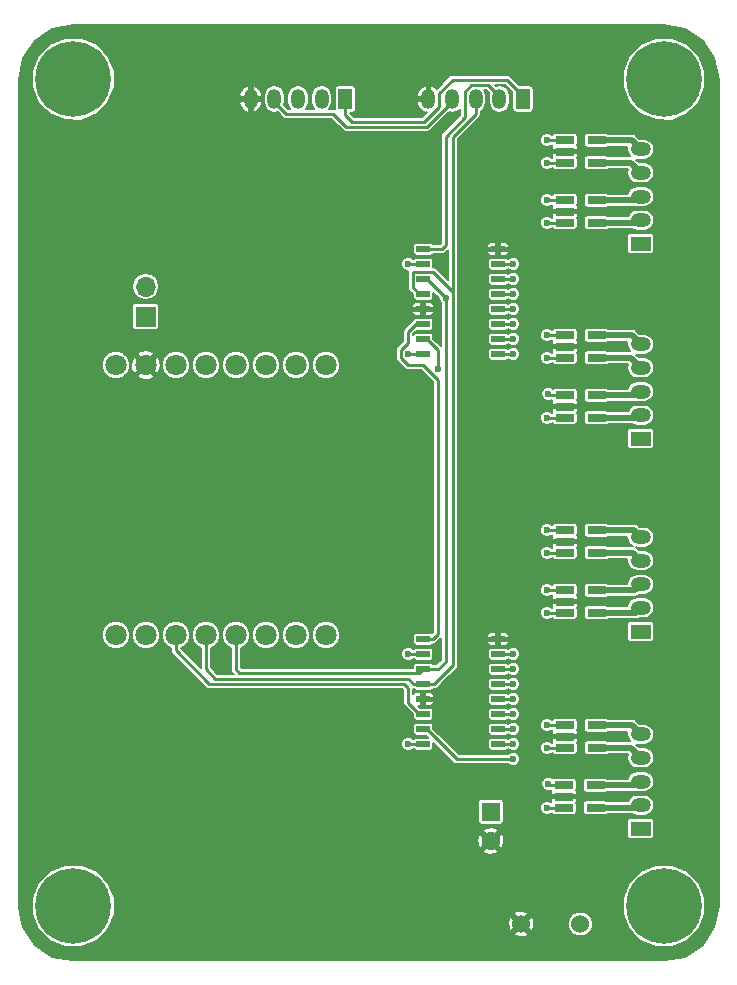
<source format=gtl>
G04 #@! TF.FileFunction,Copper,L1,Top,Signal*
%FSLAX46Y46*%
G04 Gerber Fmt 4.6, Leading zero omitted, Abs format (unit mm)*
G04 Created by KiCad (PCBNEW 4.0.5) date Sunday, 26 February 2017 'PMt' 14:45:35*
%MOMM*%
%LPD*%
G01*
G04 APERTURE LIST*
%ADD10C,0.100000*%
%ADD11C,6.400000*%
%ADD12C,1.800000*%
%ADD13R,1.600000X1.600000*%
%ADD14C,1.600000*%
%ADD15R,1.143000X0.508000*%
%ADD16R,1.560000X0.650000*%
%ADD17R,1.700000X1.200000*%
%ADD18O,1.700000X1.200000*%
%ADD19R,1.200000X1.700000*%
%ADD20O,1.200000X1.700000*%
%ADD21R,1.700000X1.700000*%
%ADD22O,1.700000X1.700000*%
%ADD23C,1.524000*%
%ADD24C,0.600000*%
%ADD25C,0.250000*%
%ADD26C,0.500000*%
%ADD27C,0.177800*%
G04 APERTURE END LIST*
D10*
D11*
X145000000Y-65000000D03*
X195000000Y-65000000D03*
X195000000Y-135000000D03*
D12*
X166370000Y-89217500D03*
X163830000Y-89217500D03*
X161290000Y-89217500D03*
X158750000Y-89217500D03*
X156210000Y-89217500D03*
X153670000Y-89217500D03*
X151130000Y-89217500D03*
X148590000Y-89217500D03*
X148590000Y-112077500D03*
X151130000Y-112077500D03*
X153670000Y-112077500D03*
X156210000Y-112077500D03*
X158750000Y-112077500D03*
X161290000Y-112077500D03*
X163830000Y-112077500D03*
X166370000Y-112077500D03*
D13*
X180340000Y-127000000D03*
D14*
X180340000Y-129500000D03*
D15*
X174625000Y-121285000D03*
X174625000Y-118745000D03*
X174625000Y-117475000D03*
X174625000Y-116205000D03*
X174625000Y-114935000D03*
X174625000Y-113665000D03*
X174625000Y-112395000D03*
X180975000Y-112395000D03*
X180975000Y-113665000D03*
X180975000Y-114935000D03*
X180975000Y-116205000D03*
X180975000Y-117475000D03*
X180975000Y-118745000D03*
X180975000Y-120015000D03*
X180975000Y-121285000D03*
X174625000Y-120015000D03*
X174625000Y-88265000D03*
X174625000Y-85725000D03*
X174625000Y-84455000D03*
X174625000Y-83185000D03*
X174625000Y-81915000D03*
X174625000Y-80645000D03*
X174625000Y-79375000D03*
X180975000Y-79375000D03*
X180975000Y-80645000D03*
X180975000Y-81915000D03*
X180975000Y-83185000D03*
X180975000Y-84455000D03*
X180975000Y-85725000D03*
X180975000Y-86995000D03*
X180975000Y-88265000D03*
X174625000Y-86995000D03*
D16*
X186530000Y-124780000D03*
X186530000Y-125730000D03*
X186530000Y-126680000D03*
X189230000Y-126680000D03*
X189230000Y-124780000D03*
X186610000Y-119700000D03*
X186610000Y-120650000D03*
X186610000Y-121600000D03*
X189310000Y-121600000D03*
X189310000Y-119700000D03*
X186610000Y-108270000D03*
X186610000Y-109220000D03*
X186610000Y-110170000D03*
X189310000Y-110170000D03*
X189310000Y-108270000D03*
X186610000Y-103190000D03*
X186610000Y-104140000D03*
X186610000Y-105090000D03*
X189310000Y-105090000D03*
X189310000Y-103190000D03*
X186610000Y-91760000D03*
X186610000Y-92710000D03*
X186610000Y-93660000D03*
X189310000Y-93660000D03*
X189310000Y-91760000D03*
X186610000Y-86680000D03*
X186610000Y-87630000D03*
X186610000Y-88580000D03*
X189310000Y-88580000D03*
X189310000Y-86680000D03*
X186610000Y-75250000D03*
X186610000Y-76200000D03*
X186610000Y-77150000D03*
X189310000Y-77150000D03*
X189310000Y-75250000D03*
X186610000Y-70170000D03*
X186610000Y-71120000D03*
X186610000Y-72070000D03*
X189310000Y-72070000D03*
X189310000Y-70170000D03*
D17*
X193040000Y-128460000D03*
D18*
X193040000Y-126460000D03*
X193040000Y-124460000D03*
X193040000Y-122460000D03*
X193040000Y-120460000D03*
D17*
X193040000Y-111760000D03*
D18*
X193040000Y-109760000D03*
X193040000Y-107760000D03*
X193040000Y-105760000D03*
X193040000Y-103760000D03*
D17*
X193040000Y-95440000D03*
D18*
X193040000Y-93440000D03*
X193040000Y-91440000D03*
X193040000Y-89440000D03*
X193040000Y-87440000D03*
D17*
X193040000Y-78930000D03*
D18*
X193040000Y-76930000D03*
X193040000Y-74930000D03*
X193040000Y-72930000D03*
X193040000Y-70930000D03*
D19*
X168020000Y-66675000D03*
D20*
X166020000Y-66675000D03*
X164020000Y-66675000D03*
X162020000Y-66675000D03*
X160020000Y-66675000D03*
D19*
X183070000Y-66675000D03*
D20*
X181070000Y-66675000D03*
X179070000Y-66675000D03*
X177070000Y-66675000D03*
X175070000Y-66675000D03*
D21*
X151130000Y-85090000D03*
D22*
X151130000Y-82550000D03*
D23*
X187920000Y-136525000D03*
X182920000Y-136525000D03*
D11*
X145000000Y-135000000D03*
D24*
X173355000Y-88265000D03*
X173355000Y-80645000D03*
X173355000Y-113665000D03*
X173355000Y-121285000D03*
X182245000Y-122555000D03*
X185102500Y-126682500D03*
X185226949Y-124653051D03*
X182245000Y-121285000D03*
X185102500Y-119697500D03*
X182245000Y-118745000D03*
X185102500Y-108267500D03*
X182245000Y-116205000D03*
X185102500Y-103187500D03*
X182245000Y-113665000D03*
X175895000Y-89535000D03*
X185102500Y-93662500D03*
X185226949Y-91633051D03*
X182245000Y-88265000D03*
X182245000Y-86995000D03*
X185102500Y-88582500D03*
X182245000Y-85725000D03*
X185102500Y-86677500D03*
X182245000Y-84455000D03*
X185102500Y-77152500D03*
X182245000Y-83185000D03*
X185102500Y-75247500D03*
X182245000Y-81915000D03*
X185102500Y-72072500D03*
X182245000Y-80645000D03*
X185102500Y-70167500D03*
X185102500Y-121602500D03*
X182245000Y-120015000D03*
X185102500Y-110172500D03*
X182245000Y-117475000D03*
X185102500Y-105092500D03*
X182245000Y-114935000D03*
X176530000Y-83502500D03*
D25*
X168020000Y-66675000D02*
X168020000Y-68007500D01*
X168020000Y-68007500D02*
X168592500Y-68580000D01*
X168592500Y-68580000D02*
X174723161Y-68580000D01*
X174723161Y-68580000D02*
X175995010Y-67308151D01*
X175995010Y-67308151D02*
X175995010Y-66191829D01*
X175995010Y-66191829D02*
X177136860Y-65049979D01*
X177136860Y-65049979D02*
X181694979Y-65049979D01*
X181694979Y-65049979D02*
X183070000Y-66425000D01*
X183070000Y-66425000D02*
X183070000Y-66675000D01*
X173355000Y-88265000D02*
X174625000Y-88265000D01*
X174625000Y-80645000D02*
X173355000Y-80645000D01*
X173355000Y-113665000D02*
X174625000Y-113665000D01*
X174625000Y-121285000D02*
X173355000Y-121285000D01*
X174307500Y-80645000D02*
X174625000Y-80645000D01*
X174625000Y-88265000D02*
X174307500Y-88265000D01*
X174307500Y-113665000D02*
X174625000Y-113665000D01*
X174625000Y-121285000D02*
X174307500Y-121285000D01*
X173355000Y-87312500D02*
X173355000Y-86360000D01*
X172720000Y-88582500D02*
X172720000Y-87947500D01*
X172720000Y-87947500D02*
X173355000Y-87312500D01*
X173990000Y-85725000D02*
X174625000Y-85725000D01*
X173355000Y-86360000D02*
X173990000Y-85725000D01*
X174625000Y-112395000D02*
X175446500Y-112395000D01*
X175446500Y-112395000D02*
X175895000Y-111946500D01*
X175895000Y-111946500D02*
X175895000Y-90487500D01*
X174625000Y-89217500D02*
X173355000Y-89217500D01*
X173355000Y-89217500D02*
X172720000Y-88582500D01*
X175895000Y-90487500D02*
X174625000Y-89217500D01*
X174625000Y-120015000D02*
X174942500Y-120015000D01*
X174942500Y-120015000D02*
X177482500Y-122555000D01*
X177482500Y-122555000D02*
X181820736Y-122555000D01*
X181820736Y-122555000D02*
X182245000Y-122555000D01*
X186530000Y-126680000D02*
X185105000Y-126680000D01*
X185105000Y-126680000D02*
X185102500Y-126682500D01*
X185353898Y-124780000D02*
X185226949Y-124653051D01*
X186530000Y-124780000D02*
X185353898Y-124780000D01*
X182245000Y-121285000D02*
X180975000Y-121285000D01*
X186610000Y-119700000D02*
X185105000Y-119700000D01*
X185105000Y-119700000D02*
X185102500Y-119697500D01*
X182245000Y-118745000D02*
X180975000Y-118745000D01*
X186610000Y-108270000D02*
X185105000Y-108270000D01*
X185105000Y-108270000D02*
X185102500Y-108267500D01*
X182245000Y-116205000D02*
X180975000Y-116205000D01*
X186610000Y-103190000D02*
X185105000Y-103190000D01*
X185105000Y-103190000D02*
X185102500Y-103187500D01*
X186610000Y-103190000D02*
X185727501Y-103190000D01*
X182245000Y-113665000D02*
X180975000Y-113665000D01*
X175895000Y-89535000D02*
X175895000Y-87947500D01*
X174942500Y-86995000D02*
X174625000Y-86995000D01*
X175895000Y-87947500D02*
X174942500Y-86995000D01*
X186610000Y-93660000D02*
X185105000Y-93660000D01*
X185105000Y-93660000D02*
X185102500Y-93662500D01*
X186610000Y-91760000D02*
X185353898Y-91760000D01*
X185353898Y-91760000D02*
X185226949Y-91633051D01*
X182245000Y-88265000D02*
X180975000Y-88265000D01*
X182245000Y-86995000D02*
X180975000Y-86995000D01*
X186610000Y-88580000D02*
X185105000Y-88580000D01*
X185105000Y-88580000D02*
X185102500Y-88582500D01*
X182245000Y-85725000D02*
X180975000Y-85725000D01*
X186610000Y-86680000D02*
X185105000Y-86680000D01*
X185105000Y-86680000D02*
X185102500Y-86677500D01*
X182245000Y-84455000D02*
X180975000Y-84455000D01*
X186610000Y-77150000D02*
X185105000Y-77150000D01*
X185105000Y-77150000D02*
X185102500Y-77152500D01*
X182245000Y-83185000D02*
X180975000Y-83185000D01*
X186610000Y-75250000D02*
X185105000Y-75250000D01*
X185105000Y-75250000D02*
X185102500Y-75247500D01*
X182245000Y-81915000D02*
X180975000Y-81915000D01*
X186610000Y-72070000D02*
X185105000Y-72070000D01*
X185105000Y-72070000D02*
X185102500Y-72072500D01*
X182245000Y-80645000D02*
X180975000Y-80645000D01*
X186610000Y-70170000D02*
X185105000Y-70170000D01*
X185105000Y-70170000D02*
X185102500Y-70167500D01*
X186610000Y-121600000D02*
X185105000Y-121600000D01*
X185105000Y-121600000D02*
X185102500Y-121602500D01*
X182245000Y-120015000D02*
X180975000Y-120015000D01*
X186610000Y-110170000D02*
X185105000Y-110170000D01*
X185105000Y-110170000D02*
X185102500Y-110172500D01*
X182245000Y-117475000D02*
X180975000Y-117475000D01*
X186610000Y-105090000D02*
X185105000Y-105090000D01*
X185105000Y-105090000D02*
X185102500Y-105092500D01*
X182245000Y-114935000D02*
X180975000Y-114935000D01*
D26*
X189230000Y-126680000D02*
X192820000Y-126680000D01*
X192820000Y-126680000D02*
X193040000Y-126460000D01*
X189230000Y-124780000D02*
X192720000Y-124780000D01*
X192720000Y-124780000D02*
X193040000Y-124460000D01*
X189310000Y-121600000D02*
X192180000Y-121600000D01*
X192180000Y-121600000D02*
X193040000Y-122460000D01*
X189310000Y-119700000D02*
X192280000Y-119700000D01*
X192280000Y-119700000D02*
X193040000Y-120460000D01*
X189310000Y-110170000D02*
X192630000Y-110170000D01*
X192630000Y-110170000D02*
X193040000Y-109760000D01*
X189310000Y-108270000D02*
X192530000Y-108270000D01*
X192530000Y-108270000D02*
X193040000Y-107760000D01*
X189310000Y-105090000D02*
X192370000Y-105090000D01*
X192370000Y-105090000D02*
X193040000Y-105760000D01*
X189310000Y-103190000D02*
X192470000Y-103190000D01*
X192470000Y-103190000D02*
X193040000Y-103760000D01*
X189310000Y-93660000D02*
X192820000Y-93660000D01*
X192820000Y-93660000D02*
X193040000Y-93440000D01*
X189310000Y-91760000D02*
X192720000Y-91760000D01*
X192720000Y-91760000D02*
X193040000Y-91440000D01*
X189310000Y-88580000D02*
X192180000Y-88580000D01*
X192180000Y-88580000D02*
X193040000Y-89440000D01*
X189310000Y-86680000D02*
X192280000Y-86680000D01*
X192280000Y-86680000D02*
X193040000Y-87440000D01*
X189310000Y-77150000D02*
X192820000Y-77150000D01*
X192820000Y-77150000D02*
X193040000Y-76930000D01*
X189310000Y-75250000D02*
X192720000Y-75250000D01*
X192720000Y-75250000D02*
X193040000Y-74930000D01*
X189310000Y-72070000D02*
X192180000Y-72070000D01*
X192180000Y-72070000D02*
X193040000Y-72930000D01*
X189310000Y-70170000D02*
X192280000Y-70170000D01*
X192280000Y-70170000D02*
X193040000Y-70930000D01*
D25*
X166020000Y-66425000D02*
X166020000Y-66675000D01*
X156524708Y-116205000D02*
X153670000Y-113350292D01*
X173355000Y-116522500D02*
X173037500Y-116205000D01*
X173037500Y-116205000D02*
X156524708Y-116205000D01*
X173355000Y-117792500D02*
X173355000Y-116522500D01*
X174625000Y-118745000D02*
X174307500Y-118745000D01*
X174307500Y-118745000D02*
X173355000Y-117792500D01*
X153670000Y-113350292D02*
X153670000Y-112077500D01*
X174625000Y-116205000D02*
X173803500Y-116205000D01*
X173803500Y-116205000D02*
X173353491Y-115754991D01*
X173353491Y-115754991D02*
X157029991Y-115754991D01*
X157029991Y-115754991D02*
X156210000Y-114935000D01*
X156210000Y-114935000D02*
X156210000Y-112077500D01*
X179070000Y-67945000D02*
X179070000Y-66675000D01*
X177165000Y-69850000D02*
X179070000Y-67945000D01*
X177165000Y-83044498D02*
X177165000Y-69850000D01*
X177165000Y-114617500D02*
X177165000Y-83185000D01*
X174625000Y-116205000D02*
X175577500Y-116205000D01*
X177165000Y-114617500D02*
X175577500Y-116205000D01*
X177165000Y-83185000D02*
X177165000Y-83044498D01*
X174307500Y-83185000D02*
X174625000Y-83185000D01*
X177165000Y-83044498D02*
X175456501Y-81335999D01*
X175456501Y-81335999D02*
X173793499Y-81335999D01*
X173793499Y-81335999D02*
X173728499Y-81400999D01*
X173728499Y-82605999D02*
X174307500Y-83185000D01*
X173728499Y-81400999D02*
X173728499Y-82605999D01*
X177070000Y-66675000D02*
X177070000Y-66925000D01*
X177070000Y-66925000D02*
X174964989Y-69030011D01*
X168090011Y-69030011D02*
X167005000Y-67945000D01*
X163040000Y-67945000D02*
X162020000Y-66925000D01*
X174964989Y-69030011D02*
X168090011Y-69030011D01*
X167005000Y-67945000D02*
X163040000Y-67945000D01*
X162020000Y-66925000D02*
X162020000Y-66675000D01*
X174625000Y-114935000D02*
X174307500Y-115252500D01*
X174307500Y-115252500D02*
X159067500Y-115252500D01*
X159067500Y-115252500D02*
X158750000Y-114935000D01*
X158750000Y-114935000D02*
X158750000Y-112077500D01*
X176530000Y-114300000D02*
X176530000Y-113347500D01*
X175895000Y-114935000D02*
X176530000Y-114300000D01*
X174625000Y-114935000D02*
X175895000Y-114935000D01*
X176530000Y-113347500D02*
X176530000Y-83502500D01*
X176530000Y-83502500D02*
X174942500Y-81915000D01*
X174942500Y-81915000D02*
X174625000Y-81915000D01*
X176528589Y-69850000D02*
X178144990Y-68233599D01*
X176528589Y-79056089D02*
X176528589Y-69850000D01*
X176530000Y-79057500D02*
X176528589Y-79056089D01*
X176212500Y-79375000D02*
X176530000Y-79057500D01*
X174625000Y-79375000D02*
X176212500Y-79375000D01*
X180144990Y-65499990D02*
X181070000Y-66425000D01*
X181070000Y-66425000D02*
X181070000Y-66675000D01*
X178686849Y-65499990D02*
X180144990Y-65499990D01*
X178144990Y-66041849D02*
X178686849Y-65499990D01*
X178144990Y-68233599D02*
X178144990Y-66041849D01*
D27*
G36*
X196770182Y-60726403D02*
X198270870Y-61729131D01*
X199273597Y-63229818D01*
X199632900Y-65036155D01*
X199632900Y-134963845D01*
X199273597Y-136770182D01*
X198270870Y-138270869D01*
X196770182Y-139273597D01*
X195073441Y-139611100D01*
X144926559Y-139611100D01*
X143229818Y-139273597D01*
X141729131Y-138270870D01*
X140726403Y-136770182D01*
X140511855Y-135691574D01*
X141507295Y-135691574D01*
X142037816Y-136975531D01*
X143019302Y-137958732D01*
X144302331Y-138491492D01*
X145691574Y-138492705D01*
X146975531Y-137962184D01*
X147570355Y-137368397D01*
X182310090Y-137368397D01*
X182398551Y-137523597D01*
X182820391Y-137647134D01*
X183257395Y-137599836D01*
X183441449Y-137523597D01*
X183529910Y-137368397D01*
X182920000Y-136758487D01*
X182310090Y-137368397D01*
X147570355Y-137368397D01*
X147958732Y-136980698D01*
X148189315Y-136425391D01*
X181797866Y-136425391D01*
X181845164Y-136862395D01*
X181921403Y-137046449D01*
X182076603Y-137134910D01*
X182686513Y-136525000D01*
X183153487Y-136525000D01*
X183763397Y-137134910D01*
X183918597Y-137046449D01*
X184010170Y-136733754D01*
X186865717Y-136733754D01*
X187025856Y-137121320D01*
X187322121Y-137418101D01*
X187709407Y-137578917D01*
X188128754Y-137579283D01*
X188516320Y-137419144D01*
X188813101Y-137122879D01*
X188973917Y-136735593D01*
X188974283Y-136316246D01*
X188814144Y-135928680D01*
X188577451Y-135691574D01*
X191507295Y-135691574D01*
X192037816Y-136975531D01*
X193019302Y-137958732D01*
X194302331Y-138491492D01*
X195691574Y-138492705D01*
X196975531Y-137962184D01*
X197958732Y-136980698D01*
X198491492Y-135697669D01*
X198492705Y-134308426D01*
X197962184Y-133024469D01*
X196980698Y-132041268D01*
X195697669Y-131508508D01*
X194308426Y-131507295D01*
X193024469Y-132037816D01*
X192041268Y-133019302D01*
X191508508Y-134302331D01*
X191507295Y-135691574D01*
X188577451Y-135691574D01*
X188517879Y-135631899D01*
X188130593Y-135471083D01*
X187711246Y-135470717D01*
X187323680Y-135630856D01*
X187026899Y-135927121D01*
X186866083Y-136314407D01*
X186865717Y-136733754D01*
X184010170Y-136733754D01*
X184042134Y-136624609D01*
X183994836Y-136187605D01*
X183918597Y-136003551D01*
X183763397Y-135915090D01*
X183153487Y-136525000D01*
X182686513Y-136525000D01*
X182076603Y-135915090D01*
X181921403Y-136003551D01*
X181797866Y-136425391D01*
X148189315Y-136425391D01*
X148491492Y-135697669D01*
X148491506Y-135681603D01*
X182310090Y-135681603D01*
X182920000Y-136291513D01*
X183529910Y-135681603D01*
X183441449Y-135526403D01*
X183019609Y-135402866D01*
X182582605Y-135450164D01*
X182398551Y-135526403D01*
X182310090Y-135681603D01*
X148491506Y-135681603D01*
X148492705Y-134308426D01*
X147962184Y-133024469D01*
X146980698Y-132041268D01*
X145697669Y-131508508D01*
X144308426Y-131507295D01*
X143024469Y-132037816D01*
X142041268Y-133019302D01*
X141508508Y-134302331D01*
X141507295Y-135691574D01*
X140511855Y-135691574D01*
X140367100Y-134963845D01*
X140367100Y-130371132D01*
X179702354Y-130371132D01*
X179795537Y-130530274D01*
X180231251Y-130660206D01*
X180683520Y-130613507D01*
X180884463Y-130530274D01*
X180977646Y-130371132D01*
X180340000Y-129733487D01*
X179702354Y-130371132D01*
X140367100Y-130371132D01*
X140367100Y-129391251D01*
X179179794Y-129391251D01*
X179226493Y-129843520D01*
X179309726Y-130044463D01*
X179468868Y-130137646D01*
X180106513Y-129500000D01*
X180573487Y-129500000D01*
X181211132Y-130137646D01*
X181370274Y-130044463D01*
X181500206Y-129608749D01*
X181453507Y-129156480D01*
X181370274Y-128955537D01*
X181211132Y-128862354D01*
X180573487Y-129500000D01*
X180106513Y-129500000D01*
X179468868Y-128862354D01*
X179309726Y-128955537D01*
X179179794Y-129391251D01*
X140367100Y-129391251D01*
X140367100Y-128628868D01*
X179702354Y-128628868D01*
X180340000Y-129266513D01*
X180977646Y-128628868D01*
X180884463Y-128469726D01*
X180448749Y-128339794D01*
X179996480Y-128386493D01*
X179795537Y-128469726D01*
X179702354Y-128628868D01*
X140367100Y-128628868D01*
X140367100Y-126200000D01*
X179242178Y-126200000D01*
X179242178Y-127800000D01*
X179262546Y-127908246D01*
X179326519Y-128007663D01*
X179424131Y-128074358D01*
X179540000Y-128097822D01*
X181140000Y-128097822D01*
X181248246Y-128077454D01*
X181347663Y-128013481D01*
X181414358Y-127915869D01*
X181425671Y-127860000D01*
X191892178Y-127860000D01*
X191892178Y-129060000D01*
X191912546Y-129168246D01*
X191976519Y-129267663D01*
X192074131Y-129334358D01*
X192190000Y-129357822D01*
X193890000Y-129357822D01*
X193998246Y-129337454D01*
X194097663Y-129273481D01*
X194164358Y-129175869D01*
X194187822Y-129060000D01*
X194187822Y-127860000D01*
X194167454Y-127751754D01*
X194103481Y-127652337D01*
X194005869Y-127585642D01*
X193890000Y-127562178D01*
X192190000Y-127562178D01*
X192081754Y-127582546D01*
X191982337Y-127646519D01*
X191915642Y-127744131D01*
X191892178Y-127860000D01*
X181425671Y-127860000D01*
X181437822Y-127800000D01*
X181437822Y-126799759D01*
X184510297Y-126799759D01*
X184600249Y-127017460D01*
X184766664Y-127184165D01*
X184984207Y-127274497D01*
X185219759Y-127274703D01*
X185437460Y-127184751D01*
X185486839Y-127135458D01*
X185536519Y-127212663D01*
X185634131Y-127279358D01*
X185750000Y-127302822D01*
X187310000Y-127302822D01*
X187418246Y-127282454D01*
X187517663Y-127218481D01*
X187584358Y-127120869D01*
X187607822Y-127005000D01*
X187607822Y-126355000D01*
X188152178Y-126355000D01*
X188152178Y-127005000D01*
X188172546Y-127113246D01*
X188236519Y-127212663D01*
X188334131Y-127279358D01*
X188450000Y-127302822D01*
X190010000Y-127302822D01*
X190118246Y-127282454D01*
X190212039Y-127222100D01*
X192333304Y-127222100D01*
X192426233Y-127284193D01*
X192767625Y-127352100D01*
X193312375Y-127352100D01*
X193653767Y-127284193D01*
X193943185Y-127090810D01*
X194136568Y-126801392D01*
X194204475Y-126460000D01*
X194136568Y-126118608D01*
X193943185Y-125829190D01*
X193653767Y-125635807D01*
X193312375Y-125567900D01*
X192767625Y-125567900D01*
X192426233Y-125635807D01*
X192136815Y-125829190D01*
X191943432Y-126118608D01*
X191939595Y-126137900D01*
X190209669Y-126137900D01*
X190125869Y-126080642D01*
X190010000Y-126057178D01*
X188450000Y-126057178D01*
X188341754Y-126077546D01*
X188242337Y-126141519D01*
X188175642Y-126239131D01*
X188152178Y-126355000D01*
X187607822Y-126355000D01*
X187589944Y-126259990D01*
X187600697Y-126249237D01*
X187652900Y-126123207D01*
X187652900Y-125978225D01*
X187567175Y-125892500D01*
X186695100Y-125892500D01*
X186695100Y-125915100D01*
X186364900Y-125915100D01*
X186364900Y-125892500D01*
X185492825Y-125892500D01*
X185407100Y-125978225D01*
X185407100Y-126123207D01*
X185429440Y-126177141D01*
X185220793Y-126090503D01*
X184985241Y-126090297D01*
X184767540Y-126180249D01*
X184600835Y-126346664D01*
X184510503Y-126564207D01*
X184510297Y-126799759D01*
X181437822Y-126799759D01*
X181437822Y-126200000D01*
X181417454Y-126091754D01*
X181353481Y-125992337D01*
X181255869Y-125925642D01*
X181140000Y-125902178D01*
X179540000Y-125902178D01*
X179431754Y-125922546D01*
X179332337Y-125986519D01*
X179265642Y-126084131D01*
X179242178Y-126200000D01*
X140367100Y-126200000D01*
X140367100Y-124770310D01*
X184634746Y-124770310D01*
X184724698Y-124988011D01*
X184891113Y-125154716D01*
X185108656Y-125245048D01*
X185344208Y-125245254D01*
X185460750Y-125197100D01*
X185469508Y-125197100D01*
X185470056Y-125200010D01*
X185459303Y-125210763D01*
X185407100Y-125336793D01*
X185407100Y-125481775D01*
X185492825Y-125567500D01*
X186364900Y-125567500D01*
X186364900Y-125544900D01*
X186695100Y-125544900D01*
X186695100Y-125567500D01*
X187567175Y-125567500D01*
X187652900Y-125481775D01*
X187652900Y-125336793D01*
X187600697Y-125210763D01*
X187588811Y-125198877D01*
X187607822Y-125105000D01*
X187607822Y-124455000D01*
X188152178Y-124455000D01*
X188152178Y-125105000D01*
X188172546Y-125213246D01*
X188236519Y-125312663D01*
X188334131Y-125379358D01*
X188450000Y-125402822D01*
X190010000Y-125402822D01*
X190118246Y-125382454D01*
X190212039Y-125322100D01*
X192616805Y-125322100D01*
X192767625Y-125352100D01*
X193312375Y-125352100D01*
X193653767Y-125284193D01*
X193943185Y-125090810D01*
X194136568Y-124801392D01*
X194204475Y-124460000D01*
X194136568Y-124118608D01*
X193943185Y-123829190D01*
X193653767Y-123635807D01*
X193312375Y-123567900D01*
X192767625Y-123567900D01*
X192426233Y-123635807D01*
X192136815Y-123829190D01*
X191943432Y-124118608D01*
X191919703Y-124237900D01*
X190209669Y-124237900D01*
X190125869Y-124180642D01*
X190010000Y-124157178D01*
X188450000Y-124157178D01*
X188341754Y-124177546D01*
X188242337Y-124241519D01*
X188175642Y-124339131D01*
X188152178Y-124455000D01*
X187607822Y-124455000D01*
X187587454Y-124346754D01*
X187523481Y-124247337D01*
X187425869Y-124180642D01*
X187310000Y-124157178D01*
X185750000Y-124157178D01*
X185641754Y-124177546D01*
X185609572Y-124198255D01*
X185562785Y-124151386D01*
X185345242Y-124061054D01*
X185109690Y-124060848D01*
X184891989Y-124150800D01*
X184725284Y-124317215D01*
X184634952Y-124534758D01*
X184634746Y-124770310D01*
X140367100Y-124770310D01*
X140367100Y-121402259D01*
X172762797Y-121402259D01*
X172852749Y-121619960D01*
X173019164Y-121786665D01*
X173236707Y-121876997D01*
X173472259Y-121877203D01*
X173689960Y-121787251D01*
X173775259Y-121702100D01*
X173811344Y-121702100D01*
X173840019Y-121746663D01*
X173937631Y-121813358D01*
X174053500Y-121836822D01*
X175196500Y-121836822D01*
X175304746Y-121816454D01*
X175404163Y-121752481D01*
X175470858Y-121654869D01*
X175494322Y-121539000D01*
X175494322Y-121156690D01*
X177187565Y-122849934D01*
X177322882Y-122940350D01*
X177349364Y-122945618D01*
X177482500Y-122972100D01*
X181824746Y-122972100D01*
X181909164Y-123056665D01*
X182126707Y-123146997D01*
X182362259Y-123147203D01*
X182579960Y-123057251D01*
X182746665Y-122890836D01*
X182836997Y-122673293D01*
X182837203Y-122437741D01*
X182747251Y-122220040D01*
X182580836Y-122053335D01*
X182363293Y-121963003D01*
X182127741Y-121962797D01*
X181910040Y-122052749D01*
X181824741Y-122137900D01*
X177655269Y-122137900D01*
X176548369Y-121031000D01*
X180105678Y-121031000D01*
X180105678Y-121539000D01*
X180126046Y-121647246D01*
X180190019Y-121746663D01*
X180287631Y-121813358D01*
X180403500Y-121836822D01*
X181546500Y-121836822D01*
X181654746Y-121816454D01*
X181754163Y-121752481D01*
X181788587Y-121702100D01*
X181824746Y-121702100D01*
X181909164Y-121786665D01*
X182126707Y-121876997D01*
X182362259Y-121877203D01*
X182579960Y-121787251D01*
X182647569Y-121719759D01*
X184510297Y-121719759D01*
X184600249Y-121937460D01*
X184766664Y-122104165D01*
X184984207Y-122194497D01*
X185219759Y-122194703D01*
X185437460Y-122104751D01*
X185525264Y-122017100D01*
X185549508Y-122017100D01*
X185552546Y-122033246D01*
X185616519Y-122132663D01*
X185714131Y-122199358D01*
X185830000Y-122222822D01*
X187390000Y-122222822D01*
X187498246Y-122202454D01*
X187597663Y-122138481D01*
X187664358Y-122040869D01*
X187687822Y-121925000D01*
X187687822Y-121275000D01*
X187669944Y-121179990D01*
X187680697Y-121169237D01*
X187732900Y-121043207D01*
X187732900Y-120898225D01*
X187647175Y-120812500D01*
X186775100Y-120812500D01*
X186775100Y-120835100D01*
X186444900Y-120835100D01*
X186444900Y-120812500D01*
X185572825Y-120812500D01*
X185487100Y-120898225D01*
X185487100Y-121043207D01*
X185539303Y-121169237D01*
X185551189Y-121181123D01*
X185550829Y-121182900D01*
X185520258Y-121182900D01*
X185438336Y-121100835D01*
X185220793Y-121010503D01*
X184985241Y-121010297D01*
X184767540Y-121100249D01*
X184600835Y-121266664D01*
X184510503Y-121484207D01*
X184510297Y-121719759D01*
X182647569Y-121719759D01*
X182746665Y-121620836D01*
X182836997Y-121403293D01*
X182837203Y-121167741D01*
X182747251Y-120950040D01*
X182580836Y-120783335D01*
X182363293Y-120693003D01*
X182127741Y-120692797D01*
X181910040Y-120782749D01*
X181824741Y-120867900D01*
X181788656Y-120867900D01*
X181759981Y-120823337D01*
X181662369Y-120756642D01*
X181546500Y-120733178D01*
X180403500Y-120733178D01*
X180295254Y-120753546D01*
X180195837Y-120817519D01*
X180129142Y-120915131D01*
X180105678Y-121031000D01*
X176548369Y-121031000D01*
X175494322Y-119976954D01*
X175494322Y-119761000D01*
X180105678Y-119761000D01*
X180105678Y-120269000D01*
X180126046Y-120377246D01*
X180190019Y-120476663D01*
X180287631Y-120543358D01*
X180403500Y-120566822D01*
X181546500Y-120566822D01*
X181654746Y-120546454D01*
X181754163Y-120482481D01*
X181788587Y-120432100D01*
X181824746Y-120432100D01*
X181909164Y-120516665D01*
X182126707Y-120606997D01*
X182362259Y-120607203D01*
X182579960Y-120517251D01*
X182746665Y-120350836D01*
X182836997Y-120133293D01*
X182837203Y-119897741D01*
X182802916Y-119814759D01*
X184510297Y-119814759D01*
X184600249Y-120032460D01*
X184766664Y-120199165D01*
X184984207Y-120289497D01*
X185219759Y-120289703D01*
X185437460Y-120199751D01*
X185520255Y-120117100D01*
X185549508Y-120117100D01*
X185550056Y-120120010D01*
X185539303Y-120130763D01*
X185487100Y-120256793D01*
X185487100Y-120401775D01*
X185572825Y-120487500D01*
X186444900Y-120487500D01*
X186444900Y-120464900D01*
X186775100Y-120464900D01*
X186775100Y-120487500D01*
X187647175Y-120487500D01*
X187732900Y-120401775D01*
X187732900Y-120256793D01*
X187680697Y-120130763D01*
X187668811Y-120118877D01*
X187687822Y-120025000D01*
X187687822Y-119375000D01*
X188232178Y-119375000D01*
X188232178Y-120025000D01*
X188252546Y-120133246D01*
X188316519Y-120232663D01*
X188414131Y-120299358D01*
X188530000Y-120322822D01*
X190090000Y-120322822D01*
X190198246Y-120302454D01*
X190292039Y-120242100D01*
X191918868Y-120242100D01*
X191875525Y-120460000D01*
X191943432Y-120801392D01*
X192114825Y-121057900D01*
X190289669Y-121057900D01*
X190205869Y-121000642D01*
X190090000Y-120977178D01*
X188530000Y-120977178D01*
X188421754Y-120997546D01*
X188322337Y-121061519D01*
X188255642Y-121159131D01*
X188232178Y-121275000D01*
X188232178Y-121925000D01*
X188252546Y-122033246D01*
X188316519Y-122132663D01*
X188414131Y-122199358D01*
X188530000Y-122222822D01*
X190090000Y-122222822D01*
X190198246Y-122202454D01*
X190292039Y-122142100D01*
X191938759Y-122142100D01*
X191875525Y-122460000D01*
X191943432Y-122801392D01*
X192136815Y-123090810D01*
X192426233Y-123284193D01*
X192767625Y-123352100D01*
X193312375Y-123352100D01*
X193653767Y-123284193D01*
X193943185Y-123090810D01*
X194136568Y-122801392D01*
X194204475Y-122460000D01*
X194136568Y-122118608D01*
X193943185Y-121829190D01*
X193653767Y-121635807D01*
X193312375Y-121567900D01*
X192914546Y-121567900D01*
X192681643Y-121334997D01*
X192767625Y-121352100D01*
X193312375Y-121352100D01*
X193653767Y-121284193D01*
X193943185Y-121090810D01*
X194136568Y-120801392D01*
X194204475Y-120460000D01*
X194136568Y-120118608D01*
X193943185Y-119829190D01*
X193653767Y-119635807D01*
X193312375Y-119567900D01*
X192914546Y-119567900D01*
X192663323Y-119316677D01*
X192609030Y-119280400D01*
X192487453Y-119199165D01*
X192453033Y-119192319D01*
X192280000Y-119157899D01*
X192279995Y-119157900D01*
X190289669Y-119157900D01*
X190205869Y-119100642D01*
X190090000Y-119077178D01*
X188530000Y-119077178D01*
X188421754Y-119097546D01*
X188322337Y-119161519D01*
X188255642Y-119259131D01*
X188232178Y-119375000D01*
X187687822Y-119375000D01*
X187667454Y-119266754D01*
X187603481Y-119167337D01*
X187505869Y-119100642D01*
X187390000Y-119077178D01*
X185830000Y-119077178D01*
X185721754Y-119097546D01*
X185622337Y-119161519D01*
X185555642Y-119259131D01*
X185550829Y-119282900D01*
X185525250Y-119282900D01*
X185438336Y-119195835D01*
X185220793Y-119105503D01*
X184985241Y-119105297D01*
X184767540Y-119195249D01*
X184600835Y-119361664D01*
X184510503Y-119579207D01*
X184510297Y-119814759D01*
X182802916Y-119814759D01*
X182747251Y-119680040D01*
X182580836Y-119513335D01*
X182363293Y-119423003D01*
X182127741Y-119422797D01*
X181910040Y-119512749D01*
X181824741Y-119597900D01*
X181788656Y-119597900D01*
X181759981Y-119553337D01*
X181662369Y-119486642D01*
X181546500Y-119463178D01*
X180403500Y-119463178D01*
X180295254Y-119483546D01*
X180195837Y-119547519D01*
X180129142Y-119645131D01*
X180105678Y-119761000D01*
X175494322Y-119761000D01*
X175473954Y-119652754D01*
X175409981Y-119553337D01*
X175312369Y-119486642D01*
X175196500Y-119463178D01*
X174053500Y-119463178D01*
X173945254Y-119483546D01*
X173845837Y-119547519D01*
X173779142Y-119645131D01*
X173755678Y-119761000D01*
X173755678Y-120269000D01*
X173776046Y-120377246D01*
X173840019Y-120476663D01*
X173937631Y-120543358D01*
X174053500Y-120566822D01*
X174904454Y-120566822D01*
X175070810Y-120733178D01*
X174053500Y-120733178D01*
X173945254Y-120753546D01*
X173845837Y-120817519D01*
X173811413Y-120867900D01*
X173775254Y-120867900D01*
X173690836Y-120783335D01*
X173473293Y-120693003D01*
X173237741Y-120692797D01*
X173020040Y-120782749D01*
X172853335Y-120949164D01*
X172763003Y-121166707D01*
X172762797Y-121402259D01*
X140367100Y-121402259D01*
X140367100Y-112313583D01*
X147397693Y-112313583D01*
X147578797Y-112751888D01*
X147913848Y-113087524D01*
X148351836Y-113269393D01*
X148826083Y-113269807D01*
X149264388Y-113088703D01*
X149600024Y-112753652D01*
X149781893Y-112315664D01*
X149781894Y-112313583D01*
X149937693Y-112313583D01*
X150118797Y-112751888D01*
X150453848Y-113087524D01*
X150891836Y-113269393D01*
X151366083Y-113269807D01*
X151804388Y-113088703D01*
X152140024Y-112753652D01*
X152321893Y-112315664D01*
X152321894Y-112313583D01*
X152477693Y-112313583D01*
X152658797Y-112751888D01*
X152993848Y-113087524D01*
X153252900Y-113195092D01*
X153252900Y-113350292D01*
X153284650Y-113509909D01*
X153375066Y-113645226D01*
X156229774Y-116499934D01*
X156365091Y-116590350D01*
X156524708Y-116622100D01*
X172864732Y-116622100D01*
X172937900Y-116695268D01*
X172937900Y-117792500D01*
X172969650Y-117952117D01*
X173060066Y-118087434D01*
X173755678Y-118783047D01*
X173755678Y-118999000D01*
X173776046Y-119107246D01*
X173840019Y-119206663D01*
X173937631Y-119273358D01*
X174053500Y-119296822D01*
X175196500Y-119296822D01*
X175304746Y-119276454D01*
X175404163Y-119212481D01*
X175470858Y-119114869D01*
X175494322Y-118999000D01*
X175494322Y-118491000D01*
X180105678Y-118491000D01*
X180105678Y-118999000D01*
X180126046Y-119107246D01*
X180190019Y-119206663D01*
X180287631Y-119273358D01*
X180403500Y-119296822D01*
X181546500Y-119296822D01*
X181654746Y-119276454D01*
X181754163Y-119212481D01*
X181788587Y-119162100D01*
X181824746Y-119162100D01*
X181909164Y-119246665D01*
X182126707Y-119336997D01*
X182362259Y-119337203D01*
X182579960Y-119247251D01*
X182746665Y-119080836D01*
X182836997Y-118863293D01*
X182837203Y-118627741D01*
X182747251Y-118410040D01*
X182580836Y-118243335D01*
X182363293Y-118153003D01*
X182127741Y-118152797D01*
X181910040Y-118242749D01*
X181824741Y-118327900D01*
X181788656Y-118327900D01*
X181759981Y-118283337D01*
X181662369Y-118216642D01*
X181546500Y-118193178D01*
X180403500Y-118193178D01*
X180295254Y-118213546D01*
X180195837Y-118277519D01*
X180129142Y-118375131D01*
X180105678Y-118491000D01*
X175494322Y-118491000D01*
X175473954Y-118382754D01*
X175409981Y-118283337D01*
X175312369Y-118216642D01*
X175196500Y-118193178D01*
X174345547Y-118193178D01*
X174224269Y-118071900D01*
X174374175Y-118071900D01*
X174459900Y-117986175D01*
X174459900Y-117602000D01*
X174790100Y-117602000D01*
X174790100Y-117986175D01*
X174875825Y-118071900D01*
X175264707Y-118071900D01*
X175390737Y-118019697D01*
X175487197Y-117923237D01*
X175539400Y-117797207D01*
X175539400Y-117687725D01*
X175453675Y-117602000D01*
X174790100Y-117602000D01*
X174459900Y-117602000D01*
X174439900Y-117602000D01*
X174439900Y-117348000D01*
X174459900Y-117348000D01*
X174459900Y-116963825D01*
X174790100Y-116963825D01*
X174790100Y-117348000D01*
X175453675Y-117348000D01*
X175539400Y-117262275D01*
X175539400Y-117221000D01*
X180105678Y-117221000D01*
X180105678Y-117729000D01*
X180126046Y-117837246D01*
X180190019Y-117936663D01*
X180287631Y-118003358D01*
X180403500Y-118026822D01*
X181546500Y-118026822D01*
X181654746Y-118006454D01*
X181754163Y-117942481D01*
X181788587Y-117892100D01*
X181824746Y-117892100D01*
X181909164Y-117976665D01*
X182126707Y-118066997D01*
X182362259Y-118067203D01*
X182579960Y-117977251D01*
X182746665Y-117810836D01*
X182836997Y-117593293D01*
X182837203Y-117357741D01*
X182747251Y-117140040D01*
X182580836Y-116973335D01*
X182363293Y-116883003D01*
X182127741Y-116882797D01*
X181910040Y-116972749D01*
X181824741Y-117057900D01*
X181788656Y-117057900D01*
X181759981Y-117013337D01*
X181662369Y-116946642D01*
X181546500Y-116923178D01*
X180403500Y-116923178D01*
X180295254Y-116943546D01*
X180195837Y-117007519D01*
X180129142Y-117105131D01*
X180105678Y-117221000D01*
X175539400Y-117221000D01*
X175539400Y-117152793D01*
X175487197Y-117026763D01*
X175390737Y-116930303D01*
X175264707Y-116878100D01*
X174875825Y-116878100D01*
X174790100Y-116963825D01*
X174459900Y-116963825D01*
X174374175Y-116878100D01*
X173985293Y-116878100D01*
X173859263Y-116930303D01*
X173772100Y-117017466D01*
X173772100Y-116615854D01*
X173803500Y-116622100D01*
X173811344Y-116622100D01*
X173840019Y-116666663D01*
X173937631Y-116733358D01*
X174053500Y-116756822D01*
X175196500Y-116756822D01*
X175304746Y-116736454D01*
X175404163Y-116672481D01*
X175438587Y-116622100D01*
X175577500Y-116622100D01*
X175737117Y-116590350D01*
X175872434Y-116499934D01*
X176421368Y-115951000D01*
X180105678Y-115951000D01*
X180105678Y-116459000D01*
X180126046Y-116567246D01*
X180190019Y-116666663D01*
X180287631Y-116733358D01*
X180403500Y-116756822D01*
X181546500Y-116756822D01*
X181654746Y-116736454D01*
X181754163Y-116672481D01*
X181788587Y-116622100D01*
X181824746Y-116622100D01*
X181909164Y-116706665D01*
X182126707Y-116796997D01*
X182362259Y-116797203D01*
X182579960Y-116707251D01*
X182746665Y-116540836D01*
X182836997Y-116323293D01*
X182837203Y-116087741D01*
X182747251Y-115870040D01*
X182580836Y-115703335D01*
X182363293Y-115613003D01*
X182127741Y-115612797D01*
X181910040Y-115702749D01*
X181824741Y-115787900D01*
X181788656Y-115787900D01*
X181759981Y-115743337D01*
X181662369Y-115676642D01*
X181546500Y-115653178D01*
X180403500Y-115653178D01*
X180295254Y-115673546D01*
X180195837Y-115737519D01*
X180129142Y-115835131D01*
X180105678Y-115951000D01*
X176421368Y-115951000D01*
X177459934Y-114912434D01*
X177550350Y-114777117D01*
X177569468Y-114681000D01*
X180105678Y-114681000D01*
X180105678Y-115189000D01*
X180126046Y-115297246D01*
X180190019Y-115396663D01*
X180287631Y-115463358D01*
X180403500Y-115486822D01*
X181546500Y-115486822D01*
X181654746Y-115466454D01*
X181754163Y-115402481D01*
X181788587Y-115352100D01*
X181824746Y-115352100D01*
X181909164Y-115436665D01*
X182126707Y-115526997D01*
X182362259Y-115527203D01*
X182579960Y-115437251D01*
X182746665Y-115270836D01*
X182836997Y-115053293D01*
X182837203Y-114817741D01*
X182747251Y-114600040D01*
X182580836Y-114433335D01*
X182363293Y-114343003D01*
X182127741Y-114342797D01*
X181910040Y-114432749D01*
X181824741Y-114517900D01*
X181788656Y-114517900D01*
X181759981Y-114473337D01*
X181662369Y-114406642D01*
X181546500Y-114383178D01*
X180403500Y-114383178D01*
X180295254Y-114403546D01*
X180195837Y-114467519D01*
X180129142Y-114565131D01*
X180105678Y-114681000D01*
X177569468Y-114681000D01*
X177582100Y-114617500D01*
X177582100Y-113411000D01*
X180105678Y-113411000D01*
X180105678Y-113919000D01*
X180126046Y-114027246D01*
X180190019Y-114126663D01*
X180287631Y-114193358D01*
X180403500Y-114216822D01*
X181546500Y-114216822D01*
X181654746Y-114196454D01*
X181754163Y-114132481D01*
X181788587Y-114082100D01*
X181824746Y-114082100D01*
X181909164Y-114166665D01*
X182126707Y-114256997D01*
X182362259Y-114257203D01*
X182579960Y-114167251D01*
X182746665Y-114000836D01*
X182836997Y-113783293D01*
X182837203Y-113547741D01*
X182747251Y-113330040D01*
X182580836Y-113163335D01*
X182363293Y-113073003D01*
X182127741Y-113072797D01*
X181910040Y-113162749D01*
X181824741Y-113247900D01*
X181788656Y-113247900D01*
X181759981Y-113203337D01*
X181662369Y-113136642D01*
X181546500Y-113113178D01*
X180403500Y-113113178D01*
X180295254Y-113133546D01*
X180195837Y-113197519D01*
X180129142Y-113295131D01*
X180105678Y-113411000D01*
X177582100Y-113411000D01*
X177582100Y-112607725D01*
X180060600Y-112607725D01*
X180060600Y-112717207D01*
X180112803Y-112843237D01*
X180209263Y-112939697D01*
X180335293Y-112991900D01*
X180724175Y-112991900D01*
X180809900Y-112906175D01*
X180809900Y-112522000D01*
X181140100Y-112522000D01*
X181140100Y-112906175D01*
X181225825Y-112991900D01*
X181614707Y-112991900D01*
X181740737Y-112939697D01*
X181837197Y-112843237D01*
X181889400Y-112717207D01*
X181889400Y-112607725D01*
X181803675Y-112522000D01*
X181140100Y-112522000D01*
X180809900Y-112522000D01*
X180146325Y-112522000D01*
X180060600Y-112607725D01*
X177582100Y-112607725D01*
X177582100Y-112072793D01*
X180060600Y-112072793D01*
X180060600Y-112182275D01*
X180146325Y-112268000D01*
X180809900Y-112268000D01*
X180809900Y-111883825D01*
X181140100Y-111883825D01*
X181140100Y-112268000D01*
X181803675Y-112268000D01*
X181889400Y-112182275D01*
X181889400Y-112072793D01*
X181837197Y-111946763D01*
X181740737Y-111850303D01*
X181614707Y-111798100D01*
X181225825Y-111798100D01*
X181140100Y-111883825D01*
X180809900Y-111883825D01*
X180724175Y-111798100D01*
X180335293Y-111798100D01*
X180209263Y-111850303D01*
X180112803Y-111946763D01*
X180060600Y-112072793D01*
X177582100Y-112072793D01*
X177582100Y-111160000D01*
X191892178Y-111160000D01*
X191892178Y-112360000D01*
X191912546Y-112468246D01*
X191976519Y-112567663D01*
X192074131Y-112634358D01*
X192190000Y-112657822D01*
X193890000Y-112657822D01*
X193998246Y-112637454D01*
X194097663Y-112573481D01*
X194164358Y-112475869D01*
X194187822Y-112360000D01*
X194187822Y-111160000D01*
X194167454Y-111051754D01*
X194103481Y-110952337D01*
X194005869Y-110885642D01*
X193890000Y-110862178D01*
X192190000Y-110862178D01*
X192081754Y-110882546D01*
X191982337Y-110946519D01*
X191915642Y-111044131D01*
X191892178Y-111160000D01*
X177582100Y-111160000D01*
X177582100Y-110289759D01*
X184510297Y-110289759D01*
X184600249Y-110507460D01*
X184766664Y-110674165D01*
X184984207Y-110764497D01*
X185219759Y-110764703D01*
X185437460Y-110674751D01*
X185525264Y-110587100D01*
X185549508Y-110587100D01*
X185552546Y-110603246D01*
X185616519Y-110702663D01*
X185714131Y-110769358D01*
X185830000Y-110792822D01*
X187390000Y-110792822D01*
X187498246Y-110772454D01*
X187597663Y-110708481D01*
X187664358Y-110610869D01*
X187687822Y-110495000D01*
X187687822Y-109845000D01*
X188232178Y-109845000D01*
X188232178Y-110495000D01*
X188252546Y-110603246D01*
X188316519Y-110702663D01*
X188414131Y-110769358D01*
X188530000Y-110792822D01*
X190090000Y-110792822D01*
X190198246Y-110772454D01*
X190292039Y-110712100D01*
X192629995Y-110712100D01*
X192630000Y-110712101D01*
X192817766Y-110674751D01*
X192837453Y-110670835D01*
X192865492Y-110652100D01*
X193312375Y-110652100D01*
X193653767Y-110584193D01*
X193943185Y-110390810D01*
X194136568Y-110101392D01*
X194204475Y-109760000D01*
X194136568Y-109418608D01*
X193943185Y-109129190D01*
X193653767Y-108935807D01*
X193312375Y-108867900D01*
X192767625Y-108867900D01*
X192426233Y-108935807D01*
X192136815Y-109129190D01*
X191943432Y-109418608D01*
X191901801Y-109627900D01*
X190289669Y-109627900D01*
X190205869Y-109570642D01*
X190090000Y-109547178D01*
X188530000Y-109547178D01*
X188421754Y-109567546D01*
X188322337Y-109631519D01*
X188255642Y-109729131D01*
X188232178Y-109845000D01*
X187687822Y-109845000D01*
X187669944Y-109749990D01*
X187680697Y-109739237D01*
X187732900Y-109613207D01*
X187732900Y-109468225D01*
X187647175Y-109382500D01*
X186775100Y-109382500D01*
X186775100Y-109405100D01*
X186444900Y-109405100D01*
X186444900Y-109382500D01*
X185572825Y-109382500D01*
X185487100Y-109468225D01*
X185487100Y-109613207D01*
X185539303Y-109739237D01*
X185551189Y-109751123D01*
X185550829Y-109752900D01*
X185520258Y-109752900D01*
X185438336Y-109670835D01*
X185220793Y-109580503D01*
X184985241Y-109580297D01*
X184767540Y-109670249D01*
X184600835Y-109836664D01*
X184510503Y-110054207D01*
X184510297Y-110289759D01*
X177582100Y-110289759D01*
X177582100Y-108384759D01*
X184510297Y-108384759D01*
X184600249Y-108602460D01*
X184766664Y-108769165D01*
X184984207Y-108859497D01*
X185219759Y-108859703D01*
X185437460Y-108769751D01*
X185520255Y-108687100D01*
X185549508Y-108687100D01*
X185550056Y-108690010D01*
X185539303Y-108700763D01*
X185487100Y-108826793D01*
X185487100Y-108971775D01*
X185572825Y-109057500D01*
X186444900Y-109057500D01*
X186444900Y-109034900D01*
X186775100Y-109034900D01*
X186775100Y-109057500D01*
X187647175Y-109057500D01*
X187732900Y-108971775D01*
X187732900Y-108826793D01*
X187680697Y-108700763D01*
X187668811Y-108688877D01*
X187687822Y-108595000D01*
X187687822Y-107945000D01*
X188232178Y-107945000D01*
X188232178Y-108595000D01*
X188252546Y-108703246D01*
X188316519Y-108802663D01*
X188414131Y-108869358D01*
X188530000Y-108892822D01*
X190090000Y-108892822D01*
X190198246Y-108872454D01*
X190292039Y-108812100D01*
X192529995Y-108812100D01*
X192530000Y-108812101D01*
X192703033Y-108777681D01*
X192737453Y-108770835D01*
X192913323Y-108653323D01*
X192914546Y-108652100D01*
X193312375Y-108652100D01*
X193653767Y-108584193D01*
X193943185Y-108390810D01*
X194136568Y-108101392D01*
X194204475Y-107760000D01*
X194136568Y-107418608D01*
X193943185Y-107129190D01*
X193653767Y-106935807D01*
X193312375Y-106867900D01*
X192767625Y-106867900D01*
X192426233Y-106935807D01*
X192136815Y-107129190D01*
X191943432Y-107418608D01*
X191881910Y-107727900D01*
X190289669Y-107727900D01*
X190205869Y-107670642D01*
X190090000Y-107647178D01*
X188530000Y-107647178D01*
X188421754Y-107667546D01*
X188322337Y-107731519D01*
X188255642Y-107829131D01*
X188232178Y-107945000D01*
X187687822Y-107945000D01*
X187667454Y-107836754D01*
X187603481Y-107737337D01*
X187505869Y-107670642D01*
X187390000Y-107647178D01*
X185830000Y-107647178D01*
X185721754Y-107667546D01*
X185622337Y-107731519D01*
X185555642Y-107829131D01*
X185550829Y-107852900D01*
X185525250Y-107852900D01*
X185438336Y-107765835D01*
X185220793Y-107675503D01*
X184985241Y-107675297D01*
X184767540Y-107765249D01*
X184600835Y-107931664D01*
X184510503Y-108149207D01*
X184510297Y-108384759D01*
X177582100Y-108384759D01*
X177582100Y-105209759D01*
X184510297Y-105209759D01*
X184600249Y-105427460D01*
X184766664Y-105594165D01*
X184984207Y-105684497D01*
X185219759Y-105684703D01*
X185437460Y-105594751D01*
X185525264Y-105507100D01*
X185549508Y-105507100D01*
X185552546Y-105523246D01*
X185616519Y-105622663D01*
X185714131Y-105689358D01*
X185830000Y-105712822D01*
X187390000Y-105712822D01*
X187498246Y-105692454D01*
X187597663Y-105628481D01*
X187664358Y-105530869D01*
X187687822Y-105415000D01*
X187687822Y-104765000D01*
X187669944Y-104669990D01*
X187680697Y-104659237D01*
X187732900Y-104533207D01*
X187732900Y-104388225D01*
X187647175Y-104302500D01*
X186775100Y-104302500D01*
X186775100Y-104325100D01*
X186444900Y-104325100D01*
X186444900Y-104302500D01*
X185572825Y-104302500D01*
X185487100Y-104388225D01*
X185487100Y-104533207D01*
X185539303Y-104659237D01*
X185551189Y-104671123D01*
X185550829Y-104672900D01*
X185520258Y-104672900D01*
X185438336Y-104590835D01*
X185220793Y-104500503D01*
X184985241Y-104500297D01*
X184767540Y-104590249D01*
X184600835Y-104756664D01*
X184510503Y-104974207D01*
X184510297Y-105209759D01*
X177582100Y-105209759D01*
X177582100Y-103304759D01*
X184510297Y-103304759D01*
X184600249Y-103522460D01*
X184766664Y-103689165D01*
X184984207Y-103779497D01*
X185219759Y-103779703D01*
X185437460Y-103689751D01*
X185520255Y-103607100D01*
X185549508Y-103607100D01*
X185550056Y-103610010D01*
X185539303Y-103620763D01*
X185487100Y-103746793D01*
X185487100Y-103891775D01*
X185572825Y-103977500D01*
X186444900Y-103977500D01*
X186444900Y-103954900D01*
X186775100Y-103954900D01*
X186775100Y-103977500D01*
X187647175Y-103977500D01*
X187732900Y-103891775D01*
X187732900Y-103746793D01*
X187680697Y-103620763D01*
X187668811Y-103608877D01*
X187687822Y-103515000D01*
X187687822Y-102865000D01*
X188232178Y-102865000D01*
X188232178Y-103515000D01*
X188252546Y-103623246D01*
X188316519Y-103722663D01*
X188414131Y-103789358D01*
X188530000Y-103812822D01*
X190090000Y-103812822D01*
X190198246Y-103792454D01*
X190292039Y-103732100D01*
X191881075Y-103732100D01*
X191875525Y-103760000D01*
X191943432Y-104101392D01*
X192136815Y-104390810D01*
X192372727Y-104548441D01*
X192370000Y-104547899D01*
X192369995Y-104547900D01*
X190289669Y-104547900D01*
X190205869Y-104490642D01*
X190090000Y-104467178D01*
X188530000Y-104467178D01*
X188421754Y-104487546D01*
X188322337Y-104551519D01*
X188255642Y-104649131D01*
X188232178Y-104765000D01*
X188232178Y-105415000D01*
X188252546Y-105523246D01*
X188316519Y-105622663D01*
X188414131Y-105689358D01*
X188530000Y-105712822D01*
X190090000Y-105712822D01*
X190198246Y-105692454D01*
X190292039Y-105632100D01*
X191900966Y-105632100D01*
X191875525Y-105760000D01*
X191943432Y-106101392D01*
X192136815Y-106390810D01*
X192426233Y-106584193D01*
X192767625Y-106652100D01*
X193312375Y-106652100D01*
X193653767Y-106584193D01*
X193943185Y-106390810D01*
X194136568Y-106101392D01*
X194204475Y-105760000D01*
X194136568Y-105418608D01*
X193943185Y-105129190D01*
X193653767Y-104935807D01*
X193312375Y-104867900D01*
X192914546Y-104867900D01*
X192753323Y-104706677D01*
X192702772Y-104672900D01*
X192630957Y-104624915D01*
X192767625Y-104652100D01*
X193312375Y-104652100D01*
X193653767Y-104584193D01*
X193943185Y-104390810D01*
X194136568Y-104101392D01*
X194204475Y-103760000D01*
X194136568Y-103418608D01*
X193943185Y-103129190D01*
X193653767Y-102935807D01*
X193312375Y-102867900D01*
X192914546Y-102867900D01*
X192853323Y-102806677D01*
X192799030Y-102770400D01*
X192677453Y-102689165D01*
X192643033Y-102682319D01*
X192470000Y-102647899D01*
X192469995Y-102647900D01*
X190289669Y-102647900D01*
X190205869Y-102590642D01*
X190090000Y-102567178D01*
X188530000Y-102567178D01*
X188421754Y-102587546D01*
X188322337Y-102651519D01*
X188255642Y-102749131D01*
X188232178Y-102865000D01*
X187687822Y-102865000D01*
X187667454Y-102756754D01*
X187603481Y-102657337D01*
X187505869Y-102590642D01*
X187390000Y-102567178D01*
X185830000Y-102567178D01*
X185721754Y-102587546D01*
X185622337Y-102651519D01*
X185555642Y-102749131D01*
X185550829Y-102772900D01*
X185525250Y-102772900D01*
X185438336Y-102685835D01*
X185220793Y-102595503D01*
X184985241Y-102595297D01*
X184767540Y-102685249D01*
X184600835Y-102851664D01*
X184510503Y-103069207D01*
X184510297Y-103304759D01*
X177582100Y-103304759D01*
X177582100Y-94840000D01*
X191892178Y-94840000D01*
X191892178Y-96040000D01*
X191912546Y-96148246D01*
X191976519Y-96247663D01*
X192074131Y-96314358D01*
X192190000Y-96337822D01*
X193890000Y-96337822D01*
X193998246Y-96317454D01*
X194097663Y-96253481D01*
X194164358Y-96155869D01*
X194187822Y-96040000D01*
X194187822Y-94840000D01*
X194167454Y-94731754D01*
X194103481Y-94632337D01*
X194005869Y-94565642D01*
X193890000Y-94542178D01*
X192190000Y-94542178D01*
X192081754Y-94562546D01*
X191982337Y-94626519D01*
X191915642Y-94724131D01*
X191892178Y-94840000D01*
X177582100Y-94840000D01*
X177582100Y-93779759D01*
X184510297Y-93779759D01*
X184600249Y-93997460D01*
X184766664Y-94164165D01*
X184984207Y-94254497D01*
X185219759Y-94254703D01*
X185437460Y-94164751D01*
X185525264Y-94077100D01*
X185549508Y-94077100D01*
X185552546Y-94093246D01*
X185616519Y-94192663D01*
X185714131Y-94259358D01*
X185830000Y-94282822D01*
X187390000Y-94282822D01*
X187498246Y-94262454D01*
X187597663Y-94198481D01*
X187664358Y-94100869D01*
X187687822Y-93985000D01*
X187687822Y-93335000D01*
X188232178Y-93335000D01*
X188232178Y-93985000D01*
X188252546Y-94093246D01*
X188316519Y-94192663D01*
X188414131Y-94259358D01*
X188530000Y-94282822D01*
X190090000Y-94282822D01*
X190198246Y-94262454D01*
X190292039Y-94202100D01*
X192333304Y-94202100D01*
X192426233Y-94264193D01*
X192767625Y-94332100D01*
X193312375Y-94332100D01*
X193653767Y-94264193D01*
X193943185Y-94070810D01*
X194136568Y-93781392D01*
X194204475Y-93440000D01*
X194136568Y-93098608D01*
X193943185Y-92809190D01*
X193653767Y-92615807D01*
X193312375Y-92547900D01*
X192767625Y-92547900D01*
X192426233Y-92615807D01*
X192136815Y-92809190D01*
X191943432Y-93098608D01*
X191939595Y-93117900D01*
X190289669Y-93117900D01*
X190205869Y-93060642D01*
X190090000Y-93037178D01*
X188530000Y-93037178D01*
X188421754Y-93057546D01*
X188322337Y-93121519D01*
X188255642Y-93219131D01*
X188232178Y-93335000D01*
X187687822Y-93335000D01*
X187669944Y-93239990D01*
X187680697Y-93229237D01*
X187732900Y-93103207D01*
X187732900Y-92958225D01*
X187647175Y-92872500D01*
X186775100Y-92872500D01*
X186775100Y-92895100D01*
X186444900Y-92895100D01*
X186444900Y-92872500D01*
X185572825Y-92872500D01*
X185487100Y-92958225D01*
X185487100Y-93103207D01*
X185539303Y-93229237D01*
X185551189Y-93241123D01*
X185550829Y-93242900D01*
X185520258Y-93242900D01*
X185438336Y-93160835D01*
X185220793Y-93070503D01*
X184985241Y-93070297D01*
X184767540Y-93160249D01*
X184600835Y-93326664D01*
X184510503Y-93544207D01*
X184510297Y-93779759D01*
X177582100Y-93779759D01*
X177582100Y-91750310D01*
X184634746Y-91750310D01*
X184724698Y-91968011D01*
X184891113Y-92134716D01*
X185108656Y-92225048D01*
X185344208Y-92225254D01*
X185460750Y-92177100D01*
X185549508Y-92177100D01*
X185550056Y-92180010D01*
X185539303Y-92190763D01*
X185487100Y-92316793D01*
X185487100Y-92461775D01*
X185572825Y-92547500D01*
X186444900Y-92547500D01*
X186444900Y-92524900D01*
X186775100Y-92524900D01*
X186775100Y-92547500D01*
X187647175Y-92547500D01*
X187732900Y-92461775D01*
X187732900Y-92316793D01*
X187680697Y-92190763D01*
X187668811Y-92178877D01*
X187687822Y-92085000D01*
X187687822Y-91435000D01*
X188232178Y-91435000D01*
X188232178Y-92085000D01*
X188252546Y-92193246D01*
X188316519Y-92292663D01*
X188414131Y-92359358D01*
X188530000Y-92382822D01*
X190090000Y-92382822D01*
X190198246Y-92362454D01*
X190292039Y-92302100D01*
X192616805Y-92302100D01*
X192767625Y-92332100D01*
X193312375Y-92332100D01*
X193653767Y-92264193D01*
X193943185Y-92070810D01*
X194136568Y-91781392D01*
X194204475Y-91440000D01*
X194136568Y-91098608D01*
X193943185Y-90809190D01*
X193653767Y-90615807D01*
X193312375Y-90547900D01*
X192767625Y-90547900D01*
X192426233Y-90615807D01*
X192136815Y-90809190D01*
X191943432Y-91098608D01*
X191919703Y-91217900D01*
X190289669Y-91217900D01*
X190205869Y-91160642D01*
X190090000Y-91137178D01*
X188530000Y-91137178D01*
X188421754Y-91157546D01*
X188322337Y-91221519D01*
X188255642Y-91319131D01*
X188232178Y-91435000D01*
X187687822Y-91435000D01*
X187667454Y-91326754D01*
X187603481Y-91227337D01*
X187505869Y-91160642D01*
X187390000Y-91137178D01*
X185830000Y-91137178D01*
X185721754Y-91157546D01*
X185640862Y-91209599D01*
X185562785Y-91131386D01*
X185345242Y-91041054D01*
X185109690Y-91040848D01*
X184891989Y-91130800D01*
X184725284Y-91297215D01*
X184634952Y-91514758D01*
X184634746Y-91750310D01*
X177582100Y-91750310D01*
X177582100Y-88011000D01*
X180105678Y-88011000D01*
X180105678Y-88519000D01*
X180126046Y-88627246D01*
X180190019Y-88726663D01*
X180287631Y-88793358D01*
X180403500Y-88816822D01*
X181546500Y-88816822D01*
X181654746Y-88796454D01*
X181754163Y-88732481D01*
X181788587Y-88682100D01*
X181824746Y-88682100D01*
X181909164Y-88766665D01*
X182126707Y-88856997D01*
X182362259Y-88857203D01*
X182579960Y-88767251D01*
X182647569Y-88699759D01*
X184510297Y-88699759D01*
X184600249Y-88917460D01*
X184766664Y-89084165D01*
X184984207Y-89174497D01*
X185219759Y-89174703D01*
X185437460Y-89084751D01*
X185525264Y-88997100D01*
X185549508Y-88997100D01*
X185552546Y-89013246D01*
X185616519Y-89112663D01*
X185714131Y-89179358D01*
X185830000Y-89202822D01*
X187390000Y-89202822D01*
X187498246Y-89182454D01*
X187597663Y-89118481D01*
X187664358Y-89020869D01*
X187687822Y-88905000D01*
X187687822Y-88255000D01*
X187669944Y-88159990D01*
X187680697Y-88149237D01*
X187732900Y-88023207D01*
X187732900Y-87878225D01*
X187647175Y-87792500D01*
X186775100Y-87792500D01*
X186775100Y-87815100D01*
X186444900Y-87815100D01*
X186444900Y-87792500D01*
X185572825Y-87792500D01*
X185487100Y-87878225D01*
X185487100Y-88023207D01*
X185539303Y-88149237D01*
X185551189Y-88161123D01*
X185550829Y-88162900D01*
X185520258Y-88162900D01*
X185438336Y-88080835D01*
X185220793Y-87990503D01*
X184985241Y-87990297D01*
X184767540Y-88080249D01*
X184600835Y-88246664D01*
X184510503Y-88464207D01*
X184510297Y-88699759D01*
X182647569Y-88699759D01*
X182746665Y-88600836D01*
X182836997Y-88383293D01*
X182837203Y-88147741D01*
X182747251Y-87930040D01*
X182580836Y-87763335D01*
X182363293Y-87673003D01*
X182127741Y-87672797D01*
X181910040Y-87762749D01*
X181824741Y-87847900D01*
X181788656Y-87847900D01*
X181759981Y-87803337D01*
X181662369Y-87736642D01*
X181546500Y-87713178D01*
X180403500Y-87713178D01*
X180295254Y-87733546D01*
X180195837Y-87797519D01*
X180129142Y-87895131D01*
X180105678Y-88011000D01*
X177582100Y-88011000D01*
X177582100Y-86741000D01*
X180105678Y-86741000D01*
X180105678Y-87249000D01*
X180126046Y-87357246D01*
X180190019Y-87456663D01*
X180287631Y-87523358D01*
X180403500Y-87546822D01*
X181546500Y-87546822D01*
X181654746Y-87526454D01*
X181754163Y-87462481D01*
X181788587Y-87412100D01*
X181824746Y-87412100D01*
X181909164Y-87496665D01*
X182126707Y-87586997D01*
X182362259Y-87587203D01*
X182579960Y-87497251D01*
X182746665Y-87330836D01*
X182836997Y-87113293D01*
X182837203Y-86877741D01*
X182802916Y-86794759D01*
X184510297Y-86794759D01*
X184600249Y-87012460D01*
X184766664Y-87179165D01*
X184984207Y-87269497D01*
X185219759Y-87269703D01*
X185437460Y-87179751D01*
X185520255Y-87097100D01*
X185549508Y-87097100D01*
X185550056Y-87100010D01*
X185539303Y-87110763D01*
X185487100Y-87236793D01*
X185487100Y-87381775D01*
X185572825Y-87467500D01*
X186444900Y-87467500D01*
X186444900Y-87444900D01*
X186775100Y-87444900D01*
X186775100Y-87467500D01*
X187647175Y-87467500D01*
X187732900Y-87381775D01*
X187732900Y-87236793D01*
X187680697Y-87110763D01*
X187668811Y-87098877D01*
X187687822Y-87005000D01*
X187687822Y-86355000D01*
X188232178Y-86355000D01*
X188232178Y-87005000D01*
X188252546Y-87113246D01*
X188316519Y-87212663D01*
X188414131Y-87279358D01*
X188530000Y-87302822D01*
X190090000Y-87302822D01*
X190198246Y-87282454D01*
X190292039Y-87222100D01*
X191918868Y-87222100D01*
X191875525Y-87440000D01*
X191943432Y-87781392D01*
X192114825Y-88037900D01*
X190289669Y-88037900D01*
X190205869Y-87980642D01*
X190090000Y-87957178D01*
X188530000Y-87957178D01*
X188421754Y-87977546D01*
X188322337Y-88041519D01*
X188255642Y-88139131D01*
X188232178Y-88255000D01*
X188232178Y-88905000D01*
X188252546Y-89013246D01*
X188316519Y-89112663D01*
X188414131Y-89179358D01*
X188530000Y-89202822D01*
X190090000Y-89202822D01*
X190198246Y-89182454D01*
X190292039Y-89122100D01*
X191938759Y-89122100D01*
X191875525Y-89440000D01*
X191943432Y-89781392D01*
X192136815Y-90070810D01*
X192426233Y-90264193D01*
X192767625Y-90332100D01*
X193312375Y-90332100D01*
X193653767Y-90264193D01*
X193943185Y-90070810D01*
X194136568Y-89781392D01*
X194204475Y-89440000D01*
X194136568Y-89098608D01*
X193943185Y-88809190D01*
X193653767Y-88615807D01*
X193312375Y-88547900D01*
X192914546Y-88547900D01*
X192681643Y-88314997D01*
X192767625Y-88332100D01*
X193312375Y-88332100D01*
X193653767Y-88264193D01*
X193943185Y-88070810D01*
X194136568Y-87781392D01*
X194204475Y-87440000D01*
X194136568Y-87098608D01*
X193943185Y-86809190D01*
X193653767Y-86615807D01*
X193312375Y-86547900D01*
X192914546Y-86547900D01*
X192663323Y-86296677D01*
X192609030Y-86260400D01*
X192487453Y-86179165D01*
X192453033Y-86172319D01*
X192280000Y-86137899D01*
X192279995Y-86137900D01*
X190289669Y-86137900D01*
X190205869Y-86080642D01*
X190090000Y-86057178D01*
X188530000Y-86057178D01*
X188421754Y-86077546D01*
X188322337Y-86141519D01*
X188255642Y-86239131D01*
X188232178Y-86355000D01*
X187687822Y-86355000D01*
X187667454Y-86246754D01*
X187603481Y-86147337D01*
X187505869Y-86080642D01*
X187390000Y-86057178D01*
X185830000Y-86057178D01*
X185721754Y-86077546D01*
X185622337Y-86141519D01*
X185555642Y-86239131D01*
X185550829Y-86262900D01*
X185525250Y-86262900D01*
X185438336Y-86175835D01*
X185220793Y-86085503D01*
X184985241Y-86085297D01*
X184767540Y-86175249D01*
X184600835Y-86341664D01*
X184510503Y-86559207D01*
X184510297Y-86794759D01*
X182802916Y-86794759D01*
X182747251Y-86660040D01*
X182580836Y-86493335D01*
X182363293Y-86403003D01*
X182127741Y-86402797D01*
X181910040Y-86492749D01*
X181824741Y-86577900D01*
X181788656Y-86577900D01*
X181759981Y-86533337D01*
X181662369Y-86466642D01*
X181546500Y-86443178D01*
X180403500Y-86443178D01*
X180295254Y-86463546D01*
X180195837Y-86527519D01*
X180129142Y-86625131D01*
X180105678Y-86741000D01*
X177582100Y-86741000D01*
X177582100Y-85471000D01*
X180105678Y-85471000D01*
X180105678Y-85979000D01*
X180126046Y-86087246D01*
X180190019Y-86186663D01*
X180287631Y-86253358D01*
X180403500Y-86276822D01*
X181546500Y-86276822D01*
X181654746Y-86256454D01*
X181754163Y-86192481D01*
X181788587Y-86142100D01*
X181824746Y-86142100D01*
X181909164Y-86226665D01*
X182126707Y-86316997D01*
X182362259Y-86317203D01*
X182579960Y-86227251D01*
X182746665Y-86060836D01*
X182836997Y-85843293D01*
X182837203Y-85607741D01*
X182747251Y-85390040D01*
X182580836Y-85223335D01*
X182363293Y-85133003D01*
X182127741Y-85132797D01*
X181910040Y-85222749D01*
X181824741Y-85307900D01*
X181788656Y-85307900D01*
X181759981Y-85263337D01*
X181662369Y-85196642D01*
X181546500Y-85173178D01*
X180403500Y-85173178D01*
X180295254Y-85193546D01*
X180195837Y-85257519D01*
X180129142Y-85355131D01*
X180105678Y-85471000D01*
X177582100Y-85471000D01*
X177582100Y-84201000D01*
X180105678Y-84201000D01*
X180105678Y-84709000D01*
X180126046Y-84817246D01*
X180190019Y-84916663D01*
X180287631Y-84983358D01*
X180403500Y-85006822D01*
X181546500Y-85006822D01*
X181654746Y-84986454D01*
X181754163Y-84922481D01*
X181788587Y-84872100D01*
X181824746Y-84872100D01*
X181909164Y-84956665D01*
X182126707Y-85046997D01*
X182362259Y-85047203D01*
X182579960Y-84957251D01*
X182746665Y-84790836D01*
X182836997Y-84573293D01*
X182837203Y-84337741D01*
X182747251Y-84120040D01*
X182580836Y-83953335D01*
X182363293Y-83863003D01*
X182127741Y-83862797D01*
X181910040Y-83952749D01*
X181824741Y-84037900D01*
X181788656Y-84037900D01*
X181759981Y-83993337D01*
X181662369Y-83926642D01*
X181546500Y-83903178D01*
X180403500Y-83903178D01*
X180295254Y-83923546D01*
X180195837Y-83987519D01*
X180129142Y-84085131D01*
X180105678Y-84201000D01*
X177582100Y-84201000D01*
X177582100Y-82931000D01*
X180105678Y-82931000D01*
X180105678Y-83439000D01*
X180126046Y-83547246D01*
X180190019Y-83646663D01*
X180287631Y-83713358D01*
X180403500Y-83736822D01*
X181546500Y-83736822D01*
X181654746Y-83716454D01*
X181754163Y-83652481D01*
X181788587Y-83602100D01*
X181824746Y-83602100D01*
X181909164Y-83686665D01*
X182126707Y-83776997D01*
X182362259Y-83777203D01*
X182579960Y-83687251D01*
X182746665Y-83520836D01*
X182836997Y-83303293D01*
X182837203Y-83067741D01*
X182747251Y-82850040D01*
X182580836Y-82683335D01*
X182363293Y-82593003D01*
X182127741Y-82592797D01*
X181910040Y-82682749D01*
X181824741Y-82767900D01*
X181788656Y-82767900D01*
X181759981Y-82723337D01*
X181662369Y-82656642D01*
X181546500Y-82633178D01*
X180403500Y-82633178D01*
X180295254Y-82653546D01*
X180195837Y-82717519D01*
X180129142Y-82815131D01*
X180105678Y-82931000D01*
X177582100Y-82931000D01*
X177582100Y-81661000D01*
X180105678Y-81661000D01*
X180105678Y-82169000D01*
X180126046Y-82277246D01*
X180190019Y-82376663D01*
X180287631Y-82443358D01*
X180403500Y-82466822D01*
X181546500Y-82466822D01*
X181654746Y-82446454D01*
X181754163Y-82382481D01*
X181788587Y-82332100D01*
X181824746Y-82332100D01*
X181909164Y-82416665D01*
X182126707Y-82506997D01*
X182362259Y-82507203D01*
X182579960Y-82417251D01*
X182746665Y-82250836D01*
X182836997Y-82033293D01*
X182837203Y-81797741D01*
X182747251Y-81580040D01*
X182580836Y-81413335D01*
X182363293Y-81323003D01*
X182127741Y-81322797D01*
X181910040Y-81412749D01*
X181824741Y-81497900D01*
X181788656Y-81497900D01*
X181759981Y-81453337D01*
X181662369Y-81386642D01*
X181546500Y-81363178D01*
X180403500Y-81363178D01*
X180295254Y-81383546D01*
X180195837Y-81447519D01*
X180129142Y-81545131D01*
X180105678Y-81661000D01*
X177582100Y-81661000D01*
X177582100Y-80391000D01*
X180105678Y-80391000D01*
X180105678Y-80899000D01*
X180126046Y-81007246D01*
X180190019Y-81106663D01*
X180287631Y-81173358D01*
X180403500Y-81196822D01*
X181546500Y-81196822D01*
X181654746Y-81176454D01*
X181754163Y-81112481D01*
X181788587Y-81062100D01*
X181824746Y-81062100D01*
X181909164Y-81146665D01*
X182126707Y-81236997D01*
X182362259Y-81237203D01*
X182579960Y-81147251D01*
X182746665Y-80980836D01*
X182836997Y-80763293D01*
X182837203Y-80527741D01*
X182747251Y-80310040D01*
X182580836Y-80143335D01*
X182363293Y-80053003D01*
X182127741Y-80052797D01*
X181910040Y-80142749D01*
X181824741Y-80227900D01*
X181788656Y-80227900D01*
X181759981Y-80183337D01*
X181662369Y-80116642D01*
X181546500Y-80093178D01*
X180403500Y-80093178D01*
X180295254Y-80113546D01*
X180195837Y-80177519D01*
X180129142Y-80275131D01*
X180105678Y-80391000D01*
X177582100Y-80391000D01*
X177582100Y-79587725D01*
X180060600Y-79587725D01*
X180060600Y-79697207D01*
X180112803Y-79823237D01*
X180209263Y-79919697D01*
X180335293Y-79971900D01*
X180724175Y-79971900D01*
X180809900Y-79886175D01*
X180809900Y-79502000D01*
X181140100Y-79502000D01*
X181140100Y-79886175D01*
X181225825Y-79971900D01*
X181614707Y-79971900D01*
X181740737Y-79919697D01*
X181837197Y-79823237D01*
X181889400Y-79697207D01*
X181889400Y-79587725D01*
X181803675Y-79502000D01*
X181140100Y-79502000D01*
X180809900Y-79502000D01*
X180146325Y-79502000D01*
X180060600Y-79587725D01*
X177582100Y-79587725D01*
X177582100Y-79052793D01*
X180060600Y-79052793D01*
X180060600Y-79162275D01*
X180146325Y-79248000D01*
X180809900Y-79248000D01*
X180809900Y-78863825D01*
X181140100Y-78863825D01*
X181140100Y-79248000D01*
X181803675Y-79248000D01*
X181889400Y-79162275D01*
X181889400Y-79052793D01*
X181837197Y-78926763D01*
X181740737Y-78830303D01*
X181614707Y-78778100D01*
X181225825Y-78778100D01*
X181140100Y-78863825D01*
X180809900Y-78863825D01*
X180724175Y-78778100D01*
X180335293Y-78778100D01*
X180209263Y-78830303D01*
X180112803Y-78926763D01*
X180060600Y-79052793D01*
X177582100Y-79052793D01*
X177582100Y-78330000D01*
X191892178Y-78330000D01*
X191892178Y-79530000D01*
X191912546Y-79638246D01*
X191976519Y-79737663D01*
X192074131Y-79804358D01*
X192190000Y-79827822D01*
X193890000Y-79827822D01*
X193998246Y-79807454D01*
X194097663Y-79743481D01*
X194164358Y-79645869D01*
X194187822Y-79530000D01*
X194187822Y-78330000D01*
X194167454Y-78221754D01*
X194103481Y-78122337D01*
X194005869Y-78055642D01*
X193890000Y-78032178D01*
X192190000Y-78032178D01*
X192081754Y-78052546D01*
X191982337Y-78116519D01*
X191915642Y-78214131D01*
X191892178Y-78330000D01*
X177582100Y-78330000D01*
X177582100Y-77269759D01*
X184510297Y-77269759D01*
X184600249Y-77487460D01*
X184766664Y-77654165D01*
X184984207Y-77744497D01*
X185219759Y-77744703D01*
X185437460Y-77654751D01*
X185525264Y-77567100D01*
X185549508Y-77567100D01*
X185552546Y-77583246D01*
X185616519Y-77682663D01*
X185714131Y-77749358D01*
X185830000Y-77772822D01*
X187390000Y-77772822D01*
X187498246Y-77752454D01*
X187597663Y-77688481D01*
X187664358Y-77590869D01*
X187687822Y-77475000D01*
X187687822Y-76825000D01*
X188232178Y-76825000D01*
X188232178Y-77475000D01*
X188252546Y-77583246D01*
X188316519Y-77682663D01*
X188414131Y-77749358D01*
X188530000Y-77772822D01*
X190090000Y-77772822D01*
X190198246Y-77752454D01*
X190292039Y-77692100D01*
X192333304Y-77692100D01*
X192426233Y-77754193D01*
X192767625Y-77822100D01*
X193312375Y-77822100D01*
X193653767Y-77754193D01*
X193943185Y-77560810D01*
X194136568Y-77271392D01*
X194204475Y-76930000D01*
X194136568Y-76588608D01*
X193943185Y-76299190D01*
X193653767Y-76105807D01*
X193312375Y-76037900D01*
X192767625Y-76037900D01*
X192426233Y-76105807D01*
X192136815Y-76299190D01*
X191943432Y-76588608D01*
X191939595Y-76607900D01*
X190289669Y-76607900D01*
X190205869Y-76550642D01*
X190090000Y-76527178D01*
X188530000Y-76527178D01*
X188421754Y-76547546D01*
X188322337Y-76611519D01*
X188255642Y-76709131D01*
X188232178Y-76825000D01*
X187687822Y-76825000D01*
X187669944Y-76729990D01*
X187680697Y-76719237D01*
X187732900Y-76593207D01*
X187732900Y-76448225D01*
X187647175Y-76362500D01*
X186775100Y-76362500D01*
X186775100Y-76385100D01*
X186444900Y-76385100D01*
X186444900Y-76362500D01*
X185572825Y-76362500D01*
X185487100Y-76448225D01*
X185487100Y-76593207D01*
X185539303Y-76719237D01*
X185551189Y-76731123D01*
X185550829Y-76732900D01*
X185520258Y-76732900D01*
X185438336Y-76650835D01*
X185220793Y-76560503D01*
X184985241Y-76560297D01*
X184767540Y-76650249D01*
X184600835Y-76816664D01*
X184510503Y-77034207D01*
X184510297Y-77269759D01*
X177582100Y-77269759D01*
X177582100Y-75364759D01*
X184510297Y-75364759D01*
X184600249Y-75582460D01*
X184766664Y-75749165D01*
X184984207Y-75839497D01*
X185219759Y-75839703D01*
X185437460Y-75749751D01*
X185520255Y-75667100D01*
X185549508Y-75667100D01*
X185550056Y-75670010D01*
X185539303Y-75680763D01*
X185487100Y-75806793D01*
X185487100Y-75951775D01*
X185572825Y-76037500D01*
X186444900Y-76037500D01*
X186444900Y-76014900D01*
X186775100Y-76014900D01*
X186775100Y-76037500D01*
X187647175Y-76037500D01*
X187732900Y-75951775D01*
X187732900Y-75806793D01*
X187680697Y-75680763D01*
X187668811Y-75668877D01*
X187687822Y-75575000D01*
X187687822Y-74925000D01*
X188232178Y-74925000D01*
X188232178Y-75575000D01*
X188252546Y-75683246D01*
X188316519Y-75782663D01*
X188414131Y-75849358D01*
X188530000Y-75872822D01*
X190090000Y-75872822D01*
X190198246Y-75852454D01*
X190292039Y-75792100D01*
X192616805Y-75792100D01*
X192767625Y-75822100D01*
X193312375Y-75822100D01*
X193653767Y-75754193D01*
X193943185Y-75560810D01*
X194136568Y-75271392D01*
X194204475Y-74930000D01*
X194136568Y-74588608D01*
X193943185Y-74299190D01*
X193653767Y-74105807D01*
X193312375Y-74037900D01*
X192767625Y-74037900D01*
X192426233Y-74105807D01*
X192136815Y-74299190D01*
X191943432Y-74588608D01*
X191919703Y-74707900D01*
X190289669Y-74707900D01*
X190205869Y-74650642D01*
X190090000Y-74627178D01*
X188530000Y-74627178D01*
X188421754Y-74647546D01*
X188322337Y-74711519D01*
X188255642Y-74809131D01*
X188232178Y-74925000D01*
X187687822Y-74925000D01*
X187667454Y-74816754D01*
X187603481Y-74717337D01*
X187505869Y-74650642D01*
X187390000Y-74627178D01*
X185830000Y-74627178D01*
X185721754Y-74647546D01*
X185622337Y-74711519D01*
X185555642Y-74809131D01*
X185550829Y-74832900D01*
X185525250Y-74832900D01*
X185438336Y-74745835D01*
X185220793Y-74655503D01*
X184985241Y-74655297D01*
X184767540Y-74745249D01*
X184600835Y-74911664D01*
X184510503Y-75129207D01*
X184510297Y-75364759D01*
X177582100Y-75364759D01*
X177582100Y-72189759D01*
X184510297Y-72189759D01*
X184600249Y-72407460D01*
X184766664Y-72574165D01*
X184984207Y-72664497D01*
X185219759Y-72664703D01*
X185437460Y-72574751D01*
X185525264Y-72487100D01*
X185549508Y-72487100D01*
X185552546Y-72503246D01*
X185616519Y-72602663D01*
X185714131Y-72669358D01*
X185830000Y-72692822D01*
X187390000Y-72692822D01*
X187498246Y-72672454D01*
X187597663Y-72608481D01*
X187664358Y-72510869D01*
X187687822Y-72395000D01*
X187687822Y-71745000D01*
X187669944Y-71649990D01*
X187680697Y-71639237D01*
X187732900Y-71513207D01*
X187732900Y-71368225D01*
X187647175Y-71282500D01*
X186775100Y-71282500D01*
X186775100Y-71305100D01*
X186444900Y-71305100D01*
X186444900Y-71282500D01*
X185572825Y-71282500D01*
X185487100Y-71368225D01*
X185487100Y-71513207D01*
X185539303Y-71639237D01*
X185551189Y-71651123D01*
X185550829Y-71652900D01*
X185520258Y-71652900D01*
X185438336Y-71570835D01*
X185220793Y-71480503D01*
X184985241Y-71480297D01*
X184767540Y-71570249D01*
X184600835Y-71736664D01*
X184510503Y-71954207D01*
X184510297Y-72189759D01*
X177582100Y-72189759D01*
X177582100Y-70284759D01*
X184510297Y-70284759D01*
X184600249Y-70502460D01*
X184766664Y-70669165D01*
X184984207Y-70759497D01*
X185219759Y-70759703D01*
X185437460Y-70669751D01*
X185520255Y-70587100D01*
X185549508Y-70587100D01*
X185550056Y-70590010D01*
X185539303Y-70600763D01*
X185487100Y-70726793D01*
X185487100Y-70871775D01*
X185572825Y-70957500D01*
X186444900Y-70957500D01*
X186444900Y-70934900D01*
X186775100Y-70934900D01*
X186775100Y-70957500D01*
X187647175Y-70957500D01*
X187732900Y-70871775D01*
X187732900Y-70726793D01*
X187680697Y-70600763D01*
X187668811Y-70588877D01*
X187687822Y-70495000D01*
X187687822Y-69845000D01*
X188232178Y-69845000D01*
X188232178Y-70495000D01*
X188252546Y-70603246D01*
X188316519Y-70702663D01*
X188414131Y-70769358D01*
X188530000Y-70792822D01*
X190090000Y-70792822D01*
X190198246Y-70772454D01*
X190292039Y-70712100D01*
X191918868Y-70712100D01*
X191875525Y-70930000D01*
X191943432Y-71271392D01*
X192114825Y-71527900D01*
X190289669Y-71527900D01*
X190205869Y-71470642D01*
X190090000Y-71447178D01*
X188530000Y-71447178D01*
X188421754Y-71467546D01*
X188322337Y-71531519D01*
X188255642Y-71629131D01*
X188232178Y-71745000D01*
X188232178Y-72395000D01*
X188252546Y-72503246D01*
X188316519Y-72602663D01*
X188414131Y-72669358D01*
X188530000Y-72692822D01*
X190090000Y-72692822D01*
X190198246Y-72672454D01*
X190292039Y-72612100D01*
X191938759Y-72612100D01*
X191875525Y-72930000D01*
X191943432Y-73271392D01*
X192136815Y-73560810D01*
X192426233Y-73754193D01*
X192767625Y-73822100D01*
X193312375Y-73822100D01*
X193653767Y-73754193D01*
X193943185Y-73560810D01*
X194136568Y-73271392D01*
X194204475Y-72930000D01*
X194136568Y-72588608D01*
X193943185Y-72299190D01*
X193653767Y-72105807D01*
X193312375Y-72037900D01*
X192914546Y-72037900D01*
X192681643Y-71804997D01*
X192767625Y-71822100D01*
X193312375Y-71822100D01*
X193653767Y-71754193D01*
X193943185Y-71560810D01*
X194136568Y-71271392D01*
X194204475Y-70930000D01*
X194136568Y-70588608D01*
X193943185Y-70299190D01*
X193653767Y-70105807D01*
X193312375Y-70037900D01*
X192914546Y-70037900D01*
X192663323Y-69786677D01*
X192609030Y-69750400D01*
X192487453Y-69669165D01*
X192453033Y-69662319D01*
X192280000Y-69627899D01*
X192279995Y-69627900D01*
X190289669Y-69627900D01*
X190205869Y-69570642D01*
X190090000Y-69547178D01*
X188530000Y-69547178D01*
X188421754Y-69567546D01*
X188322337Y-69631519D01*
X188255642Y-69729131D01*
X188232178Y-69845000D01*
X187687822Y-69845000D01*
X187667454Y-69736754D01*
X187603481Y-69637337D01*
X187505869Y-69570642D01*
X187390000Y-69547178D01*
X185830000Y-69547178D01*
X185721754Y-69567546D01*
X185622337Y-69631519D01*
X185555642Y-69729131D01*
X185550829Y-69752900D01*
X185525250Y-69752900D01*
X185438336Y-69665835D01*
X185220793Y-69575503D01*
X184985241Y-69575297D01*
X184767540Y-69665249D01*
X184600835Y-69831664D01*
X184510503Y-70049207D01*
X184510297Y-70284759D01*
X177582100Y-70284759D01*
X177582100Y-70022768D01*
X179364934Y-68239934D01*
X179455350Y-68104617D01*
X179487100Y-67945000D01*
X179487100Y-67720982D01*
X179700810Y-67578185D01*
X179894193Y-67288767D01*
X179962100Y-66947375D01*
X179962100Y-66402625D01*
X179894193Y-66061233D01*
X179797880Y-65917090D01*
X179972222Y-65917090D01*
X180224331Y-66169199D01*
X180177900Y-66402625D01*
X180177900Y-66947375D01*
X180245807Y-67288767D01*
X180439190Y-67578185D01*
X180728608Y-67771568D01*
X181070000Y-67839475D01*
X181411392Y-67771568D01*
X181700810Y-67578185D01*
X181894193Y-67288767D01*
X181962100Y-66947375D01*
X181962100Y-66402625D01*
X181894193Y-66061233D01*
X181700810Y-65771815D01*
X181411392Y-65578432D01*
X181070000Y-65510525D01*
X180799249Y-65564381D01*
X180701947Y-65467079D01*
X181522211Y-65467079D01*
X182172178Y-66117046D01*
X182172178Y-67525000D01*
X182192546Y-67633246D01*
X182256519Y-67732663D01*
X182354131Y-67799358D01*
X182470000Y-67822822D01*
X183670000Y-67822822D01*
X183778246Y-67802454D01*
X183877663Y-67738481D01*
X183944358Y-67640869D01*
X183967822Y-67525000D01*
X183967822Y-65825000D01*
X183947454Y-65716754D01*
X183931252Y-65691574D01*
X191507295Y-65691574D01*
X192037816Y-66975531D01*
X193019302Y-67958732D01*
X194302331Y-68491492D01*
X195691574Y-68492705D01*
X196975531Y-67962184D01*
X197958732Y-66980698D01*
X198491492Y-65697669D01*
X198492705Y-64308426D01*
X197962184Y-63024469D01*
X196980698Y-62041268D01*
X195697669Y-61508508D01*
X194308426Y-61507295D01*
X193024469Y-62037816D01*
X192041268Y-63019302D01*
X191508508Y-64302331D01*
X191507295Y-65691574D01*
X183931252Y-65691574D01*
X183883481Y-65617337D01*
X183785869Y-65550642D01*
X183670000Y-65527178D01*
X182762046Y-65527178D01*
X181989913Y-64755045D01*
X181854596Y-64664629D01*
X181694979Y-64632879D01*
X177136860Y-64632879D01*
X176977243Y-64664629D01*
X176841926Y-64755045D01*
X175781567Y-65815404D01*
X175697254Y-65706099D01*
X175378291Y-65533924D01*
X175235100Y-65583875D01*
X175235100Y-66509900D01*
X175255100Y-66509900D01*
X175255100Y-66840100D01*
X175235100Y-66840100D01*
X175235100Y-66860100D01*
X174904900Y-66860100D01*
X174904900Y-66840100D01*
X174205431Y-66840100D01*
X174118124Y-66989804D01*
X174215381Y-67349138D01*
X174442746Y-67643901D01*
X174761709Y-67816076D01*
X174904898Y-67766126D01*
X174904898Y-67808395D01*
X174550393Y-68162900D01*
X168765268Y-68162900D01*
X168437100Y-67834732D01*
X168437100Y-67822822D01*
X168620000Y-67822822D01*
X168728246Y-67802454D01*
X168827663Y-67738481D01*
X168894358Y-67640869D01*
X168917822Y-67525000D01*
X168917822Y-66360196D01*
X174118124Y-66360196D01*
X174205431Y-66509900D01*
X174904900Y-66509900D01*
X174904900Y-65583875D01*
X174761709Y-65533924D01*
X174442746Y-65706099D01*
X174215381Y-66000862D01*
X174118124Y-66360196D01*
X168917822Y-66360196D01*
X168917822Y-65825000D01*
X168897454Y-65716754D01*
X168833481Y-65617337D01*
X168735869Y-65550642D01*
X168620000Y-65527178D01*
X167420000Y-65527178D01*
X167311754Y-65547546D01*
X167212337Y-65611519D01*
X167145642Y-65709131D01*
X167122178Y-65825000D01*
X167122178Y-67525000D01*
X167127301Y-67552227D01*
X167005000Y-67527900D01*
X166684409Y-67527900D01*
X166844193Y-67288767D01*
X166912100Y-66947375D01*
X166912100Y-66402625D01*
X166844193Y-66061233D01*
X166650810Y-65771815D01*
X166361392Y-65578432D01*
X166020000Y-65510525D01*
X165678608Y-65578432D01*
X165389190Y-65771815D01*
X165195807Y-66061233D01*
X165127900Y-66402625D01*
X165127900Y-66947375D01*
X165195807Y-67288767D01*
X165355591Y-67527900D01*
X164684409Y-67527900D01*
X164844193Y-67288767D01*
X164912100Y-66947375D01*
X164912100Y-66402625D01*
X164844193Y-66061233D01*
X164650810Y-65771815D01*
X164361392Y-65578432D01*
X164020000Y-65510525D01*
X163678608Y-65578432D01*
X163389190Y-65771815D01*
X163195807Y-66061233D01*
X163127900Y-66402625D01*
X163127900Y-66947375D01*
X163195807Y-67288767D01*
X163355591Y-67527900D01*
X163212768Y-67527900D01*
X162865669Y-67180801D01*
X162912100Y-66947375D01*
X162912100Y-66402625D01*
X162844193Y-66061233D01*
X162650810Y-65771815D01*
X162361392Y-65578432D01*
X162020000Y-65510525D01*
X161678608Y-65578432D01*
X161389190Y-65771815D01*
X161195807Y-66061233D01*
X161127900Y-66402625D01*
X161127900Y-66947375D01*
X161195807Y-67288767D01*
X161389190Y-67578185D01*
X161678608Y-67771568D01*
X162020000Y-67839475D01*
X162290751Y-67785619D01*
X162745066Y-68239934D01*
X162880383Y-68330350D01*
X163040000Y-68362100D01*
X166832232Y-68362100D01*
X167795077Y-69324945D01*
X167930393Y-69415361D01*
X167956875Y-69420629D01*
X168090011Y-69447111D01*
X174964989Y-69447111D01*
X175124606Y-69415361D01*
X175259923Y-69324945D01*
X176799249Y-67785619D01*
X177070000Y-67839475D01*
X177411392Y-67771568D01*
X177700810Y-67578185D01*
X177727890Y-67537657D01*
X177727890Y-68060831D01*
X176233655Y-69555066D01*
X176143239Y-69690383D01*
X176111489Y-69850000D01*
X176111489Y-78886143D01*
X176039732Y-78957900D01*
X175438656Y-78957900D01*
X175409981Y-78913337D01*
X175312369Y-78846642D01*
X175196500Y-78823178D01*
X174053500Y-78823178D01*
X173945254Y-78843546D01*
X173845837Y-78907519D01*
X173779142Y-79005131D01*
X173755678Y-79121000D01*
X173755678Y-79629000D01*
X173776046Y-79737246D01*
X173840019Y-79836663D01*
X173937631Y-79903358D01*
X174053500Y-79926822D01*
X175196500Y-79926822D01*
X175304746Y-79906454D01*
X175404163Y-79842481D01*
X175438587Y-79792100D01*
X176212500Y-79792100D01*
X176372117Y-79760350D01*
X176507434Y-79669934D01*
X176747900Y-79429468D01*
X176747900Y-82037529D01*
X175751435Y-81041065D01*
X175616118Y-80950649D01*
X175488984Y-80925360D01*
X175494322Y-80899000D01*
X175494322Y-80391000D01*
X175473954Y-80282754D01*
X175409981Y-80183337D01*
X175312369Y-80116642D01*
X175196500Y-80093178D01*
X174053500Y-80093178D01*
X173945254Y-80113546D01*
X173845837Y-80177519D01*
X173811413Y-80227900D01*
X173775254Y-80227900D01*
X173690836Y-80143335D01*
X173473293Y-80053003D01*
X173237741Y-80052797D01*
X173020040Y-80142749D01*
X172853335Y-80309164D01*
X172763003Y-80526707D01*
X172762797Y-80762259D01*
X172852749Y-80979960D01*
X173019164Y-81146665D01*
X173236707Y-81236997D01*
X173346015Y-81237093D01*
X173343149Y-81241382D01*
X173311399Y-81400999D01*
X173311399Y-82605999D01*
X173343149Y-82765616D01*
X173433565Y-82900933D01*
X173755678Y-83223046D01*
X173755678Y-83439000D01*
X173776046Y-83547246D01*
X173840019Y-83646663D01*
X173937631Y-83713358D01*
X174053500Y-83736822D01*
X175196500Y-83736822D01*
X175304746Y-83716454D01*
X175404163Y-83652481D01*
X175470858Y-83554869D01*
X175494322Y-83439000D01*
X175494322Y-83056690D01*
X175937901Y-83500269D01*
X175937797Y-83619759D01*
X176027749Y-83837460D01*
X176112900Y-83922759D01*
X176112900Y-87575531D01*
X175494322Y-86956954D01*
X175494322Y-86741000D01*
X175473954Y-86632754D01*
X175409981Y-86533337D01*
X175312369Y-86466642D01*
X175196500Y-86443178D01*
X174053500Y-86443178D01*
X173945254Y-86463546D01*
X173845837Y-86527519D01*
X173779142Y-86625131D01*
X173772100Y-86659906D01*
X173772100Y-86532768D01*
X174032333Y-86272536D01*
X174053500Y-86276822D01*
X175196500Y-86276822D01*
X175304746Y-86256454D01*
X175404163Y-86192481D01*
X175470858Y-86094869D01*
X175494322Y-85979000D01*
X175494322Y-85471000D01*
X175473954Y-85362754D01*
X175409981Y-85263337D01*
X175312369Y-85196642D01*
X175196500Y-85173178D01*
X174053500Y-85173178D01*
X173945254Y-85193546D01*
X173845837Y-85257519D01*
X173779142Y-85355131D01*
X173774749Y-85376823D01*
X173695066Y-85430065D01*
X173060066Y-86065066D01*
X172969650Y-86200383D01*
X172937900Y-86360000D01*
X172937900Y-87139731D01*
X172425067Y-87652565D01*
X172425066Y-87652566D01*
X172334650Y-87787883D01*
X172302900Y-87947500D01*
X172302900Y-88582500D01*
X172334650Y-88742117D01*
X172425066Y-88877434D01*
X173060066Y-89512435D01*
X173195383Y-89602850D01*
X173355000Y-89634600D01*
X174452232Y-89634600D01*
X175477900Y-90660268D01*
X175477900Y-111773732D01*
X175355512Y-111896120D01*
X175312369Y-111866642D01*
X175196500Y-111843178D01*
X174053500Y-111843178D01*
X173945254Y-111863546D01*
X173845837Y-111927519D01*
X173779142Y-112025131D01*
X173755678Y-112141000D01*
X173755678Y-112649000D01*
X173776046Y-112757246D01*
X173840019Y-112856663D01*
X173937631Y-112923358D01*
X174053500Y-112946822D01*
X175196500Y-112946822D01*
X175304746Y-112926454D01*
X175404163Y-112862481D01*
X175438587Y-112812100D01*
X175446500Y-112812100D01*
X175606117Y-112780350D01*
X175741434Y-112689934D01*
X176112900Y-112318468D01*
X176112900Y-114127231D01*
X175722232Y-114517900D01*
X175438656Y-114517900D01*
X175409981Y-114473337D01*
X175312369Y-114406642D01*
X175196500Y-114383178D01*
X174053500Y-114383178D01*
X173945254Y-114403546D01*
X173845837Y-114467519D01*
X173779142Y-114565131D01*
X173755678Y-114681000D01*
X173755678Y-114835400D01*
X159240268Y-114835400D01*
X159167100Y-114762232D01*
X159167100Y-113782259D01*
X172762797Y-113782259D01*
X172852749Y-113999960D01*
X173019164Y-114166665D01*
X173236707Y-114256997D01*
X173472259Y-114257203D01*
X173689960Y-114167251D01*
X173775259Y-114082100D01*
X173811344Y-114082100D01*
X173840019Y-114126663D01*
X173937631Y-114193358D01*
X174053500Y-114216822D01*
X175196500Y-114216822D01*
X175304746Y-114196454D01*
X175404163Y-114132481D01*
X175470858Y-114034869D01*
X175494322Y-113919000D01*
X175494322Y-113411000D01*
X175473954Y-113302754D01*
X175409981Y-113203337D01*
X175312369Y-113136642D01*
X175196500Y-113113178D01*
X174053500Y-113113178D01*
X173945254Y-113133546D01*
X173845837Y-113197519D01*
X173811413Y-113247900D01*
X173775254Y-113247900D01*
X173690836Y-113163335D01*
X173473293Y-113073003D01*
X173237741Y-113072797D01*
X173020040Y-113162749D01*
X172853335Y-113329164D01*
X172763003Y-113546707D01*
X172762797Y-113782259D01*
X159167100Y-113782259D01*
X159167100Y-113195012D01*
X159424388Y-113088703D01*
X159760024Y-112753652D01*
X159941893Y-112315664D01*
X159941894Y-112313583D01*
X160097693Y-112313583D01*
X160278797Y-112751888D01*
X160613848Y-113087524D01*
X161051836Y-113269393D01*
X161526083Y-113269807D01*
X161964388Y-113088703D01*
X162300024Y-112753652D01*
X162481893Y-112315664D01*
X162481894Y-112313583D01*
X162637693Y-112313583D01*
X162818797Y-112751888D01*
X163153848Y-113087524D01*
X163591836Y-113269393D01*
X164066083Y-113269807D01*
X164504388Y-113088703D01*
X164840024Y-112753652D01*
X165021893Y-112315664D01*
X165021894Y-112313583D01*
X165177693Y-112313583D01*
X165358797Y-112751888D01*
X165693848Y-113087524D01*
X166131836Y-113269393D01*
X166606083Y-113269807D01*
X167044388Y-113088703D01*
X167380024Y-112753652D01*
X167561893Y-112315664D01*
X167562307Y-111841417D01*
X167381203Y-111403112D01*
X167046152Y-111067476D01*
X166608164Y-110885607D01*
X166133917Y-110885193D01*
X165695612Y-111066297D01*
X165359976Y-111401348D01*
X165178107Y-111839336D01*
X165177693Y-112313583D01*
X165021894Y-112313583D01*
X165022307Y-111841417D01*
X164841203Y-111403112D01*
X164506152Y-111067476D01*
X164068164Y-110885607D01*
X163593917Y-110885193D01*
X163155612Y-111066297D01*
X162819976Y-111401348D01*
X162638107Y-111839336D01*
X162637693Y-112313583D01*
X162481894Y-112313583D01*
X162482307Y-111841417D01*
X162301203Y-111403112D01*
X161966152Y-111067476D01*
X161528164Y-110885607D01*
X161053917Y-110885193D01*
X160615612Y-111066297D01*
X160279976Y-111401348D01*
X160098107Y-111839336D01*
X160097693Y-112313583D01*
X159941894Y-112313583D01*
X159942307Y-111841417D01*
X159761203Y-111403112D01*
X159426152Y-111067476D01*
X158988164Y-110885607D01*
X158513917Y-110885193D01*
X158075612Y-111066297D01*
X157739976Y-111401348D01*
X157558107Y-111839336D01*
X157557693Y-112313583D01*
X157738797Y-112751888D01*
X158073848Y-113087524D01*
X158332900Y-113195092D01*
X158332900Y-114935000D01*
X158364650Y-115094617D01*
X158455066Y-115229934D01*
X158563023Y-115337891D01*
X157202760Y-115337891D01*
X156627100Y-114762232D01*
X156627100Y-113195012D01*
X156884388Y-113088703D01*
X157220024Y-112753652D01*
X157401893Y-112315664D01*
X157402307Y-111841417D01*
X157221203Y-111403112D01*
X156886152Y-111067476D01*
X156448164Y-110885607D01*
X155973917Y-110885193D01*
X155535612Y-111066297D01*
X155199976Y-111401348D01*
X155018107Y-111839336D01*
X155017693Y-112313583D01*
X155198797Y-112751888D01*
X155533848Y-113087524D01*
X155792900Y-113195092D01*
X155792900Y-114883324D01*
X154099475Y-113189899D01*
X154344388Y-113088703D01*
X154680024Y-112753652D01*
X154861893Y-112315664D01*
X154862307Y-111841417D01*
X154681203Y-111403112D01*
X154346152Y-111067476D01*
X153908164Y-110885607D01*
X153433917Y-110885193D01*
X152995612Y-111066297D01*
X152659976Y-111401348D01*
X152478107Y-111839336D01*
X152477693Y-112313583D01*
X152321894Y-112313583D01*
X152322307Y-111841417D01*
X152141203Y-111403112D01*
X151806152Y-111067476D01*
X151368164Y-110885607D01*
X150893917Y-110885193D01*
X150455612Y-111066297D01*
X150119976Y-111401348D01*
X149938107Y-111839336D01*
X149937693Y-112313583D01*
X149781894Y-112313583D01*
X149782307Y-111841417D01*
X149601203Y-111403112D01*
X149266152Y-111067476D01*
X148828164Y-110885607D01*
X148353917Y-110885193D01*
X147915612Y-111066297D01*
X147579976Y-111401348D01*
X147398107Y-111839336D01*
X147397693Y-112313583D01*
X140367100Y-112313583D01*
X140367100Y-89453583D01*
X147397693Y-89453583D01*
X147578797Y-89891888D01*
X147913848Y-90227524D01*
X148351836Y-90409393D01*
X148826083Y-90409807D01*
X149264388Y-90228703D01*
X149331697Y-90161511D01*
X150419476Y-90161511D01*
X150525046Y-90331032D01*
X150997226Y-90477776D01*
X151489619Y-90432653D01*
X151734954Y-90331032D01*
X151840524Y-90161511D01*
X151130000Y-89450987D01*
X150419476Y-90161511D01*
X149331697Y-90161511D01*
X149600024Y-89893652D01*
X149781893Y-89455664D01*
X149782216Y-89084726D01*
X149869724Y-89084726D01*
X149914847Y-89577119D01*
X150016468Y-89822454D01*
X150185989Y-89928024D01*
X150896513Y-89217500D01*
X151363487Y-89217500D01*
X152074011Y-89928024D01*
X152243532Y-89822454D01*
X152358169Y-89453583D01*
X152477693Y-89453583D01*
X152658797Y-89891888D01*
X152993848Y-90227524D01*
X153431836Y-90409393D01*
X153906083Y-90409807D01*
X154344388Y-90228703D01*
X154680024Y-89893652D01*
X154861893Y-89455664D01*
X154861894Y-89453583D01*
X155017693Y-89453583D01*
X155198797Y-89891888D01*
X155533848Y-90227524D01*
X155971836Y-90409393D01*
X156446083Y-90409807D01*
X156884388Y-90228703D01*
X157220024Y-89893652D01*
X157401893Y-89455664D01*
X157401894Y-89453583D01*
X157557693Y-89453583D01*
X157738797Y-89891888D01*
X158073848Y-90227524D01*
X158511836Y-90409393D01*
X158986083Y-90409807D01*
X159424388Y-90228703D01*
X159760024Y-89893652D01*
X159941893Y-89455664D01*
X159941894Y-89453583D01*
X160097693Y-89453583D01*
X160278797Y-89891888D01*
X160613848Y-90227524D01*
X161051836Y-90409393D01*
X161526083Y-90409807D01*
X161964388Y-90228703D01*
X162300024Y-89893652D01*
X162481893Y-89455664D01*
X162481894Y-89453583D01*
X162637693Y-89453583D01*
X162818797Y-89891888D01*
X163153848Y-90227524D01*
X163591836Y-90409393D01*
X164066083Y-90409807D01*
X164504388Y-90228703D01*
X164840024Y-89893652D01*
X165021893Y-89455664D01*
X165021894Y-89453583D01*
X165177693Y-89453583D01*
X165358797Y-89891888D01*
X165693848Y-90227524D01*
X166131836Y-90409393D01*
X166606083Y-90409807D01*
X167044388Y-90228703D01*
X167380024Y-89893652D01*
X167561893Y-89455664D01*
X167562307Y-88981417D01*
X167381203Y-88543112D01*
X167046152Y-88207476D01*
X166608164Y-88025607D01*
X166133917Y-88025193D01*
X165695612Y-88206297D01*
X165359976Y-88541348D01*
X165178107Y-88979336D01*
X165177693Y-89453583D01*
X165021894Y-89453583D01*
X165022307Y-88981417D01*
X164841203Y-88543112D01*
X164506152Y-88207476D01*
X164068164Y-88025607D01*
X163593917Y-88025193D01*
X163155612Y-88206297D01*
X162819976Y-88541348D01*
X162638107Y-88979336D01*
X162637693Y-89453583D01*
X162481894Y-89453583D01*
X162482307Y-88981417D01*
X162301203Y-88543112D01*
X161966152Y-88207476D01*
X161528164Y-88025607D01*
X161053917Y-88025193D01*
X160615612Y-88206297D01*
X160279976Y-88541348D01*
X160098107Y-88979336D01*
X160097693Y-89453583D01*
X159941894Y-89453583D01*
X159942307Y-88981417D01*
X159761203Y-88543112D01*
X159426152Y-88207476D01*
X158988164Y-88025607D01*
X158513917Y-88025193D01*
X158075612Y-88206297D01*
X157739976Y-88541348D01*
X157558107Y-88979336D01*
X157557693Y-89453583D01*
X157401894Y-89453583D01*
X157402307Y-88981417D01*
X157221203Y-88543112D01*
X156886152Y-88207476D01*
X156448164Y-88025607D01*
X155973917Y-88025193D01*
X155535612Y-88206297D01*
X155199976Y-88541348D01*
X155018107Y-88979336D01*
X155017693Y-89453583D01*
X154861894Y-89453583D01*
X154862307Y-88981417D01*
X154681203Y-88543112D01*
X154346152Y-88207476D01*
X153908164Y-88025607D01*
X153433917Y-88025193D01*
X152995612Y-88206297D01*
X152659976Y-88541348D01*
X152478107Y-88979336D01*
X152477693Y-89453583D01*
X152358169Y-89453583D01*
X152390276Y-89350274D01*
X152345153Y-88857881D01*
X152243532Y-88612546D01*
X152074011Y-88506976D01*
X151363487Y-89217500D01*
X150896513Y-89217500D01*
X150185989Y-88506976D01*
X150016468Y-88612546D01*
X149869724Y-89084726D01*
X149782216Y-89084726D01*
X149782307Y-88981417D01*
X149601203Y-88543112D01*
X149332050Y-88273489D01*
X150419476Y-88273489D01*
X151130000Y-88984013D01*
X151840524Y-88273489D01*
X151734954Y-88103968D01*
X151262774Y-87957224D01*
X150770381Y-88002347D01*
X150525046Y-88103968D01*
X150419476Y-88273489D01*
X149332050Y-88273489D01*
X149266152Y-88207476D01*
X148828164Y-88025607D01*
X148353917Y-88025193D01*
X147915612Y-88206297D01*
X147579976Y-88541348D01*
X147398107Y-88979336D01*
X147397693Y-89453583D01*
X140367100Y-89453583D01*
X140367100Y-84240000D01*
X149982178Y-84240000D01*
X149982178Y-85940000D01*
X150002546Y-86048246D01*
X150066519Y-86147663D01*
X150164131Y-86214358D01*
X150280000Y-86237822D01*
X151980000Y-86237822D01*
X152088246Y-86217454D01*
X152187663Y-86153481D01*
X152254358Y-86055869D01*
X152277822Y-85940000D01*
X152277822Y-84667725D01*
X173710600Y-84667725D01*
X173710600Y-84777207D01*
X173762803Y-84903237D01*
X173859263Y-84999697D01*
X173985293Y-85051900D01*
X174374175Y-85051900D01*
X174459900Y-84966175D01*
X174459900Y-84582000D01*
X174790100Y-84582000D01*
X174790100Y-84966175D01*
X174875825Y-85051900D01*
X175264707Y-85051900D01*
X175390737Y-84999697D01*
X175487197Y-84903237D01*
X175539400Y-84777207D01*
X175539400Y-84667725D01*
X175453675Y-84582000D01*
X174790100Y-84582000D01*
X174459900Y-84582000D01*
X173796325Y-84582000D01*
X173710600Y-84667725D01*
X152277822Y-84667725D01*
X152277822Y-84240000D01*
X152257650Y-84132793D01*
X173710600Y-84132793D01*
X173710600Y-84242275D01*
X173796325Y-84328000D01*
X174459900Y-84328000D01*
X174459900Y-83943825D01*
X174790100Y-83943825D01*
X174790100Y-84328000D01*
X175453675Y-84328000D01*
X175539400Y-84242275D01*
X175539400Y-84132793D01*
X175487197Y-84006763D01*
X175390737Y-83910303D01*
X175264707Y-83858100D01*
X174875825Y-83858100D01*
X174790100Y-83943825D01*
X174459900Y-83943825D01*
X174374175Y-83858100D01*
X173985293Y-83858100D01*
X173859263Y-83910303D01*
X173762803Y-84006763D01*
X173710600Y-84132793D01*
X152257650Y-84132793D01*
X152257454Y-84131754D01*
X152193481Y-84032337D01*
X152095869Y-83965642D01*
X151980000Y-83942178D01*
X150280000Y-83942178D01*
X150171754Y-83962546D01*
X150072337Y-84026519D01*
X150005642Y-84124131D01*
X149982178Y-84240000D01*
X140367100Y-84240000D01*
X140367100Y-82550000D01*
X149965525Y-82550000D01*
X150052462Y-82987063D01*
X150300038Y-83357587D01*
X150670562Y-83605163D01*
X151107625Y-83692100D01*
X151152375Y-83692100D01*
X151589438Y-83605163D01*
X151959962Y-83357587D01*
X152207538Y-82987063D01*
X152294475Y-82550000D01*
X152207538Y-82112937D01*
X151959962Y-81742413D01*
X151589438Y-81494837D01*
X151152375Y-81407900D01*
X151107625Y-81407900D01*
X150670562Y-81494837D01*
X150300038Y-81742413D01*
X150052462Y-82112937D01*
X149965525Y-82550000D01*
X140367100Y-82550000D01*
X140367100Y-65691574D01*
X141507295Y-65691574D01*
X142037816Y-66975531D01*
X143019302Y-67958732D01*
X144302331Y-68491492D01*
X145691574Y-68492705D01*
X146975531Y-67962184D01*
X147949610Y-66989804D01*
X159068124Y-66989804D01*
X159165381Y-67349138D01*
X159392746Y-67643901D01*
X159711709Y-67816076D01*
X159854900Y-67766125D01*
X159854900Y-66840100D01*
X160185100Y-66840100D01*
X160185100Y-67766125D01*
X160328291Y-67816076D01*
X160647254Y-67643901D01*
X160874619Y-67349138D01*
X160971876Y-66989804D01*
X160884569Y-66840100D01*
X160185100Y-66840100D01*
X159854900Y-66840100D01*
X159155431Y-66840100D01*
X159068124Y-66989804D01*
X147949610Y-66989804D01*
X147958732Y-66980698D01*
X148216386Y-66360196D01*
X159068124Y-66360196D01*
X159155431Y-66509900D01*
X159854900Y-66509900D01*
X159854900Y-65583875D01*
X160185100Y-65583875D01*
X160185100Y-66509900D01*
X160884569Y-66509900D01*
X160971876Y-66360196D01*
X160874619Y-66000862D01*
X160647254Y-65706099D01*
X160328291Y-65533924D01*
X160185100Y-65583875D01*
X159854900Y-65583875D01*
X159711709Y-65533924D01*
X159392746Y-65706099D01*
X159165381Y-66000862D01*
X159068124Y-66360196D01*
X148216386Y-66360196D01*
X148491492Y-65697669D01*
X148492705Y-64308426D01*
X147962184Y-63024469D01*
X146980698Y-62041268D01*
X145697669Y-61508508D01*
X144308426Y-61507295D01*
X143024469Y-62037816D01*
X142041268Y-63019302D01*
X141508508Y-64302331D01*
X141507295Y-65691574D01*
X140367100Y-65691574D01*
X140367100Y-65036155D01*
X140726403Y-63229818D01*
X141729131Y-61729130D01*
X143229818Y-60726403D01*
X145036155Y-60367100D01*
X194963845Y-60367100D01*
X196770182Y-60726403D01*
X196770182Y-60726403D01*
G37*
X196770182Y-60726403D02*
X198270870Y-61729131D01*
X199273597Y-63229818D01*
X199632900Y-65036155D01*
X199632900Y-134963845D01*
X199273597Y-136770182D01*
X198270870Y-138270869D01*
X196770182Y-139273597D01*
X195073441Y-139611100D01*
X144926559Y-139611100D01*
X143229818Y-139273597D01*
X141729131Y-138270870D01*
X140726403Y-136770182D01*
X140511855Y-135691574D01*
X141507295Y-135691574D01*
X142037816Y-136975531D01*
X143019302Y-137958732D01*
X144302331Y-138491492D01*
X145691574Y-138492705D01*
X146975531Y-137962184D01*
X147570355Y-137368397D01*
X182310090Y-137368397D01*
X182398551Y-137523597D01*
X182820391Y-137647134D01*
X183257395Y-137599836D01*
X183441449Y-137523597D01*
X183529910Y-137368397D01*
X182920000Y-136758487D01*
X182310090Y-137368397D01*
X147570355Y-137368397D01*
X147958732Y-136980698D01*
X148189315Y-136425391D01*
X181797866Y-136425391D01*
X181845164Y-136862395D01*
X181921403Y-137046449D01*
X182076603Y-137134910D01*
X182686513Y-136525000D01*
X183153487Y-136525000D01*
X183763397Y-137134910D01*
X183918597Y-137046449D01*
X184010170Y-136733754D01*
X186865717Y-136733754D01*
X187025856Y-137121320D01*
X187322121Y-137418101D01*
X187709407Y-137578917D01*
X188128754Y-137579283D01*
X188516320Y-137419144D01*
X188813101Y-137122879D01*
X188973917Y-136735593D01*
X188974283Y-136316246D01*
X188814144Y-135928680D01*
X188577451Y-135691574D01*
X191507295Y-135691574D01*
X192037816Y-136975531D01*
X193019302Y-137958732D01*
X194302331Y-138491492D01*
X195691574Y-138492705D01*
X196975531Y-137962184D01*
X197958732Y-136980698D01*
X198491492Y-135697669D01*
X198492705Y-134308426D01*
X197962184Y-133024469D01*
X196980698Y-132041268D01*
X195697669Y-131508508D01*
X194308426Y-131507295D01*
X193024469Y-132037816D01*
X192041268Y-133019302D01*
X191508508Y-134302331D01*
X191507295Y-135691574D01*
X188577451Y-135691574D01*
X188517879Y-135631899D01*
X188130593Y-135471083D01*
X187711246Y-135470717D01*
X187323680Y-135630856D01*
X187026899Y-135927121D01*
X186866083Y-136314407D01*
X186865717Y-136733754D01*
X184010170Y-136733754D01*
X184042134Y-136624609D01*
X183994836Y-136187605D01*
X183918597Y-136003551D01*
X183763397Y-135915090D01*
X183153487Y-136525000D01*
X182686513Y-136525000D01*
X182076603Y-135915090D01*
X181921403Y-136003551D01*
X181797866Y-136425391D01*
X148189315Y-136425391D01*
X148491492Y-135697669D01*
X148491506Y-135681603D01*
X182310090Y-135681603D01*
X182920000Y-136291513D01*
X183529910Y-135681603D01*
X183441449Y-135526403D01*
X183019609Y-135402866D01*
X182582605Y-135450164D01*
X182398551Y-135526403D01*
X182310090Y-135681603D01*
X148491506Y-135681603D01*
X148492705Y-134308426D01*
X147962184Y-133024469D01*
X146980698Y-132041268D01*
X145697669Y-131508508D01*
X144308426Y-131507295D01*
X143024469Y-132037816D01*
X142041268Y-133019302D01*
X141508508Y-134302331D01*
X141507295Y-135691574D01*
X140511855Y-135691574D01*
X140367100Y-134963845D01*
X140367100Y-130371132D01*
X179702354Y-130371132D01*
X179795537Y-130530274D01*
X180231251Y-130660206D01*
X180683520Y-130613507D01*
X180884463Y-130530274D01*
X180977646Y-130371132D01*
X180340000Y-129733487D01*
X179702354Y-130371132D01*
X140367100Y-130371132D01*
X140367100Y-129391251D01*
X179179794Y-129391251D01*
X179226493Y-129843520D01*
X179309726Y-130044463D01*
X179468868Y-130137646D01*
X180106513Y-129500000D01*
X180573487Y-129500000D01*
X181211132Y-130137646D01*
X181370274Y-130044463D01*
X181500206Y-129608749D01*
X181453507Y-129156480D01*
X181370274Y-128955537D01*
X181211132Y-128862354D01*
X180573487Y-129500000D01*
X180106513Y-129500000D01*
X179468868Y-128862354D01*
X179309726Y-128955537D01*
X179179794Y-129391251D01*
X140367100Y-129391251D01*
X140367100Y-128628868D01*
X179702354Y-128628868D01*
X180340000Y-129266513D01*
X180977646Y-128628868D01*
X180884463Y-128469726D01*
X180448749Y-128339794D01*
X179996480Y-128386493D01*
X179795537Y-128469726D01*
X179702354Y-128628868D01*
X140367100Y-128628868D01*
X140367100Y-126200000D01*
X179242178Y-126200000D01*
X179242178Y-127800000D01*
X179262546Y-127908246D01*
X179326519Y-128007663D01*
X179424131Y-128074358D01*
X179540000Y-128097822D01*
X181140000Y-128097822D01*
X181248246Y-128077454D01*
X181347663Y-128013481D01*
X181414358Y-127915869D01*
X181425671Y-127860000D01*
X191892178Y-127860000D01*
X191892178Y-129060000D01*
X191912546Y-129168246D01*
X191976519Y-129267663D01*
X192074131Y-129334358D01*
X192190000Y-129357822D01*
X193890000Y-129357822D01*
X193998246Y-129337454D01*
X194097663Y-129273481D01*
X194164358Y-129175869D01*
X194187822Y-129060000D01*
X194187822Y-127860000D01*
X194167454Y-127751754D01*
X194103481Y-127652337D01*
X194005869Y-127585642D01*
X193890000Y-127562178D01*
X192190000Y-127562178D01*
X192081754Y-127582546D01*
X191982337Y-127646519D01*
X191915642Y-127744131D01*
X191892178Y-127860000D01*
X181425671Y-127860000D01*
X181437822Y-127800000D01*
X181437822Y-126799759D01*
X184510297Y-126799759D01*
X184600249Y-127017460D01*
X184766664Y-127184165D01*
X184984207Y-127274497D01*
X185219759Y-127274703D01*
X185437460Y-127184751D01*
X185486839Y-127135458D01*
X185536519Y-127212663D01*
X185634131Y-127279358D01*
X185750000Y-127302822D01*
X187310000Y-127302822D01*
X187418246Y-127282454D01*
X187517663Y-127218481D01*
X187584358Y-127120869D01*
X187607822Y-127005000D01*
X187607822Y-126355000D01*
X188152178Y-126355000D01*
X188152178Y-127005000D01*
X188172546Y-127113246D01*
X188236519Y-127212663D01*
X188334131Y-127279358D01*
X188450000Y-127302822D01*
X190010000Y-127302822D01*
X190118246Y-127282454D01*
X190212039Y-127222100D01*
X192333304Y-127222100D01*
X192426233Y-127284193D01*
X192767625Y-127352100D01*
X193312375Y-127352100D01*
X193653767Y-127284193D01*
X193943185Y-127090810D01*
X194136568Y-126801392D01*
X194204475Y-126460000D01*
X194136568Y-126118608D01*
X193943185Y-125829190D01*
X193653767Y-125635807D01*
X193312375Y-125567900D01*
X192767625Y-125567900D01*
X192426233Y-125635807D01*
X192136815Y-125829190D01*
X191943432Y-126118608D01*
X191939595Y-126137900D01*
X190209669Y-126137900D01*
X190125869Y-126080642D01*
X190010000Y-126057178D01*
X188450000Y-126057178D01*
X188341754Y-126077546D01*
X188242337Y-126141519D01*
X188175642Y-126239131D01*
X188152178Y-126355000D01*
X187607822Y-126355000D01*
X187589944Y-126259990D01*
X187600697Y-126249237D01*
X187652900Y-126123207D01*
X187652900Y-125978225D01*
X187567175Y-125892500D01*
X186695100Y-125892500D01*
X186695100Y-125915100D01*
X186364900Y-125915100D01*
X186364900Y-125892500D01*
X185492825Y-125892500D01*
X185407100Y-125978225D01*
X185407100Y-126123207D01*
X185429440Y-126177141D01*
X185220793Y-126090503D01*
X184985241Y-126090297D01*
X184767540Y-126180249D01*
X184600835Y-126346664D01*
X184510503Y-126564207D01*
X184510297Y-126799759D01*
X181437822Y-126799759D01*
X181437822Y-126200000D01*
X181417454Y-126091754D01*
X181353481Y-125992337D01*
X181255869Y-125925642D01*
X181140000Y-125902178D01*
X179540000Y-125902178D01*
X179431754Y-125922546D01*
X179332337Y-125986519D01*
X179265642Y-126084131D01*
X179242178Y-126200000D01*
X140367100Y-126200000D01*
X140367100Y-124770310D01*
X184634746Y-124770310D01*
X184724698Y-124988011D01*
X184891113Y-125154716D01*
X185108656Y-125245048D01*
X185344208Y-125245254D01*
X185460750Y-125197100D01*
X185469508Y-125197100D01*
X185470056Y-125200010D01*
X185459303Y-125210763D01*
X185407100Y-125336793D01*
X185407100Y-125481775D01*
X185492825Y-125567500D01*
X186364900Y-125567500D01*
X186364900Y-125544900D01*
X186695100Y-125544900D01*
X186695100Y-125567500D01*
X187567175Y-125567500D01*
X187652900Y-125481775D01*
X187652900Y-125336793D01*
X187600697Y-125210763D01*
X187588811Y-125198877D01*
X187607822Y-125105000D01*
X187607822Y-124455000D01*
X188152178Y-124455000D01*
X188152178Y-125105000D01*
X188172546Y-125213246D01*
X188236519Y-125312663D01*
X188334131Y-125379358D01*
X188450000Y-125402822D01*
X190010000Y-125402822D01*
X190118246Y-125382454D01*
X190212039Y-125322100D01*
X192616805Y-125322100D01*
X192767625Y-125352100D01*
X193312375Y-125352100D01*
X193653767Y-125284193D01*
X193943185Y-125090810D01*
X194136568Y-124801392D01*
X194204475Y-124460000D01*
X194136568Y-124118608D01*
X193943185Y-123829190D01*
X193653767Y-123635807D01*
X193312375Y-123567900D01*
X192767625Y-123567900D01*
X192426233Y-123635807D01*
X192136815Y-123829190D01*
X191943432Y-124118608D01*
X191919703Y-124237900D01*
X190209669Y-124237900D01*
X190125869Y-124180642D01*
X190010000Y-124157178D01*
X188450000Y-124157178D01*
X188341754Y-124177546D01*
X188242337Y-124241519D01*
X188175642Y-124339131D01*
X188152178Y-124455000D01*
X187607822Y-124455000D01*
X187587454Y-124346754D01*
X187523481Y-124247337D01*
X187425869Y-124180642D01*
X187310000Y-124157178D01*
X185750000Y-124157178D01*
X185641754Y-124177546D01*
X185609572Y-124198255D01*
X185562785Y-124151386D01*
X185345242Y-124061054D01*
X185109690Y-124060848D01*
X184891989Y-124150800D01*
X184725284Y-124317215D01*
X184634952Y-124534758D01*
X184634746Y-124770310D01*
X140367100Y-124770310D01*
X140367100Y-121402259D01*
X172762797Y-121402259D01*
X172852749Y-121619960D01*
X173019164Y-121786665D01*
X173236707Y-121876997D01*
X173472259Y-121877203D01*
X173689960Y-121787251D01*
X173775259Y-121702100D01*
X173811344Y-121702100D01*
X173840019Y-121746663D01*
X173937631Y-121813358D01*
X174053500Y-121836822D01*
X175196500Y-121836822D01*
X175304746Y-121816454D01*
X175404163Y-121752481D01*
X175470858Y-121654869D01*
X175494322Y-121539000D01*
X175494322Y-121156690D01*
X177187565Y-122849934D01*
X177322882Y-122940350D01*
X177349364Y-122945618D01*
X177482500Y-122972100D01*
X181824746Y-122972100D01*
X181909164Y-123056665D01*
X182126707Y-123146997D01*
X182362259Y-123147203D01*
X182579960Y-123057251D01*
X182746665Y-122890836D01*
X182836997Y-122673293D01*
X182837203Y-122437741D01*
X182747251Y-122220040D01*
X182580836Y-122053335D01*
X182363293Y-121963003D01*
X182127741Y-121962797D01*
X181910040Y-122052749D01*
X181824741Y-122137900D01*
X177655269Y-122137900D01*
X176548369Y-121031000D01*
X180105678Y-121031000D01*
X180105678Y-121539000D01*
X180126046Y-121647246D01*
X180190019Y-121746663D01*
X180287631Y-121813358D01*
X180403500Y-121836822D01*
X181546500Y-121836822D01*
X181654746Y-121816454D01*
X181754163Y-121752481D01*
X181788587Y-121702100D01*
X181824746Y-121702100D01*
X181909164Y-121786665D01*
X182126707Y-121876997D01*
X182362259Y-121877203D01*
X182579960Y-121787251D01*
X182647569Y-121719759D01*
X184510297Y-121719759D01*
X184600249Y-121937460D01*
X184766664Y-122104165D01*
X184984207Y-122194497D01*
X185219759Y-122194703D01*
X185437460Y-122104751D01*
X185525264Y-122017100D01*
X185549508Y-122017100D01*
X185552546Y-122033246D01*
X185616519Y-122132663D01*
X185714131Y-122199358D01*
X185830000Y-122222822D01*
X187390000Y-122222822D01*
X187498246Y-122202454D01*
X187597663Y-122138481D01*
X187664358Y-122040869D01*
X187687822Y-121925000D01*
X187687822Y-121275000D01*
X187669944Y-121179990D01*
X187680697Y-121169237D01*
X187732900Y-121043207D01*
X187732900Y-120898225D01*
X187647175Y-120812500D01*
X186775100Y-120812500D01*
X186775100Y-120835100D01*
X186444900Y-120835100D01*
X186444900Y-120812500D01*
X185572825Y-120812500D01*
X185487100Y-120898225D01*
X185487100Y-121043207D01*
X185539303Y-121169237D01*
X185551189Y-121181123D01*
X185550829Y-121182900D01*
X185520258Y-121182900D01*
X185438336Y-121100835D01*
X185220793Y-121010503D01*
X184985241Y-121010297D01*
X184767540Y-121100249D01*
X184600835Y-121266664D01*
X184510503Y-121484207D01*
X184510297Y-121719759D01*
X182647569Y-121719759D01*
X182746665Y-121620836D01*
X182836997Y-121403293D01*
X182837203Y-121167741D01*
X182747251Y-120950040D01*
X182580836Y-120783335D01*
X182363293Y-120693003D01*
X182127741Y-120692797D01*
X181910040Y-120782749D01*
X181824741Y-120867900D01*
X181788656Y-120867900D01*
X181759981Y-120823337D01*
X181662369Y-120756642D01*
X181546500Y-120733178D01*
X180403500Y-120733178D01*
X180295254Y-120753546D01*
X180195837Y-120817519D01*
X180129142Y-120915131D01*
X180105678Y-121031000D01*
X176548369Y-121031000D01*
X175494322Y-119976954D01*
X175494322Y-119761000D01*
X180105678Y-119761000D01*
X180105678Y-120269000D01*
X180126046Y-120377246D01*
X180190019Y-120476663D01*
X180287631Y-120543358D01*
X180403500Y-120566822D01*
X181546500Y-120566822D01*
X181654746Y-120546454D01*
X181754163Y-120482481D01*
X181788587Y-120432100D01*
X181824746Y-120432100D01*
X181909164Y-120516665D01*
X182126707Y-120606997D01*
X182362259Y-120607203D01*
X182579960Y-120517251D01*
X182746665Y-120350836D01*
X182836997Y-120133293D01*
X182837203Y-119897741D01*
X182802916Y-119814759D01*
X184510297Y-119814759D01*
X184600249Y-120032460D01*
X184766664Y-120199165D01*
X184984207Y-120289497D01*
X185219759Y-120289703D01*
X185437460Y-120199751D01*
X185520255Y-120117100D01*
X185549508Y-120117100D01*
X185550056Y-120120010D01*
X185539303Y-120130763D01*
X185487100Y-120256793D01*
X185487100Y-120401775D01*
X185572825Y-120487500D01*
X186444900Y-120487500D01*
X186444900Y-120464900D01*
X186775100Y-120464900D01*
X186775100Y-120487500D01*
X187647175Y-120487500D01*
X187732900Y-120401775D01*
X187732900Y-120256793D01*
X187680697Y-120130763D01*
X187668811Y-120118877D01*
X187687822Y-120025000D01*
X187687822Y-119375000D01*
X188232178Y-119375000D01*
X188232178Y-120025000D01*
X188252546Y-120133246D01*
X188316519Y-120232663D01*
X188414131Y-120299358D01*
X188530000Y-120322822D01*
X190090000Y-120322822D01*
X190198246Y-120302454D01*
X190292039Y-120242100D01*
X191918868Y-120242100D01*
X191875525Y-120460000D01*
X191943432Y-120801392D01*
X192114825Y-121057900D01*
X190289669Y-121057900D01*
X190205869Y-121000642D01*
X190090000Y-120977178D01*
X188530000Y-120977178D01*
X188421754Y-120997546D01*
X188322337Y-121061519D01*
X188255642Y-121159131D01*
X188232178Y-121275000D01*
X188232178Y-121925000D01*
X188252546Y-122033246D01*
X188316519Y-122132663D01*
X188414131Y-122199358D01*
X188530000Y-122222822D01*
X190090000Y-122222822D01*
X190198246Y-122202454D01*
X190292039Y-122142100D01*
X191938759Y-122142100D01*
X191875525Y-122460000D01*
X191943432Y-122801392D01*
X192136815Y-123090810D01*
X192426233Y-123284193D01*
X192767625Y-123352100D01*
X193312375Y-123352100D01*
X193653767Y-123284193D01*
X193943185Y-123090810D01*
X194136568Y-122801392D01*
X194204475Y-122460000D01*
X194136568Y-122118608D01*
X193943185Y-121829190D01*
X193653767Y-121635807D01*
X193312375Y-121567900D01*
X192914546Y-121567900D01*
X192681643Y-121334997D01*
X192767625Y-121352100D01*
X193312375Y-121352100D01*
X193653767Y-121284193D01*
X193943185Y-121090810D01*
X194136568Y-120801392D01*
X194204475Y-120460000D01*
X194136568Y-120118608D01*
X193943185Y-119829190D01*
X193653767Y-119635807D01*
X193312375Y-119567900D01*
X192914546Y-119567900D01*
X192663323Y-119316677D01*
X192609030Y-119280400D01*
X192487453Y-119199165D01*
X192453033Y-119192319D01*
X192280000Y-119157899D01*
X192279995Y-119157900D01*
X190289669Y-119157900D01*
X190205869Y-119100642D01*
X190090000Y-119077178D01*
X188530000Y-119077178D01*
X188421754Y-119097546D01*
X188322337Y-119161519D01*
X188255642Y-119259131D01*
X188232178Y-119375000D01*
X187687822Y-119375000D01*
X187667454Y-119266754D01*
X187603481Y-119167337D01*
X187505869Y-119100642D01*
X187390000Y-119077178D01*
X185830000Y-119077178D01*
X185721754Y-119097546D01*
X185622337Y-119161519D01*
X185555642Y-119259131D01*
X185550829Y-119282900D01*
X185525250Y-119282900D01*
X185438336Y-119195835D01*
X185220793Y-119105503D01*
X184985241Y-119105297D01*
X184767540Y-119195249D01*
X184600835Y-119361664D01*
X184510503Y-119579207D01*
X184510297Y-119814759D01*
X182802916Y-119814759D01*
X182747251Y-119680040D01*
X182580836Y-119513335D01*
X182363293Y-119423003D01*
X182127741Y-119422797D01*
X181910040Y-119512749D01*
X181824741Y-119597900D01*
X181788656Y-119597900D01*
X181759981Y-119553337D01*
X181662369Y-119486642D01*
X181546500Y-119463178D01*
X180403500Y-119463178D01*
X180295254Y-119483546D01*
X180195837Y-119547519D01*
X180129142Y-119645131D01*
X180105678Y-119761000D01*
X175494322Y-119761000D01*
X175473954Y-119652754D01*
X175409981Y-119553337D01*
X175312369Y-119486642D01*
X175196500Y-119463178D01*
X174053500Y-119463178D01*
X173945254Y-119483546D01*
X173845837Y-119547519D01*
X173779142Y-119645131D01*
X173755678Y-119761000D01*
X173755678Y-120269000D01*
X173776046Y-120377246D01*
X173840019Y-120476663D01*
X173937631Y-120543358D01*
X174053500Y-120566822D01*
X174904454Y-120566822D01*
X175070810Y-120733178D01*
X174053500Y-120733178D01*
X173945254Y-120753546D01*
X173845837Y-120817519D01*
X173811413Y-120867900D01*
X173775254Y-120867900D01*
X173690836Y-120783335D01*
X173473293Y-120693003D01*
X173237741Y-120692797D01*
X173020040Y-120782749D01*
X172853335Y-120949164D01*
X172763003Y-121166707D01*
X172762797Y-121402259D01*
X140367100Y-121402259D01*
X140367100Y-112313583D01*
X147397693Y-112313583D01*
X147578797Y-112751888D01*
X147913848Y-113087524D01*
X148351836Y-113269393D01*
X148826083Y-113269807D01*
X149264388Y-113088703D01*
X149600024Y-112753652D01*
X149781893Y-112315664D01*
X149781894Y-112313583D01*
X149937693Y-112313583D01*
X150118797Y-112751888D01*
X150453848Y-113087524D01*
X150891836Y-113269393D01*
X151366083Y-113269807D01*
X151804388Y-113088703D01*
X152140024Y-112753652D01*
X152321893Y-112315664D01*
X152321894Y-112313583D01*
X152477693Y-112313583D01*
X152658797Y-112751888D01*
X152993848Y-113087524D01*
X153252900Y-113195092D01*
X153252900Y-113350292D01*
X153284650Y-113509909D01*
X153375066Y-113645226D01*
X156229774Y-116499934D01*
X156365091Y-116590350D01*
X156524708Y-116622100D01*
X172864732Y-116622100D01*
X172937900Y-116695268D01*
X172937900Y-117792500D01*
X172969650Y-117952117D01*
X173060066Y-118087434D01*
X173755678Y-118783047D01*
X173755678Y-118999000D01*
X173776046Y-119107246D01*
X173840019Y-119206663D01*
X173937631Y-119273358D01*
X174053500Y-119296822D01*
X175196500Y-119296822D01*
X175304746Y-119276454D01*
X175404163Y-119212481D01*
X175470858Y-119114869D01*
X175494322Y-118999000D01*
X175494322Y-118491000D01*
X180105678Y-118491000D01*
X180105678Y-118999000D01*
X180126046Y-119107246D01*
X180190019Y-119206663D01*
X180287631Y-119273358D01*
X180403500Y-119296822D01*
X181546500Y-119296822D01*
X181654746Y-119276454D01*
X181754163Y-119212481D01*
X181788587Y-119162100D01*
X181824746Y-119162100D01*
X181909164Y-119246665D01*
X182126707Y-119336997D01*
X182362259Y-119337203D01*
X182579960Y-119247251D01*
X182746665Y-119080836D01*
X182836997Y-118863293D01*
X182837203Y-118627741D01*
X182747251Y-118410040D01*
X182580836Y-118243335D01*
X182363293Y-118153003D01*
X182127741Y-118152797D01*
X181910040Y-118242749D01*
X181824741Y-118327900D01*
X181788656Y-118327900D01*
X181759981Y-118283337D01*
X181662369Y-118216642D01*
X181546500Y-118193178D01*
X180403500Y-118193178D01*
X180295254Y-118213546D01*
X180195837Y-118277519D01*
X180129142Y-118375131D01*
X180105678Y-118491000D01*
X175494322Y-118491000D01*
X175473954Y-118382754D01*
X175409981Y-118283337D01*
X175312369Y-118216642D01*
X175196500Y-118193178D01*
X174345547Y-118193178D01*
X174224269Y-118071900D01*
X174374175Y-118071900D01*
X174459900Y-117986175D01*
X174459900Y-117602000D01*
X174790100Y-117602000D01*
X174790100Y-117986175D01*
X174875825Y-118071900D01*
X175264707Y-118071900D01*
X175390737Y-118019697D01*
X175487197Y-117923237D01*
X175539400Y-117797207D01*
X175539400Y-117687725D01*
X175453675Y-117602000D01*
X174790100Y-117602000D01*
X174459900Y-117602000D01*
X174439900Y-117602000D01*
X174439900Y-117348000D01*
X174459900Y-117348000D01*
X174459900Y-116963825D01*
X174790100Y-116963825D01*
X174790100Y-117348000D01*
X175453675Y-117348000D01*
X175539400Y-117262275D01*
X175539400Y-117221000D01*
X180105678Y-117221000D01*
X180105678Y-117729000D01*
X180126046Y-117837246D01*
X180190019Y-117936663D01*
X180287631Y-118003358D01*
X180403500Y-118026822D01*
X181546500Y-118026822D01*
X181654746Y-118006454D01*
X181754163Y-117942481D01*
X181788587Y-117892100D01*
X181824746Y-117892100D01*
X181909164Y-117976665D01*
X182126707Y-118066997D01*
X182362259Y-118067203D01*
X182579960Y-117977251D01*
X182746665Y-117810836D01*
X182836997Y-117593293D01*
X182837203Y-117357741D01*
X182747251Y-117140040D01*
X182580836Y-116973335D01*
X182363293Y-116883003D01*
X182127741Y-116882797D01*
X181910040Y-116972749D01*
X181824741Y-117057900D01*
X181788656Y-117057900D01*
X181759981Y-117013337D01*
X181662369Y-116946642D01*
X181546500Y-116923178D01*
X180403500Y-116923178D01*
X180295254Y-116943546D01*
X180195837Y-117007519D01*
X180129142Y-117105131D01*
X180105678Y-117221000D01*
X175539400Y-117221000D01*
X175539400Y-117152793D01*
X175487197Y-117026763D01*
X175390737Y-116930303D01*
X175264707Y-116878100D01*
X174875825Y-116878100D01*
X174790100Y-116963825D01*
X174459900Y-116963825D01*
X174374175Y-116878100D01*
X173985293Y-116878100D01*
X173859263Y-116930303D01*
X173772100Y-117017466D01*
X173772100Y-116615854D01*
X173803500Y-116622100D01*
X173811344Y-116622100D01*
X173840019Y-116666663D01*
X173937631Y-116733358D01*
X174053500Y-116756822D01*
X175196500Y-116756822D01*
X175304746Y-116736454D01*
X175404163Y-116672481D01*
X175438587Y-116622100D01*
X175577500Y-116622100D01*
X175737117Y-116590350D01*
X175872434Y-116499934D01*
X176421368Y-115951000D01*
X180105678Y-115951000D01*
X180105678Y-116459000D01*
X180126046Y-116567246D01*
X180190019Y-116666663D01*
X180287631Y-116733358D01*
X180403500Y-116756822D01*
X181546500Y-116756822D01*
X181654746Y-116736454D01*
X181754163Y-116672481D01*
X181788587Y-116622100D01*
X181824746Y-116622100D01*
X181909164Y-116706665D01*
X182126707Y-116796997D01*
X182362259Y-116797203D01*
X182579960Y-116707251D01*
X182746665Y-116540836D01*
X182836997Y-116323293D01*
X182837203Y-116087741D01*
X182747251Y-115870040D01*
X182580836Y-115703335D01*
X182363293Y-115613003D01*
X182127741Y-115612797D01*
X181910040Y-115702749D01*
X181824741Y-115787900D01*
X181788656Y-115787900D01*
X181759981Y-115743337D01*
X181662369Y-115676642D01*
X181546500Y-115653178D01*
X180403500Y-115653178D01*
X180295254Y-115673546D01*
X180195837Y-115737519D01*
X180129142Y-115835131D01*
X180105678Y-115951000D01*
X176421368Y-115951000D01*
X177459934Y-114912434D01*
X177550350Y-114777117D01*
X177569468Y-114681000D01*
X180105678Y-114681000D01*
X180105678Y-115189000D01*
X180126046Y-115297246D01*
X180190019Y-115396663D01*
X180287631Y-115463358D01*
X180403500Y-115486822D01*
X181546500Y-115486822D01*
X181654746Y-115466454D01*
X181754163Y-115402481D01*
X181788587Y-115352100D01*
X181824746Y-115352100D01*
X181909164Y-115436665D01*
X182126707Y-115526997D01*
X182362259Y-115527203D01*
X182579960Y-115437251D01*
X182746665Y-115270836D01*
X182836997Y-115053293D01*
X182837203Y-114817741D01*
X182747251Y-114600040D01*
X182580836Y-114433335D01*
X182363293Y-114343003D01*
X182127741Y-114342797D01*
X181910040Y-114432749D01*
X181824741Y-114517900D01*
X181788656Y-114517900D01*
X181759981Y-114473337D01*
X181662369Y-114406642D01*
X181546500Y-114383178D01*
X180403500Y-114383178D01*
X180295254Y-114403546D01*
X180195837Y-114467519D01*
X180129142Y-114565131D01*
X180105678Y-114681000D01*
X177569468Y-114681000D01*
X177582100Y-114617500D01*
X177582100Y-113411000D01*
X180105678Y-113411000D01*
X180105678Y-113919000D01*
X180126046Y-114027246D01*
X180190019Y-114126663D01*
X180287631Y-114193358D01*
X180403500Y-114216822D01*
X181546500Y-114216822D01*
X181654746Y-114196454D01*
X181754163Y-114132481D01*
X181788587Y-114082100D01*
X181824746Y-114082100D01*
X181909164Y-114166665D01*
X182126707Y-114256997D01*
X182362259Y-114257203D01*
X182579960Y-114167251D01*
X182746665Y-114000836D01*
X182836997Y-113783293D01*
X182837203Y-113547741D01*
X182747251Y-113330040D01*
X182580836Y-113163335D01*
X182363293Y-113073003D01*
X182127741Y-113072797D01*
X181910040Y-113162749D01*
X181824741Y-113247900D01*
X181788656Y-113247900D01*
X181759981Y-113203337D01*
X181662369Y-113136642D01*
X181546500Y-113113178D01*
X180403500Y-113113178D01*
X180295254Y-113133546D01*
X180195837Y-113197519D01*
X180129142Y-113295131D01*
X180105678Y-113411000D01*
X177582100Y-113411000D01*
X177582100Y-112607725D01*
X180060600Y-112607725D01*
X180060600Y-112717207D01*
X180112803Y-112843237D01*
X180209263Y-112939697D01*
X180335293Y-112991900D01*
X180724175Y-112991900D01*
X180809900Y-112906175D01*
X180809900Y-112522000D01*
X181140100Y-112522000D01*
X181140100Y-112906175D01*
X181225825Y-112991900D01*
X181614707Y-112991900D01*
X181740737Y-112939697D01*
X181837197Y-112843237D01*
X181889400Y-112717207D01*
X181889400Y-112607725D01*
X181803675Y-112522000D01*
X181140100Y-112522000D01*
X180809900Y-112522000D01*
X180146325Y-112522000D01*
X180060600Y-112607725D01*
X177582100Y-112607725D01*
X177582100Y-112072793D01*
X180060600Y-112072793D01*
X180060600Y-112182275D01*
X180146325Y-112268000D01*
X180809900Y-112268000D01*
X180809900Y-111883825D01*
X181140100Y-111883825D01*
X181140100Y-112268000D01*
X181803675Y-112268000D01*
X181889400Y-112182275D01*
X181889400Y-112072793D01*
X181837197Y-111946763D01*
X181740737Y-111850303D01*
X181614707Y-111798100D01*
X181225825Y-111798100D01*
X181140100Y-111883825D01*
X180809900Y-111883825D01*
X180724175Y-111798100D01*
X180335293Y-111798100D01*
X180209263Y-111850303D01*
X180112803Y-111946763D01*
X180060600Y-112072793D01*
X177582100Y-112072793D01*
X177582100Y-111160000D01*
X191892178Y-111160000D01*
X191892178Y-112360000D01*
X191912546Y-112468246D01*
X191976519Y-112567663D01*
X192074131Y-112634358D01*
X192190000Y-112657822D01*
X193890000Y-112657822D01*
X193998246Y-112637454D01*
X194097663Y-112573481D01*
X194164358Y-112475869D01*
X194187822Y-112360000D01*
X194187822Y-111160000D01*
X194167454Y-111051754D01*
X194103481Y-110952337D01*
X194005869Y-110885642D01*
X193890000Y-110862178D01*
X192190000Y-110862178D01*
X192081754Y-110882546D01*
X191982337Y-110946519D01*
X191915642Y-111044131D01*
X191892178Y-111160000D01*
X177582100Y-111160000D01*
X177582100Y-110289759D01*
X184510297Y-110289759D01*
X184600249Y-110507460D01*
X184766664Y-110674165D01*
X184984207Y-110764497D01*
X185219759Y-110764703D01*
X185437460Y-110674751D01*
X185525264Y-110587100D01*
X185549508Y-110587100D01*
X185552546Y-110603246D01*
X185616519Y-110702663D01*
X185714131Y-110769358D01*
X185830000Y-110792822D01*
X187390000Y-110792822D01*
X187498246Y-110772454D01*
X187597663Y-110708481D01*
X187664358Y-110610869D01*
X187687822Y-110495000D01*
X187687822Y-109845000D01*
X188232178Y-109845000D01*
X188232178Y-110495000D01*
X188252546Y-110603246D01*
X188316519Y-110702663D01*
X188414131Y-110769358D01*
X188530000Y-110792822D01*
X190090000Y-110792822D01*
X190198246Y-110772454D01*
X190292039Y-110712100D01*
X192629995Y-110712100D01*
X192630000Y-110712101D01*
X192817766Y-110674751D01*
X192837453Y-110670835D01*
X192865492Y-110652100D01*
X193312375Y-110652100D01*
X193653767Y-110584193D01*
X193943185Y-110390810D01*
X194136568Y-110101392D01*
X194204475Y-109760000D01*
X194136568Y-109418608D01*
X193943185Y-109129190D01*
X193653767Y-108935807D01*
X193312375Y-108867900D01*
X192767625Y-108867900D01*
X192426233Y-108935807D01*
X192136815Y-109129190D01*
X191943432Y-109418608D01*
X191901801Y-109627900D01*
X190289669Y-109627900D01*
X190205869Y-109570642D01*
X190090000Y-109547178D01*
X188530000Y-109547178D01*
X188421754Y-109567546D01*
X188322337Y-109631519D01*
X188255642Y-109729131D01*
X188232178Y-109845000D01*
X187687822Y-109845000D01*
X187669944Y-109749990D01*
X187680697Y-109739237D01*
X187732900Y-109613207D01*
X187732900Y-109468225D01*
X187647175Y-109382500D01*
X186775100Y-109382500D01*
X186775100Y-109405100D01*
X186444900Y-109405100D01*
X186444900Y-109382500D01*
X185572825Y-109382500D01*
X185487100Y-109468225D01*
X185487100Y-109613207D01*
X185539303Y-109739237D01*
X185551189Y-109751123D01*
X185550829Y-109752900D01*
X185520258Y-109752900D01*
X185438336Y-109670835D01*
X185220793Y-109580503D01*
X184985241Y-109580297D01*
X184767540Y-109670249D01*
X184600835Y-109836664D01*
X184510503Y-110054207D01*
X184510297Y-110289759D01*
X177582100Y-110289759D01*
X177582100Y-108384759D01*
X184510297Y-108384759D01*
X184600249Y-108602460D01*
X184766664Y-108769165D01*
X184984207Y-108859497D01*
X185219759Y-108859703D01*
X185437460Y-108769751D01*
X185520255Y-108687100D01*
X185549508Y-108687100D01*
X185550056Y-108690010D01*
X185539303Y-108700763D01*
X185487100Y-108826793D01*
X185487100Y-108971775D01*
X185572825Y-109057500D01*
X186444900Y-109057500D01*
X186444900Y-109034900D01*
X186775100Y-109034900D01*
X186775100Y-109057500D01*
X187647175Y-109057500D01*
X187732900Y-108971775D01*
X187732900Y-108826793D01*
X187680697Y-108700763D01*
X187668811Y-108688877D01*
X187687822Y-108595000D01*
X187687822Y-107945000D01*
X188232178Y-107945000D01*
X188232178Y-108595000D01*
X188252546Y-108703246D01*
X188316519Y-108802663D01*
X188414131Y-108869358D01*
X188530000Y-108892822D01*
X190090000Y-108892822D01*
X190198246Y-108872454D01*
X190292039Y-108812100D01*
X192529995Y-108812100D01*
X192530000Y-108812101D01*
X192703033Y-108777681D01*
X192737453Y-108770835D01*
X192913323Y-108653323D01*
X192914546Y-108652100D01*
X193312375Y-108652100D01*
X193653767Y-108584193D01*
X193943185Y-108390810D01*
X194136568Y-108101392D01*
X194204475Y-107760000D01*
X194136568Y-107418608D01*
X193943185Y-107129190D01*
X193653767Y-106935807D01*
X193312375Y-106867900D01*
X192767625Y-106867900D01*
X192426233Y-106935807D01*
X192136815Y-107129190D01*
X191943432Y-107418608D01*
X191881910Y-107727900D01*
X190289669Y-107727900D01*
X190205869Y-107670642D01*
X190090000Y-107647178D01*
X188530000Y-107647178D01*
X188421754Y-107667546D01*
X188322337Y-107731519D01*
X188255642Y-107829131D01*
X188232178Y-107945000D01*
X187687822Y-107945000D01*
X187667454Y-107836754D01*
X187603481Y-107737337D01*
X187505869Y-107670642D01*
X187390000Y-107647178D01*
X185830000Y-107647178D01*
X185721754Y-107667546D01*
X185622337Y-107731519D01*
X185555642Y-107829131D01*
X185550829Y-107852900D01*
X185525250Y-107852900D01*
X185438336Y-107765835D01*
X185220793Y-107675503D01*
X184985241Y-107675297D01*
X184767540Y-107765249D01*
X184600835Y-107931664D01*
X184510503Y-108149207D01*
X184510297Y-108384759D01*
X177582100Y-108384759D01*
X177582100Y-105209759D01*
X184510297Y-105209759D01*
X184600249Y-105427460D01*
X184766664Y-105594165D01*
X184984207Y-105684497D01*
X185219759Y-105684703D01*
X185437460Y-105594751D01*
X185525264Y-105507100D01*
X185549508Y-105507100D01*
X185552546Y-105523246D01*
X185616519Y-105622663D01*
X185714131Y-105689358D01*
X185830000Y-105712822D01*
X187390000Y-105712822D01*
X187498246Y-105692454D01*
X187597663Y-105628481D01*
X187664358Y-105530869D01*
X187687822Y-105415000D01*
X187687822Y-104765000D01*
X187669944Y-104669990D01*
X187680697Y-104659237D01*
X187732900Y-104533207D01*
X187732900Y-104388225D01*
X187647175Y-104302500D01*
X186775100Y-104302500D01*
X186775100Y-104325100D01*
X186444900Y-104325100D01*
X186444900Y-104302500D01*
X185572825Y-104302500D01*
X185487100Y-104388225D01*
X185487100Y-104533207D01*
X185539303Y-104659237D01*
X185551189Y-104671123D01*
X185550829Y-104672900D01*
X185520258Y-104672900D01*
X185438336Y-104590835D01*
X185220793Y-104500503D01*
X184985241Y-104500297D01*
X184767540Y-104590249D01*
X184600835Y-104756664D01*
X184510503Y-104974207D01*
X184510297Y-105209759D01*
X177582100Y-105209759D01*
X177582100Y-103304759D01*
X184510297Y-103304759D01*
X184600249Y-103522460D01*
X184766664Y-103689165D01*
X184984207Y-103779497D01*
X185219759Y-103779703D01*
X185437460Y-103689751D01*
X185520255Y-103607100D01*
X185549508Y-103607100D01*
X185550056Y-103610010D01*
X185539303Y-103620763D01*
X185487100Y-103746793D01*
X185487100Y-103891775D01*
X185572825Y-103977500D01*
X186444900Y-103977500D01*
X186444900Y-103954900D01*
X186775100Y-103954900D01*
X186775100Y-103977500D01*
X187647175Y-103977500D01*
X187732900Y-103891775D01*
X187732900Y-103746793D01*
X187680697Y-103620763D01*
X187668811Y-103608877D01*
X187687822Y-103515000D01*
X187687822Y-102865000D01*
X188232178Y-102865000D01*
X188232178Y-103515000D01*
X188252546Y-103623246D01*
X188316519Y-103722663D01*
X188414131Y-103789358D01*
X188530000Y-103812822D01*
X190090000Y-103812822D01*
X190198246Y-103792454D01*
X190292039Y-103732100D01*
X191881075Y-103732100D01*
X191875525Y-103760000D01*
X191943432Y-104101392D01*
X192136815Y-104390810D01*
X192372727Y-104548441D01*
X192370000Y-104547899D01*
X192369995Y-104547900D01*
X190289669Y-104547900D01*
X190205869Y-104490642D01*
X190090000Y-104467178D01*
X188530000Y-104467178D01*
X188421754Y-104487546D01*
X188322337Y-104551519D01*
X188255642Y-104649131D01*
X188232178Y-104765000D01*
X188232178Y-105415000D01*
X188252546Y-105523246D01*
X188316519Y-105622663D01*
X188414131Y-105689358D01*
X188530000Y-105712822D01*
X190090000Y-105712822D01*
X190198246Y-105692454D01*
X190292039Y-105632100D01*
X191900966Y-105632100D01*
X191875525Y-105760000D01*
X191943432Y-106101392D01*
X192136815Y-106390810D01*
X192426233Y-106584193D01*
X192767625Y-106652100D01*
X193312375Y-106652100D01*
X193653767Y-106584193D01*
X193943185Y-106390810D01*
X194136568Y-106101392D01*
X194204475Y-105760000D01*
X194136568Y-105418608D01*
X193943185Y-105129190D01*
X193653767Y-104935807D01*
X193312375Y-104867900D01*
X192914546Y-104867900D01*
X192753323Y-104706677D01*
X192702772Y-104672900D01*
X192630957Y-104624915D01*
X192767625Y-104652100D01*
X193312375Y-104652100D01*
X193653767Y-104584193D01*
X193943185Y-104390810D01*
X194136568Y-104101392D01*
X194204475Y-103760000D01*
X194136568Y-103418608D01*
X193943185Y-103129190D01*
X193653767Y-102935807D01*
X193312375Y-102867900D01*
X192914546Y-102867900D01*
X192853323Y-102806677D01*
X192799030Y-102770400D01*
X192677453Y-102689165D01*
X192643033Y-102682319D01*
X192470000Y-102647899D01*
X192469995Y-102647900D01*
X190289669Y-102647900D01*
X190205869Y-102590642D01*
X190090000Y-102567178D01*
X188530000Y-102567178D01*
X188421754Y-102587546D01*
X188322337Y-102651519D01*
X188255642Y-102749131D01*
X188232178Y-102865000D01*
X187687822Y-102865000D01*
X187667454Y-102756754D01*
X187603481Y-102657337D01*
X187505869Y-102590642D01*
X187390000Y-102567178D01*
X185830000Y-102567178D01*
X185721754Y-102587546D01*
X185622337Y-102651519D01*
X185555642Y-102749131D01*
X185550829Y-102772900D01*
X185525250Y-102772900D01*
X185438336Y-102685835D01*
X185220793Y-102595503D01*
X184985241Y-102595297D01*
X184767540Y-102685249D01*
X184600835Y-102851664D01*
X184510503Y-103069207D01*
X184510297Y-103304759D01*
X177582100Y-103304759D01*
X177582100Y-94840000D01*
X191892178Y-94840000D01*
X191892178Y-96040000D01*
X191912546Y-96148246D01*
X191976519Y-96247663D01*
X192074131Y-96314358D01*
X192190000Y-96337822D01*
X193890000Y-96337822D01*
X193998246Y-96317454D01*
X194097663Y-96253481D01*
X194164358Y-96155869D01*
X194187822Y-96040000D01*
X194187822Y-94840000D01*
X194167454Y-94731754D01*
X194103481Y-94632337D01*
X194005869Y-94565642D01*
X193890000Y-94542178D01*
X192190000Y-94542178D01*
X192081754Y-94562546D01*
X191982337Y-94626519D01*
X191915642Y-94724131D01*
X191892178Y-94840000D01*
X177582100Y-94840000D01*
X177582100Y-93779759D01*
X184510297Y-93779759D01*
X184600249Y-93997460D01*
X184766664Y-94164165D01*
X184984207Y-94254497D01*
X185219759Y-94254703D01*
X185437460Y-94164751D01*
X185525264Y-94077100D01*
X185549508Y-94077100D01*
X185552546Y-94093246D01*
X185616519Y-94192663D01*
X185714131Y-94259358D01*
X185830000Y-94282822D01*
X187390000Y-94282822D01*
X187498246Y-94262454D01*
X187597663Y-94198481D01*
X187664358Y-94100869D01*
X187687822Y-93985000D01*
X187687822Y-93335000D01*
X188232178Y-93335000D01*
X188232178Y-93985000D01*
X188252546Y-94093246D01*
X188316519Y-94192663D01*
X188414131Y-94259358D01*
X188530000Y-94282822D01*
X190090000Y-94282822D01*
X190198246Y-94262454D01*
X190292039Y-94202100D01*
X192333304Y-94202100D01*
X192426233Y-94264193D01*
X192767625Y-94332100D01*
X193312375Y-94332100D01*
X193653767Y-94264193D01*
X193943185Y-94070810D01*
X194136568Y-93781392D01*
X194204475Y-93440000D01*
X194136568Y-93098608D01*
X193943185Y-92809190D01*
X193653767Y-92615807D01*
X193312375Y-92547900D01*
X192767625Y-92547900D01*
X192426233Y-92615807D01*
X192136815Y-92809190D01*
X191943432Y-93098608D01*
X191939595Y-93117900D01*
X190289669Y-93117900D01*
X190205869Y-93060642D01*
X190090000Y-93037178D01*
X188530000Y-93037178D01*
X188421754Y-93057546D01*
X188322337Y-93121519D01*
X188255642Y-93219131D01*
X188232178Y-93335000D01*
X187687822Y-93335000D01*
X187669944Y-93239990D01*
X187680697Y-93229237D01*
X187732900Y-93103207D01*
X187732900Y-92958225D01*
X187647175Y-92872500D01*
X186775100Y-92872500D01*
X186775100Y-92895100D01*
X186444900Y-92895100D01*
X186444900Y-92872500D01*
X185572825Y-92872500D01*
X185487100Y-92958225D01*
X185487100Y-93103207D01*
X185539303Y-93229237D01*
X185551189Y-93241123D01*
X185550829Y-93242900D01*
X185520258Y-93242900D01*
X185438336Y-93160835D01*
X185220793Y-93070503D01*
X184985241Y-93070297D01*
X184767540Y-93160249D01*
X184600835Y-93326664D01*
X184510503Y-93544207D01*
X184510297Y-93779759D01*
X177582100Y-93779759D01*
X177582100Y-91750310D01*
X184634746Y-91750310D01*
X184724698Y-91968011D01*
X184891113Y-92134716D01*
X185108656Y-92225048D01*
X185344208Y-92225254D01*
X185460750Y-92177100D01*
X185549508Y-92177100D01*
X185550056Y-92180010D01*
X185539303Y-92190763D01*
X185487100Y-92316793D01*
X185487100Y-92461775D01*
X185572825Y-92547500D01*
X186444900Y-92547500D01*
X186444900Y-92524900D01*
X186775100Y-92524900D01*
X186775100Y-92547500D01*
X187647175Y-92547500D01*
X187732900Y-92461775D01*
X187732900Y-92316793D01*
X187680697Y-92190763D01*
X187668811Y-92178877D01*
X187687822Y-92085000D01*
X187687822Y-91435000D01*
X188232178Y-91435000D01*
X188232178Y-92085000D01*
X188252546Y-92193246D01*
X188316519Y-92292663D01*
X188414131Y-92359358D01*
X188530000Y-92382822D01*
X190090000Y-92382822D01*
X190198246Y-92362454D01*
X190292039Y-92302100D01*
X192616805Y-92302100D01*
X192767625Y-92332100D01*
X193312375Y-92332100D01*
X193653767Y-92264193D01*
X193943185Y-92070810D01*
X194136568Y-91781392D01*
X194204475Y-91440000D01*
X194136568Y-91098608D01*
X193943185Y-90809190D01*
X193653767Y-90615807D01*
X193312375Y-90547900D01*
X192767625Y-90547900D01*
X192426233Y-90615807D01*
X192136815Y-90809190D01*
X191943432Y-91098608D01*
X191919703Y-91217900D01*
X190289669Y-91217900D01*
X190205869Y-91160642D01*
X190090000Y-91137178D01*
X188530000Y-91137178D01*
X188421754Y-91157546D01*
X188322337Y-91221519D01*
X188255642Y-91319131D01*
X188232178Y-91435000D01*
X187687822Y-91435000D01*
X187667454Y-91326754D01*
X187603481Y-91227337D01*
X187505869Y-91160642D01*
X187390000Y-91137178D01*
X185830000Y-91137178D01*
X185721754Y-91157546D01*
X185640862Y-91209599D01*
X185562785Y-91131386D01*
X185345242Y-91041054D01*
X185109690Y-91040848D01*
X184891989Y-91130800D01*
X184725284Y-91297215D01*
X184634952Y-91514758D01*
X184634746Y-91750310D01*
X177582100Y-91750310D01*
X177582100Y-88011000D01*
X180105678Y-88011000D01*
X180105678Y-88519000D01*
X180126046Y-88627246D01*
X180190019Y-88726663D01*
X180287631Y-88793358D01*
X180403500Y-88816822D01*
X181546500Y-88816822D01*
X181654746Y-88796454D01*
X181754163Y-88732481D01*
X181788587Y-88682100D01*
X181824746Y-88682100D01*
X181909164Y-88766665D01*
X182126707Y-88856997D01*
X182362259Y-88857203D01*
X182579960Y-88767251D01*
X182647569Y-88699759D01*
X184510297Y-88699759D01*
X184600249Y-88917460D01*
X184766664Y-89084165D01*
X184984207Y-89174497D01*
X185219759Y-89174703D01*
X185437460Y-89084751D01*
X185525264Y-88997100D01*
X185549508Y-88997100D01*
X185552546Y-89013246D01*
X185616519Y-89112663D01*
X185714131Y-89179358D01*
X185830000Y-89202822D01*
X187390000Y-89202822D01*
X187498246Y-89182454D01*
X187597663Y-89118481D01*
X187664358Y-89020869D01*
X187687822Y-88905000D01*
X187687822Y-88255000D01*
X187669944Y-88159990D01*
X187680697Y-88149237D01*
X187732900Y-88023207D01*
X187732900Y-87878225D01*
X187647175Y-87792500D01*
X186775100Y-87792500D01*
X186775100Y-87815100D01*
X186444900Y-87815100D01*
X186444900Y-87792500D01*
X185572825Y-87792500D01*
X185487100Y-87878225D01*
X185487100Y-88023207D01*
X185539303Y-88149237D01*
X185551189Y-88161123D01*
X185550829Y-88162900D01*
X185520258Y-88162900D01*
X185438336Y-88080835D01*
X185220793Y-87990503D01*
X184985241Y-87990297D01*
X184767540Y-88080249D01*
X184600835Y-88246664D01*
X184510503Y-88464207D01*
X184510297Y-88699759D01*
X182647569Y-88699759D01*
X182746665Y-88600836D01*
X182836997Y-88383293D01*
X182837203Y-88147741D01*
X182747251Y-87930040D01*
X182580836Y-87763335D01*
X182363293Y-87673003D01*
X182127741Y-87672797D01*
X181910040Y-87762749D01*
X181824741Y-87847900D01*
X181788656Y-87847900D01*
X181759981Y-87803337D01*
X181662369Y-87736642D01*
X181546500Y-87713178D01*
X180403500Y-87713178D01*
X180295254Y-87733546D01*
X180195837Y-87797519D01*
X180129142Y-87895131D01*
X180105678Y-88011000D01*
X177582100Y-88011000D01*
X177582100Y-86741000D01*
X180105678Y-86741000D01*
X180105678Y-87249000D01*
X180126046Y-87357246D01*
X180190019Y-87456663D01*
X180287631Y-87523358D01*
X180403500Y-87546822D01*
X181546500Y-87546822D01*
X181654746Y-87526454D01*
X181754163Y-87462481D01*
X181788587Y-87412100D01*
X181824746Y-87412100D01*
X181909164Y-87496665D01*
X182126707Y-87586997D01*
X182362259Y-87587203D01*
X182579960Y-87497251D01*
X182746665Y-87330836D01*
X182836997Y-87113293D01*
X182837203Y-86877741D01*
X182802916Y-86794759D01*
X184510297Y-86794759D01*
X184600249Y-87012460D01*
X184766664Y-87179165D01*
X184984207Y-87269497D01*
X185219759Y-87269703D01*
X185437460Y-87179751D01*
X185520255Y-87097100D01*
X185549508Y-87097100D01*
X185550056Y-87100010D01*
X185539303Y-87110763D01*
X185487100Y-87236793D01*
X185487100Y-87381775D01*
X185572825Y-87467500D01*
X186444900Y-87467500D01*
X186444900Y-87444900D01*
X186775100Y-87444900D01*
X186775100Y-87467500D01*
X187647175Y-87467500D01*
X187732900Y-87381775D01*
X187732900Y-87236793D01*
X187680697Y-87110763D01*
X187668811Y-87098877D01*
X187687822Y-87005000D01*
X187687822Y-86355000D01*
X188232178Y-86355000D01*
X188232178Y-87005000D01*
X188252546Y-87113246D01*
X188316519Y-87212663D01*
X188414131Y-87279358D01*
X188530000Y-87302822D01*
X190090000Y-87302822D01*
X190198246Y-87282454D01*
X190292039Y-87222100D01*
X191918868Y-87222100D01*
X191875525Y-87440000D01*
X191943432Y-87781392D01*
X192114825Y-88037900D01*
X190289669Y-88037900D01*
X190205869Y-87980642D01*
X190090000Y-87957178D01*
X188530000Y-87957178D01*
X188421754Y-87977546D01*
X188322337Y-88041519D01*
X188255642Y-88139131D01*
X188232178Y-88255000D01*
X188232178Y-88905000D01*
X188252546Y-89013246D01*
X188316519Y-89112663D01*
X188414131Y-89179358D01*
X188530000Y-89202822D01*
X190090000Y-89202822D01*
X190198246Y-89182454D01*
X190292039Y-89122100D01*
X191938759Y-89122100D01*
X191875525Y-89440000D01*
X191943432Y-89781392D01*
X192136815Y-90070810D01*
X192426233Y-90264193D01*
X192767625Y-90332100D01*
X193312375Y-90332100D01*
X193653767Y-90264193D01*
X193943185Y-90070810D01*
X194136568Y-89781392D01*
X194204475Y-89440000D01*
X194136568Y-89098608D01*
X193943185Y-88809190D01*
X193653767Y-88615807D01*
X193312375Y-88547900D01*
X192914546Y-88547900D01*
X192681643Y-88314997D01*
X192767625Y-88332100D01*
X193312375Y-88332100D01*
X193653767Y-88264193D01*
X193943185Y-88070810D01*
X194136568Y-87781392D01*
X194204475Y-87440000D01*
X194136568Y-87098608D01*
X193943185Y-86809190D01*
X193653767Y-86615807D01*
X193312375Y-86547900D01*
X192914546Y-86547900D01*
X192663323Y-86296677D01*
X192609030Y-86260400D01*
X192487453Y-86179165D01*
X192453033Y-86172319D01*
X192280000Y-86137899D01*
X192279995Y-86137900D01*
X190289669Y-86137900D01*
X190205869Y-86080642D01*
X190090000Y-86057178D01*
X188530000Y-86057178D01*
X188421754Y-86077546D01*
X188322337Y-86141519D01*
X188255642Y-86239131D01*
X188232178Y-86355000D01*
X187687822Y-86355000D01*
X187667454Y-86246754D01*
X187603481Y-86147337D01*
X187505869Y-86080642D01*
X187390000Y-86057178D01*
X185830000Y-86057178D01*
X185721754Y-86077546D01*
X185622337Y-86141519D01*
X185555642Y-86239131D01*
X185550829Y-86262900D01*
X185525250Y-86262900D01*
X185438336Y-86175835D01*
X185220793Y-86085503D01*
X184985241Y-86085297D01*
X184767540Y-86175249D01*
X184600835Y-86341664D01*
X184510503Y-86559207D01*
X184510297Y-86794759D01*
X182802916Y-86794759D01*
X182747251Y-86660040D01*
X182580836Y-86493335D01*
X182363293Y-86403003D01*
X182127741Y-86402797D01*
X181910040Y-86492749D01*
X181824741Y-86577900D01*
X181788656Y-86577900D01*
X181759981Y-86533337D01*
X181662369Y-86466642D01*
X181546500Y-86443178D01*
X180403500Y-86443178D01*
X180295254Y-86463546D01*
X180195837Y-86527519D01*
X180129142Y-86625131D01*
X180105678Y-86741000D01*
X177582100Y-86741000D01*
X177582100Y-85471000D01*
X180105678Y-85471000D01*
X180105678Y-85979000D01*
X180126046Y-86087246D01*
X180190019Y-86186663D01*
X180287631Y-86253358D01*
X180403500Y-86276822D01*
X181546500Y-86276822D01*
X181654746Y-86256454D01*
X181754163Y-86192481D01*
X181788587Y-86142100D01*
X181824746Y-86142100D01*
X181909164Y-86226665D01*
X182126707Y-86316997D01*
X182362259Y-86317203D01*
X182579960Y-86227251D01*
X182746665Y-86060836D01*
X182836997Y-85843293D01*
X182837203Y-85607741D01*
X182747251Y-85390040D01*
X182580836Y-85223335D01*
X182363293Y-85133003D01*
X182127741Y-85132797D01*
X181910040Y-85222749D01*
X181824741Y-85307900D01*
X181788656Y-85307900D01*
X181759981Y-85263337D01*
X181662369Y-85196642D01*
X181546500Y-85173178D01*
X180403500Y-85173178D01*
X180295254Y-85193546D01*
X180195837Y-85257519D01*
X180129142Y-85355131D01*
X180105678Y-85471000D01*
X177582100Y-85471000D01*
X177582100Y-84201000D01*
X180105678Y-84201000D01*
X180105678Y-84709000D01*
X180126046Y-84817246D01*
X180190019Y-84916663D01*
X180287631Y-84983358D01*
X180403500Y-85006822D01*
X181546500Y-85006822D01*
X181654746Y-84986454D01*
X181754163Y-84922481D01*
X181788587Y-84872100D01*
X181824746Y-84872100D01*
X181909164Y-84956665D01*
X182126707Y-85046997D01*
X182362259Y-85047203D01*
X182579960Y-84957251D01*
X182746665Y-84790836D01*
X182836997Y-84573293D01*
X182837203Y-84337741D01*
X182747251Y-84120040D01*
X182580836Y-83953335D01*
X182363293Y-83863003D01*
X182127741Y-83862797D01*
X181910040Y-83952749D01*
X181824741Y-84037900D01*
X181788656Y-84037900D01*
X181759981Y-83993337D01*
X181662369Y-83926642D01*
X181546500Y-83903178D01*
X180403500Y-83903178D01*
X180295254Y-83923546D01*
X180195837Y-83987519D01*
X180129142Y-84085131D01*
X180105678Y-84201000D01*
X177582100Y-84201000D01*
X177582100Y-82931000D01*
X180105678Y-82931000D01*
X180105678Y-83439000D01*
X180126046Y-83547246D01*
X180190019Y-83646663D01*
X180287631Y-83713358D01*
X180403500Y-83736822D01*
X181546500Y-83736822D01*
X181654746Y-83716454D01*
X181754163Y-83652481D01*
X181788587Y-83602100D01*
X181824746Y-83602100D01*
X181909164Y-83686665D01*
X182126707Y-83776997D01*
X182362259Y-83777203D01*
X182579960Y-83687251D01*
X182746665Y-83520836D01*
X182836997Y-83303293D01*
X182837203Y-83067741D01*
X182747251Y-82850040D01*
X182580836Y-82683335D01*
X182363293Y-82593003D01*
X182127741Y-82592797D01*
X181910040Y-82682749D01*
X181824741Y-82767900D01*
X181788656Y-82767900D01*
X181759981Y-82723337D01*
X181662369Y-82656642D01*
X181546500Y-82633178D01*
X180403500Y-82633178D01*
X180295254Y-82653546D01*
X180195837Y-82717519D01*
X180129142Y-82815131D01*
X180105678Y-82931000D01*
X177582100Y-82931000D01*
X177582100Y-81661000D01*
X180105678Y-81661000D01*
X180105678Y-82169000D01*
X180126046Y-82277246D01*
X180190019Y-82376663D01*
X180287631Y-82443358D01*
X180403500Y-82466822D01*
X181546500Y-82466822D01*
X181654746Y-82446454D01*
X181754163Y-82382481D01*
X181788587Y-82332100D01*
X181824746Y-82332100D01*
X181909164Y-82416665D01*
X182126707Y-82506997D01*
X182362259Y-82507203D01*
X182579960Y-82417251D01*
X182746665Y-82250836D01*
X182836997Y-82033293D01*
X182837203Y-81797741D01*
X182747251Y-81580040D01*
X182580836Y-81413335D01*
X182363293Y-81323003D01*
X182127741Y-81322797D01*
X181910040Y-81412749D01*
X181824741Y-81497900D01*
X181788656Y-81497900D01*
X181759981Y-81453337D01*
X181662369Y-81386642D01*
X181546500Y-81363178D01*
X180403500Y-81363178D01*
X180295254Y-81383546D01*
X180195837Y-81447519D01*
X180129142Y-81545131D01*
X180105678Y-81661000D01*
X177582100Y-81661000D01*
X177582100Y-80391000D01*
X180105678Y-80391000D01*
X180105678Y-80899000D01*
X180126046Y-81007246D01*
X180190019Y-81106663D01*
X180287631Y-81173358D01*
X180403500Y-81196822D01*
X181546500Y-81196822D01*
X181654746Y-81176454D01*
X181754163Y-81112481D01*
X181788587Y-81062100D01*
X181824746Y-81062100D01*
X181909164Y-81146665D01*
X182126707Y-81236997D01*
X182362259Y-81237203D01*
X182579960Y-81147251D01*
X182746665Y-80980836D01*
X182836997Y-80763293D01*
X182837203Y-80527741D01*
X182747251Y-80310040D01*
X182580836Y-80143335D01*
X182363293Y-80053003D01*
X182127741Y-80052797D01*
X181910040Y-80142749D01*
X181824741Y-80227900D01*
X181788656Y-80227900D01*
X181759981Y-80183337D01*
X181662369Y-80116642D01*
X181546500Y-80093178D01*
X180403500Y-80093178D01*
X180295254Y-80113546D01*
X180195837Y-80177519D01*
X180129142Y-80275131D01*
X180105678Y-80391000D01*
X177582100Y-80391000D01*
X177582100Y-79587725D01*
X180060600Y-79587725D01*
X180060600Y-79697207D01*
X180112803Y-79823237D01*
X180209263Y-79919697D01*
X180335293Y-79971900D01*
X180724175Y-79971900D01*
X180809900Y-79886175D01*
X180809900Y-79502000D01*
X181140100Y-79502000D01*
X181140100Y-79886175D01*
X181225825Y-79971900D01*
X181614707Y-79971900D01*
X181740737Y-79919697D01*
X181837197Y-79823237D01*
X181889400Y-79697207D01*
X181889400Y-79587725D01*
X181803675Y-79502000D01*
X181140100Y-79502000D01*
X180809900Y-79502000D01*
X180146325Y-79502000D01*
X180060600Y-79587725D01*
X177582100Y-79587725D01*
X177582100Y-79052793D01*
X180060600Y-79052793D01*
X180060600Y-79162275D01*
X180146325Y-79248000D01*
X180809900Y-79248000D01*
X180809900Y-78863825D01*
X181140100Y-78863825D01*
X181140100Y-79248000D01*
X181803675Y-79248000D01*
X181889400Y-79162275D01*
X181889400Y-79052793D01*
X181837197Y-78926763D01*
X181740737Y-78830303D01*
X181614707Y-78778100D01*
X181225825Y-78778100D01*
X181140100Y-78863825D01*
X180809900Y-78863825D01*
X180724175Y-78778100D01*
X180335293Y-78778100D01*
X180209263Y-78830303D01*
X180112803Y-78926763D01*
X180060600Y-79052793D01*
X177582100Y-79052793D01*
X177582100Y-78330000D01*
X191892178Y-78330000D01*
X191892178Y-79530000D01*
X191912546Y-79638246D01*
X191976519Y-79737663D01*
X192074131Y-79804358D01*
X192190000Y-79827822D01*
X193890000Y-79827822D01*
X193998246Y-79807454D01*
X194097663Y-79743481D01*
X194164358Y-79645869D01*
X194187822Y-79530000D01*
X194187822Y-78330000D01*
X194167454Y-78221754D01*
X194103481Y-78122337D01*
X194005869Y-78055642D01*
X193890000Y-78032178D01*
X192190000Y-78032178D01*
X192081754Y-78052546D01*
X191982337Y-78116519D01*
X191915642Y-78214131D01*
X191892178Y-78330000D01*
X177582100Y-78330000D01*
X177582100Y-77269759D01*
X184510297Y-77269759D01*
X184600249Y-77487460D01*
X184766664Y-77654165D01*
X184984207Y-77744497D01*
X185219759Y-77744703D01*
X185437460Y-77654751D01*
X185525264Y-77567100D01*
X185549508Y-77567100D01*
X185552546Y-77583246D01*
X185616519Y-77682663D01*
X185714131Y-77749358D01*
X185830000Y-77772822D01*
X187390000Y-77772822D01*
X187498246Y-77752454D01*
X187597663Y-77688481D01*
X187664358Y-77590869D01*
X187687822Y-77475000D01*
X187687822Y-76825000D01*
X188232178Y-76825000D01*
X188232178Y-77475000D01*
X188252546Y-77583246D01*
X188316519Y-77682663D01*
X188414131Y-77749358D01*
X188530000Y-77772822D01*
X190090000Y-77772822D01*
X190198246Y-77752454D01*
X190292039Y-77692100D01*
X192333304Y-77692100D01*
X192426233Y-77754193D01*
X192767625Y-77822100D01*
X193312375Y-77822100D01*
X193653767Y-77754193D01*
X193943185Y-77560810D01*
X194136568Y-77271392D01*
X194204475Y-76930000D01*
X194136568Y-76588608D01*
X193943185Y-76299190D01*
X193653767Y-76105807D01*
X193312375Y-76037900D01*
X192767625Y-76037900D01*
X192426233Y-76105807D01*
X192136815Y-76299190D01*
X191943432Y-76588608D01*
X191939595Y-76607900D01*
X190289669Y-76607900D01*
X190205869Y-76550642D01*
X190090000Y-76527178D01*
X188530000Y-76527178D01*
X188421754Y-76547546D01*
X188322337Y-76611519D01*
X188255642Y-76709131D01*
X188232178Y-76825000D01*
X187687822Y-76825000D01*
X187669944Y-76729990D01*
X187680697Y-76719237D01*
X187732900Y-76593207D01*
X187732900Y-76448225D01*
X187647175Y-76362500D01*
X186775100Y-76362500D01*
X186775100Y-76385100D01*
X186444900Y-76385100D01*
X186444900Y-76362500D01*
X185572825Y-76362500D01*
X185487100Y-76448225D01*
X185487100Y-76593207D01*
X185539303Y-76719237D01*
X185551189Y-76731123D01*
X185550829Y-76732900D01*
X185520258Y-76732900D01*
X185438336Y-76650835D01*
X185220793Y-76560503D01*
X184985241Y-76560297D01*
X184767540Y-76650249D01*
X184600835Y-76816664D01*
X184510503Y-77034207D01*
X184510297Y-77269759D01*
X177582100Y-77269759D01*
X177582100Y-75364759D01*
X184510297Y-75364759D01*
X184600249Y-75582460D01*
X184766664Y-75749165D01*
X184984207Y-75839497D01*
X185219759Y-75839703D01*
X185437460Y-75749751D01*
X185520255Y-75667100D01*
X185549508Y-75667100D01*
X185550056Y-75670010D01*
X185539303Y-75680763D01*
X185487100Y-75806793D01*
X185487100Y-75951775D01*
X185572825Y-76037500D01*
X186444900Y-76037500D01*
X186444900Y-76014900D01*
X186775100Y-76014900D01*
X186775100Y-76037500D01*
X187647175Y-76037500D01*
X187732900Y-75951775D01*
X187732900Y-75806793D01*
X187680697Y-75680763D01*
X187668811Y-75668877D01*
X187687822Y-75575000D01*
X187687822Y-74925000D01*
X188232178Y-74925000D01*
X188232178Y-75575000D01*
X188252546Y-75683246D01*
X188316519Y-75782663D01*
X188414131Y-75849358D01*
X188530000Y-75872822D01*
X190090000Y-75872822D01*
X190198246Y-75852454D01*
X190292039Y-75792100D01*
X192616805Y-75792100D01*
X192767625Y-75822100D01*
X193312375Y-75822100D01*
X193653767Y-75754193D01*
X193943185Y-75560810D01*
X194136568Y-75271392D01*
X194204475Y-74930000D01*
X194136568Y-74588608D01*
X193943185Y-74299190D01*
X193653767Y-74105807D01*
X193312375Y-74037900D01*
X192767625Y-74037900D01*
X192426233Y-74105807D01*
X192136815Y-74299190D01*
X191943432Y-74588608D01*
X191919703Y-74707900D01*
X190289669Y-74707900D01*
X190205869Y-74650642D01*
X190090000Y-74627178D01*
X188530000Y-74627178D01*
X188421754Y-74647546D01*
X188322337Y-74711519D01*
X188255642Y-74809131D01*
X188232178Y-74925000D01*
X187687822Y-74925000D01*
X187667454Y-74816754D01*
X187603481Y-74717337D01*
X187505869Y-74650642D01*
X187390000Y-74627178D01*
X185830000Y-74627178D01*
X185721754Y-74647546D01*
X185622337Y-74711519D01*
X185555642Y-74809131D01*
X185550829Y-74832900D01*
X185525250Y-74832900D01*
X185438336Y-74745835D01*
X185220793Y-74655503D01*
X184985241Y-74655297D01*
X184767540Y-74745249D01*
X184600835Y-74911664D01*
X184510503Y-75129207D01*
X184510297Y-75364759D01*
X177582100Y-75364759D01*
X177582100Y-72189759D01*
X184510297Y-72189759D01*
X184600249Y-72407460D01*
X184766664Y-72574165D01*
X184984207Y-72664497D01*
X185219759Y-72664703D01*
X185437460Y-72574751D01*
X185525264Y-72487100D01*
X185549508Y-72487100D01*
X185552546Y-72503246D01*
X185616519Y-72602663D01*
X185714131Y-72669358D01*
X185830000Y-72692822D01*
X187390000Y-72692822D01*
X187498246Y-72672454D01*
X187597663Y-72608481D01*
X187664358Y-72510869D01*
X187687822Y-72395000D01*
X187687822Y-71745000D01*
X187669944Y-71649990D01*
X187680697Y-71639237D01*
X187732900Y-71513207D01*
X187732900Y-71368225D01*
X187647175Y-71282500D01*
X186775100Y-71282500D01*
X186775100Y-71305100D01*
X186444900Y-71305100D01*
X186444900Y-71282500D01*
X185572825Y-71282500D01*
X185487100Y-71368225D01*
X185487100Y-71513207D01*
X185539303Y-71639237D01*
X185551189Y-71651123D01*
X185550829Y-71652900D01*
X185520258Y-71652900D01*
X185438336Y-71570835D01*
X185220793Y-71480503D01*
X184985241Y-71480297D01*
X184767540Y-71570249D01*
X184600835Y-71736664D01*
X184510503Y-71954207D01*
X184510297Y-72189759D01*
X177582100Y-72189759D01*
X177582100Y-70284759D01*
X184510297Y-70284759D01*
X184600249Y-70502460D01*
X184766664Y-70669165D01*
X184984207Y-70759497D01*
X185219759Y-70759703D01*
X185437460Y-70669751D01*
X185520255Y-70587100D01*
X185549508Y-70587100D01*
X185550056Y-70590010D01*
X185539303Y-70600763D01*
X185487100Y-70726793D01*
X185487100Y-70871775D01*
X185572825Y-70957500D01*
X186444900Y-70957500D01*
X186444900Y-70934900D01*
X186775100Y-70934900D01*
X186775100Y-70957500D01*
X187647175Y-70957500D01*
X187732900Y-70871775D01*
X187732900Y-70726793D01*
X187680697Y-70600763D01*
X187668811Y-70588877D01*
X187687822Y-70495000D01*
X187687822Y-69845000D01*
X188232178Y-69845000D01*
X188232178Y-70495000D01*
X188252546Y-70603246D01*
X188316519Y-70702663D01*
X188414131Y-70769358D01*
X188530000Y-70792822D01*
X190090000Y-70792822D01*
X190198246Y-70772454D01*
X190292039Y-70712100D01*
X191918868Y-70712100D01*
X191875525Y-70930000D01*
X191943432Y-71271392D01*
X192114825Y-71527900D01*
X190289669Y-71527900D01*
X190205869Y-71470642D01*
X190090000Y-71447178D01*
X188530000Y-71447178D01*
X188421754Y-71467546D01*
X188322337Y-71531519D01*
X188255642Y-71629131D01*
X188232178Y-71745000D01*
X188232178Y-72395000D01*
X188252546Y-72503246D01*
X188316519Y-72602663D01*
X188414131Y-72669358D01*
X188530000Y-72692822D01*
X190090000Y-72692822D01*
X190198246Y-72672454D01*
X190292039Y-72612100D01*
X191938759Y-72612100D01*
X191875525Y-72930000D01*
X191943432Y-73271392D01*
X192136815Y-73560810D01*
X192426233Y-73754193D01*
X192767625Y-73822100D01*
X193312375Y-73822100D01*
X193653767Y-73754193D01*
X193943185Y-73560810D01*
X194136568Y-73271392D01*
X194204475Y-72930000D01*
X194136568Y-72588608D01*
X193943185Y-72299190D01*
X193653767Y-72105807D01*
X193312375Y-72037900D01*
X192914546Y-72037900D01*
X192681643Y-71804997D01*
X192767625Y-71822100D01*
X193312375Y-71822100D01*
X193653767Y-71754193D01*
X193943185Y-71560810D01*
X194136568Y-71271392D01*
X194204475Y-70930000D01*
X194136568Y-70588608D01*
X193943185Y-70299190D01*
X193653767Y-70105807D01*
X193312375Y-70037900D01*
X192914546Y-70037900D01*
X192663323Y-69786677D01*
X192609030Y-69750400D01*
X192487453Y-69669165D01*
X192453033Y-69662319D01*
X192280000Y-69627899D01*
X192279995Y-69627900D01*
X190289669Y-69627900D01*
X190205869Y-69570642D01*
X190090000Y-69547178D01*
X188530000Y-69547178D01*
X188421754Y-69567546D01*
X188322337Y-69631519D01*
X188255642Y-69729131D01*
X188232178Y-69845000D01*
X187687822Y-69845000D01*
X187667454Y-69736754D01*
X187603481Y-69637337D01*
X187505869Y-69570642D01*
X187390000Y-69547178D01*
X185830000Y-69547178D01*
X185721754Y-69567546D01*
X185622337Y-69631519D01*
X185555642Y-69729131D01*
X185550829Y-69752900D01*
X185525250Y-69752900D01*
X185438336Y-69665835D01*
X185220793Y-69575503D01*
X184985241Y-69575297D01*
X184767540Y-69665249D01*
X184600835Y-69831664D01*
X184510503Y-70049207D01*
X184510297Y-70284759D01*
X177582100Y-70284759D01*
X177582100Y-70022768D01*
X179364934Y-68239934D01*
X179455350Y-68104617D01*
X179487100Y-67945000D01*
X179487100Y-67720982D01*
X179700810Y-67578185D01*
X179894193Y-67288767D01*
X179962100Y-66947375D01*
X179962100Y-66402625D01*
X179894193Y-66061233D01*
X179797880Y-65917090D01*
X179972222Y-65917090D01*
X180224331Y-66169199D01*
X180177900Y-66402625D01*
X180177900Y-66947375D01*
X180245807Y-67288767D01*
X180439190Y-67578185D01*
X180728608Y-67771568D01*
X181070000Y-67839475D01*
X181411392Y-67771568D01*
X181700810Y-67578185D01*
X181894193Y-67288767D01*
X181962100Y-66947375D01*
X181962100Y-66402625D01*
X181894193Y-66061233D01*
X181700810Y-65771815D01*
X181411392Y-65578432D01*
X181070000Y-65510525D01*
X180799249Y-65564381D01*
X180701947Y-65467079D01*
X181522211Y-65467079D01*
X182172178Y-66117046D01*
X182172178Y-67525000D01*
X182192546Y-67633246D01*
X182256519Y-67732663D01*
X182354131Y-67799358D01*
X182470000Y-67822822D01*
X183670000Y-67822822D01*
X183778246Y-67802454D01*
X183877663Y-67738481D01*
X183944358Y-67640869D01*
X183967822Y-67525000D01*
X183967822Y-65825000D01*
X183947454Y-65716754D01*
X183931252Y-65691574D01*
X191507295Y-65691574D01*
X192037816Y-66975531D01*
X193019302Y-67958732D01*
X194302331Y-68491492D01*
X195691574Y-68492705D01*
X196975531Y-67962184D01*
X197958732Y-66980698D01*
X198491492Y-65697669D01*
X198492705Y-64308426D01*
X197962184Y-63024469D01*
X196980698Y-62041268D01*
X195697669Y-61508508D01*
X194308426Y-61507295D01*
X193024469Y-62037816D01*
X192041268Y-63019302D01*
X191508508Y-64302331D01*
X191507295Y-65691574D01*
X183931252Y-65691574D01*
X183883481Y-65617337D01*
X183785869Y-65550642D01*
X183670000Y-65527178D01*
X182762046Y-65527178D01*
X181989913Y-64755045D01*
X181854596Y-64664629D01*
X181694979Y-64632879D01*
X177136860Y-64632879D01*
X176977243Y-64664629D01*
X176841926Y-64755045D01*
X175781567Y-65815404D01*
X175697254Y-65706099D01*
X175378291Y-65533924D01*
X175235100Y-65583875D01*
X175235100Y-66509900D01*
X175255100Y-66509900D01*
X175255100Y-66840100D01*
X175235100Y-66840100D01*
X175235100Y-66860100D01*
X174904900Y-66860100D01*
X174904900Y-66840100D01*
X174205431Y-66840100D01*
X174118124Y-66989804D01*
X174215381Y-67349138D01*
X174442746Y-67643901D01*
X174761709Y-67816076D01*
X174904898Y-67766126D01*
X174904898Y-67808395D01*
X174550393Y-68162900D01*
X168765268Y-68162900D01*
X168437100Y-67834732D01*
X168437100Y-67822822D01*
X168620000Y-67822822D01*
X168728246Y-67802454D01*
X168827663Y-67738481D01*
X168894358Y-67640869D01*
X168917822Y-67525000D01*
X168917822Y-66360196D01*
X174118124Y-66360196D01*
X174205431Y-66509900D01*
X174904900Y-66509900D01*
X174904900Y-65583875D01*
X174761709Y-65533924D01*
X174442746Y-65706099D01*
X174215381Y-66000862D01*
X174118124Y-66360196D01*
X168917822Y-66360196D01*
X168917822Y-65825000D01*
X168897454Y-65716754D01*
X168833481Y-65617337D01*
X168735869Y-65550642D01*
X168620000Y-65527178D01*
X167420000Y-65527178D01*
X167311754Y-65547546D01*
X167212337Y-65611519D01*
X167145642Y-65709131D01*
X167122178Y-65825000D01*
X167122178Y-67525000D01*
X167127301Y-67552227D01*
X167005000Y-67527900D01*
X166684409Y-67527900D01*
X166844193Y-67288767D01*
X166912100Y-66947375D01*
X166912100Y-66402625D01*
X166844193Y-66061233D01*
X166650810Y-65771815D01*
X166361392Y-65578432D01*
X166020000Y-65510525D01*
X165678608Y-65578432D01*
X165389190Y-65771815D01*
X165195807Y-66061233D01*
X165127900Y-66402625D01*
X165127900Y-66947375D01*
X165195807Y-67288767D01*
X165355591Y-67527900D01*
X164684409Y-67527900D01*
X164844193Y-67288767D01*
X164912100Y-66947375D01*
X164912100Y-66402625D01*
X164844193Y-66061233D01*
X164650810Y-65771815D01*
X164361392Y-65578432D01*
X164020000Y-65510525D01*
X163678608Y-65578432D01*
X163389190Y-65771815D01*
X163195807Y-66061233D01*
X163127900Y-66402625D01*
X163127900Y-66947375D01*
X163195807Y-67288767D01*
X163355591Y-67527900D01*
X163212768Y-67527900D01*
X162865669Y-67180801D01*
X162912100Y-66947375D01*
X162912100Y-66402625D01*
X162844193Y-66061233D01*
X162650810Y-65771815D01*
X162361392Y-65578432D01*
X162020000Y-65510525D01*
X161678608Y-65578432D01*
X161389190Y-65771815D01*
X161195807Y-66061233D01*
X161127900Y-66402625D01*
X161127900Y-66947375D01*
X161195807Y-67288767D01*
X161389190Y-67578185D01*
X161678608Y-67771568D01*
X162020000Y-67839475D01*
X162290751Y-67785619D01*
X162745066Y-68239934D01*
X162880383Y-68330350D01*
X163040000Y-68362100D01*
X166832232Y-68362100D01*
X167795077Y-69324945D01*
X167930393Y-69415361D01*
X167956875Y-69420629D01*
X168090011Y-69447111D01*
X174964989Y-69447111D01*
X175124606Y-69415361D01*
X175259923Y-69324945D01*
X176799249Y-67785619D01*
X177070000Y-67839475D01*
X177411392Y-67771568D01*
X177700810Y-67578185D01*
X177727890Y-67537657D01*
X177727890Y-68060831D01*
X176233655Y-69555066D01*
X176143239Y-69690383D01*
X176111489Y-69850000D01*
X176111489Y-78886143D01*
X176039732Y-78957900D01*
X175438656Y-78957900D01*
X175409981Y-78913337D01*
X175312369Y-78846642D01*
X175196500Y-78823178D01*
X174053500Y-78823178D01*
X173945254Y-78843546D01*
X173845837Y-78907519D01*
X173779142Y-79005131D01*
X173755678Y-79121000D01*
X173755678Y-79629000D01*
X173776046Y-79737246D01*
X173840019Y-79836663D01*
X173937631Y-79903358D01*
X174053500Y-79926822D01*
X175196500Y-79926822D01*
X175304746Y-79906454D01*
X175404163Y-79842481D01*
X175438587Y-79792100D01*
X176212500Y-79792100D01*
X176372117Y-79760350D01*
X176507434Y-79669934D01*
X176747900Y-79429468D01*
X176747900Y-82037529D01*
X175751435Y-81041065D01*
X175616118Y-80950649D01*
X175488984Y-80925360D01*
X175494322Y-80899000D01*
X175494322Y-80391000D01*
X175473954Y-80282754D01*
X175409981Y-80183337D01*
X175312369Y-80116642D01*
X175196500Y-80093178D01*
X174053500Y-80093178D01*
X173945254Y-80113546D01*
X173845837Y-80177519D01*
X173811413Y-80227900D01*
X173775254Y-80227900D01*
X173690836Y-80143335D01*
X173473293Y-80053003D01*
X173237741Y-80052797D01*
X173020040Y-80142749D01*
X172853335Y-80309164D01*
X172763003Y-80526707D01*
X172762797Y-80762259D01*
X172852749Y-80979960D01*
X173019164Y-81146665D01*
X173236707Y-81236997D01*
X173346015Y-81237093D01*
X173343149Y-81241382D01*
X173311399Y-81400999D01*
X173311399Y-82605999D01*
X173343149Y-82765616D01*
X173433565Y-82900933D01*
X173755678Y-83223046D01*
X173755678Y-83439000D01*
X173776046Y-83547246D01*
X173840019Y-83646663D01*
X173937631Y-83713358D01*
X174053500Y-83736822D01*
X175196500Y-83736822D01*
X175304746Y-83716454D01*
X175404163Y-83652481D01*
X175470858Y-83554869D01*
X175494322Y-83439000D01*
X175494322Y-83056690D01*
X175937901Y-83500269D01*
X175937797Y-83619759D01*
X176027749Y-83837460D01*
X176112900Y-83922759D01*
X176112900Y-87575531D01*
X175494322Y-86956954D01*
X175494322Y-86741000D01*
X175473954Y-86632754D01*
X175409981Y-86533337D01*
X175312369Y-86466642D01*
X175196500Y-86443178D01*
X174053500Y-86443178D01*
X173945254Y-86463546D01*
X173845837Y-86527519D01*
X173779142Y-86625131D01*
X173772100Y-86659906D01*
X173772100Y-86532768D01*
X174032333Y-86272536D01*
X174053500Y-86276822D01*
X175196500Y-86276822D01*
X175304746Y-86256454D01*
X175404163Y-86192481D01*
X175470858Y-86094869D01*
X175494322Y-85979000D01*
X175494322Y-85471000D01*
X175473954Y-85362754D01*
X175409981Y-85263337D01*
X175312369Y-85196642D01*
X175196500Y-85173178D01*
X174053500Y-85173178D01*
X173945254Y-85193546D01*
X173845837Y-85257519D01*
X173779142Y-85355131D01*
X173774749Y-85376823D01*
X173695066Y-85430065D01*
X173060066Y-86065066D01*
X172969650Y-86200383D01*
X172937900Y-86360000D01*
X172937900Y-87139731D01*
X172425067Y-87652565D01*
X172425066Y-87652566D01*
X172334650Y-87787883D01*
X172302900Y-87947500D01*
X172302900Y-88582500D01*
X172334650Y-88742117D01*
X172425066Y-88877434D01*
X173060066Y-89512435D01*
X173195383Y-89602850D01*
X173355000Y-89634600D01*
X174452232Y-89634600D01*
X175477900Y-90660268D01*
X175477900Y-111773732D01*
X175355512Y-111896120D01*
X175312369Y-111866642D01*
X175196500Y-111843178D01*
X174053500Y-111843178D01*
X173945254Y-111863546D01*
X173845837Y-111927519D01*
X173779142Y-112025131D01*
X173755678Y-112141000D01*
X173755678Y-112649000D01*
X173776046Y-112757246D01*
X173840019Y-112856663D01*
X173937631Y-112923358D01*
X174053500Y-112946822D01*
X175196500Y-112946822D01*
X175304746Y-112926454D01*
X175404163Y-112862481D01*
X175438587Y-112812100D01*
X175446500Y-112812100D01*
X175606117Y-112780350D01*
X175741434Y-112689934D01*
X176112900Y-112318468D01*
X176112900Y-114127231D01*
X175722232Y-114517900D01*
X175438656Y-114517900D01*
X175409981Y-114473337D01*
X175312369Y-114406642D01*
X175196500Y-114383178D01*
X174053500Y-114383178D01*
X173945254Y-114403546D01*
X173845837Y-114467519D01*
X173779142Y-114565131D01*
X173755678Y-114681000D01*
X173755678Y-114835400D01*
X159240268Y-114835400D01*
X159167100Y-114762232D01*
X159167100Y-113782259D01*
X172762797Y-113782259D01*
X172852749Y-113999960D01*
X173019164Y-114166665D01*
X173236707Y-114256997D01*
X173472259Y-114257203D01*
X173689960Y-114167251D01*
X173775259Y-114082100D01*
X173811344Y-114082100D01*
X173840019Y-114126663D01*
X173937631Y-114193358D01*
X174053500Y-114216822D01*
X175196500Y-114216822D01*
X175304746Y-114196454D01*
X175404163Y-114132481D01*
X175470858Y-114034869D01*
X175494322Y-113919000D01*
X175494322Y-113411000D01*
X175473954Y-113302754D01*
X175409981Y-113203337D01*
X175312369Y-113136642D01*
X175196500Y-113113178D01*
X174053500Y-113113178D01*
X173945254Y-113133546D01*
X173845837Y-113197519D01*
X173811413Y-113247900D01*
X173775254Y-113247900D01*
X173690836Y-113163335D01*
X173473293Y-113073003D01*
X173237741Y-113072797D01*
X173020040Y-113162749D01*
X172853335Y-113329164D01*
X172763003Y-113546707D01*
X172762797Y-113782259D01*
X159167100Y-113782259D01*
X159167100Y-113195012D01*
X159424388Y-113088703D01*
X159760024Y-112753652D01*
X159941893Y-112315664D01*
X159941894Y-112313583D01*
X160097693Y-112313583D01*
X160278797Y-112751888D01*
X160613848Y-113087524D01*
X161051836Y-113269393D01*
X161526083Y-113269807D01*
X161964388Y-113088703D01*
X162300024Y-112753652D01*
X162481893Y-112315664D01*
X162481894Y-112313583D01*
X162637693Y-112313583D01*
X162818797Y-112751888D01*
X163153848Y-113087524D01*
X163591836Y-113269393D01*
X164066083Y-113269807D01*
X164504388Y-113088703D01*
X164840024Y-112753652D01*
X165021893Y-112315664D01*
X165021894Y-112313583D01*
X165177693Y-112313583D01*
X165358797Y-112751888D01*
X165693848Y-113087524D01*
X166131836Y-113269393D01*
X166606083Y-113269807D01*
X167044388Y-113088703D01*
X167380024Y-112753652D01*
X167561893Y-112315664D01*
X167562307Y-111841417D01*
X167381203Y-111403112D01*
X167046152Y-111067476D01*
X166608164Y-110885607D01*
X166133917Y-110885193D01*
X165695612Y-111066297D01*
X165359976Y-111401348D01*
X165178107Y-111839336D01*
X165177693Y-112313583D01*
X165021894Y-112313583D01*
X165022307Y-111841417D01*
X164841203Y-111403112D01*
X164506152Y-111067476D01*
X164068164Y-110885607D01*
X163593917Y-110885193D01*
X163155612Y-111066297D01*
X162819976Y-111401348D01*
X162638107Y-111839336D01*
X162637693Y-112313583D01*
X162481894Y-112313583D01*
X162482307Y-111841417D01*
X162301203Y-111403112D01*
X161966152Y-111067476D01*
X161528164Y-110885607D01*
X161053917Y-110885193D01*
X160615612Y-111066297D01*
X160279976Y-111401348D01*
X160098107Y-111839336D01*
X160097693Y-112313583D01*
X159941894Y-112313583D01*
X159942307Y-111841417D01*
X159761203Y-111403112D01*
X159426152Y-111067476D01*
X158988164Y-110885607D01*
X158513917Y-110885193D01*
X158075612Y-111066297D01*
X157739976Y-111401348D01*
X157558107Y-111839336D01*
X157557693Y-112313583D01*
X157738797Y-112751888D01*
X158073848Y-113087524D01*
X158332900Y-113195092D01*
X158332900Y-114935000D01*
X158364650Y-115094617D01*
X158455066Y-115229934D01*
X158563023Y-115337891D01*
X157202760Y-115337891D01*
X156627100Y-114762232D01*
X156627100Y-113195012D01*
X156884388Y-113088703D01*
X157220024Y-112753652D01*
X157401893Y-112315664D01*
X157402307Y-111841417D01*
X157221203Y-111403112D01*
X156886152Y-111067476D01*
X156448164Y-110885607D01*
X155973917Y-110885193D01*
X155535612Y-111066297D01*
X155199976Y-111401348D01*
X155018107Y-111839336D01*
X155017693Y-112313583D01*
X155198797Y-112751888D01*
X155533848Y-113087524D01*
X155792900Y-113195092D01*
X155792900Y-114883324D01*
X154099475Y-113189899D01*
X154344388Y-113088703D01*
X154680024Y-112753652D01*
X154861893Y-112315664D01*
X154862307Y-111841417D01*
X154681203Y-111403112D01*
X154346152Y-111067476D01*
X153908164Y-110885607D01*
X153433917Y-110885193D01*
X152995612Y-111066297D01*
X152659976Y-111401348D01*
X152478107Y-111839336D01*
X152477693Y-112313583D01*
X152321894Y-112313583D01*
X152322307Y-111841417D01*
X152141203Y-111403112D01*
X151806152Y-111067476D01*
X151368164Y-110885607D01*
X150893917Y-110885193D01*
X150455612Y-111066297D01*
X150119976Y-111401348D01*
X149938107Y-111839336D01*
X149937693Y-112313583D01*
X149781894Y-112313583D01*
X149782307Y-111841417D01*
X149601203Y-111403112D01*
X149266152Y-111067476D01*
X148828164Y-110885607D01*
X148353917Y-110885193D01*
X147915612Y-111066297D01*
X147579976Y-111401348D01*
X147398107Y-111839336D01*
X147397693Y-112313583D01*
X140367100Y-112313583D01*
X140367100Y-89453583D01*
X147397693Y-89453583D01*
X147578797Y-89891888D01*
X147913848Y-90227524D01*
X148351836Y-90409393D01*
X148826083Y-90409807D01*
X149264388Y-90228703D01*
X149331697Y-90161511D01*
X150419476Y-90161511D01*
X150525046Y-90331032D01*
X150997226Y-90477776D01*
X151489619Y-90432653D01*
X151734954Y-90331032D01*
X151840524Y-90161511D01*
X151130000Y-89450987D01*
X150419476Y-90161511D01*
X149331697Y-90161511D01*
X149600024Y-89893652D01*
X149781893Y-89455664D01*
X149782216Y-89084726D01*
X149869724Y-89084726D01*
X149914847Y-89577119D01*
X150016468Y-89822454D01*
X150185989Y-89928024D01*
X150896513Y-89217500D01*
X151363487Y-89217500D01*
X152074011Y-89928024D01*
X152243532Y-89822454D01*
X152358169Y-89453583D01*
X152477693Y-89453583D01*
X152658797Y-89891888D01*
X152993848Y-90227524D01*
X153431836Y-90409393D01*
X153906083Y-90409807D01*
X154344388Y-90228703D01*
X154680024Y-89893652D01*
X154861893Y-89455664D01*
X154861894Y-89453583D01*
X155017693Y-89453583D01*
X155198797Y-89891888D01*
X155533848Y-90227524D01*
X155971836Y-90409393D01*
X156446083Y-90409807D01*
X156884388Y-90228703D01*
X157220024Y-89893652D01*
X157401893Y-89455664D01*
X157401894Y-89453583D01*
X157557693Y-89453583D01*
X157738797Y-89891888D01*
X158073848Y-90227524D01*
X158511836Y-90409393D01*
X158986083Y-90409807D01*
X159424388Y-90228703D01*
X159760024Y-89893652D01*
X159941893Y-89455664D01*
X159941894Y-89453583D01*
X160097693Y-89453583D01*
X160278797Y-89891888D01*
X160613848Y-90227524D01*
X161051836Y-90409393D01*
X161526083Y-90409807D01*
X161964388Y-90228703D01*
X162300024Y-89893652D01*
X162481893Y-89455664D01*
X162481894Y-89453583D01*
X162637693Y-89453583D01*
X162818797Y-89891888D01*
X163153848Y-90227524D01*
X163591836Y-90409393D01*
X164066083Y-90409807D01*
X164504388Y-90228703D01*
X164840024Y-89893652D01*
X165021893Y-89455664D01*
X165021894Y-89453583D01*
X165177693Y-89453583D01*
X165358797Y-89891888D01*
X165693848Y-90227524D01*
X166131836Y-90409393D01*
X166606083Y-90409807D01*
X167044388Y-90228703D01*
X167380024Y-89893652D01*
X167561893Y-89455664D01*
X167562307Y-88981417D01*
X167381203Y-88543112D01*
X167046152Y-88207476D01*
X166608164Y-88025607D01*
X166133917Y-88025193D01*
X165695612Y-88206297D01*
X165359976Y-88541348D01*
X165178107Y-88979336D01*
X165177693Y-89453583D01*
X165021894Y-89453583D01*
X165022307Y-88981417D01*
X164841203Y-88543112D01*
X164506152Y-88207476D01*
X164068164Y-88025607D01*
X163593917Y-88025193D01*
X163155612Y-88206297D01*
X162819976Y-88541348D01*
X162638107Y-88979336D01*
X162637693Y-89453583D01*
X162481894Y-89453583D01*
X162482307Y-88981417D01*
X162301203Y-88543112D01*
X161966152Y-88207476D01*
X161528164Y-88025607D01*
X161053917Y-88025193D01*
X160615612Y-88206297D01*
X160279976Y-88541348D01*
X160098107Y-88979336D01*
X160097693Y-89453583D01*
X159941894Y-89453583D01*
X159942307Y-88981417D01*
X159761203Y-88543112D01*
X159426152Y-88207476D01*
X158988164Y-88025607D01*
X158513917Y-88025193D01*
X158075612Y-88206297D01*
X157739976Y-88541348D01*
X157558107Y-88979336D01*
X157557693Y-89453583D01*
X157401894Y-89453583D01*
X157402307Y-88981417D01*
X157221203Y-88543112D01*
X156886152Y-88207476D01*
X156448164Y-88025607D01*
X155973917Y-88025193D01*
X155535612Y-88206297D01*
X155199976Y-88541348D01*
X155018107Y-88979336D01*
X155017693Y-89453583D01*
X154861894Y-89453583D01*
X154862307Y-88981417D01*
X154681203Y-88543112D01*
X154346152Y-88207476D01*
X153908164Y-88025607D01*
X153433917Y-88025193D01*
X152995612Y-88206297D01*
X152659976Y-88541348D01*
X152478107Y-88979336D01*
X152477693Y-89453583D01*
X152358169Y-89453583D01*
X152390276Y-89350274D01*
X152345153Y-88857881D01*
X152243532Y-88612546D01*
X152074011Y-88506976D01*
X151363487Y-89217500D01*
X150896513Y-89217500D01*
X150185989Y-88506976D01*
X150016468Y-88612546D01*
X149869724Y-89084726D01*
X149782216Y-89084726D01*
X149782307Y-88981417D01*
X149601203Y-88543112D01*
X149332050Y-88273489D01*
X150419476Y-88273489D01*
X151130000Y-88984013D01*
X151840524Y-88273489D01*
X151734954Y-88103968D01*
X151262774Y-87957224D01*
X150770381Y-88002347D01*
X150525046Y-88103968D01*
X150419476Y-88273489D01*
X149332050Y-88273489D01*
X149266152Y-88207476D01*
X148828164Y-88025607D01*
X148353917Y-88025193D01*
X147915612Y-88206297D01*
X147579976Y-88541348D01*
X147398107Y-88979336D01*
X147397693Y-89453583D01*
X140367100Y-89453583D01*
X140367100Y-84240000D01*
X149982178Y-84240000D01*
X149982178Y-85940000D01*
X150002546Y-86048246D01*
X150066519Y-86147663D01*
X150164131Y-86214358D01*
X150280000Y-86237822D01*
X151980000Y-86237822D01*
X152088246Y-86217454D01*
X152187663Y-86153481D01*
X152254358Y-86055869D01*
X152277822Y-85940000D01*
X152277822Y-84667725D01*
X173710600Y-84667725D01*
X173710600Y-84777207D01*
X173762803Y-84903237D01*
X173859263Y-84999697D01*
X173985293Y-85051900D01*
X174374175Y-85051900D01*
X174459900Y-84966175D01*
X174459900Y-84582000D01*
X174790100Y-84582000D01*
X174790100Y-84966175D01*
X174875825Y-85051900D01*
X175264707Y-85051900D01*
X175390737Y-84999697D01*
X175487197Y-84903237D01*
X175539400Y-84777207D01*
X175539400Y-84667725D01*
X175453675Y-84582000D01*
X174790100Y-84582000D01*
X174459900Y-84582000D01*
X173796325Y-84582000D01*
X173710600Y-84667725D01*
X152277822Y-84667725D01*
X152277822Y-84240000D01*
X152257650Y-84132793D01*
X173710600Y-84132793D01*
X173710600Y-84242275D01*
X173796325Y-84328000D01*
X174459900Y-84328000D01*
X174459900Y-83943825D01*
X174790100Y-83943825D01*
X174790100Y-84328000D01*
X175453675Y-84328000D01*
X175539400Y-84242275D01*
X175539400Y-84132793D01*
X175487197Y-84006763D01*
X175390737Y-83910303D01*
X175264707Y-83858100D01*
X174875825Y-83858100D01*
X174790100Y-83943825D01*
X174459900Y-83943825D01*
X174374175Y-83858100D01*
X173985293Y-83858100D01*
X173859263Y-83910303D01*
X173762803Y-84006763D01*
X173710600Y-84132793D01*
X152257650Y-84132793D01*
X152257454Y-84131754D01*
X152193481Y-84032337D01*
X152095869Y-83965642D01*
X151980000Y-83942178D01*
X150280000Y-83942178D01*
X150171754Y-83962546D01*
X150072337Y-84026519D01*
X150005642Y-84124131D01*
X149982178Y-84240000D01*
X140367100Y-84240000D01*
X140367100Y-82550000D01*
X149965525Y-82550000D01*
X150052462Y-82987063D01*
X150300038Y-83357587D01*
X150670562Y-83605163D01*
X151107625Y-83692100D01*
X151152375Y-83692100D01*
X151589438Y-83605163D01*
X151959962Y-83357587D01*
X152207538Y-82987063D01*
X152294475Y-82550000D01*
X152207538Y-82112937D01*
X151959962Y-81742413D01*
X151589438Y-81494837D01*
X151152375Y-81407900D01*
X151107625Y-81407900D01*
X150670562Y-81494837D01*
X150300038Y-81742413D01*
X150052462Y-82112937D01*
X149965525Y-82550000D01*
X140367100Y-82550000D01*
X140367100Y-65691574D01*
X141507295Y-65691574D01*
X142037816Y-66975531D01*
X143019302Y-67958732D01*
X144302331Y-68491492D01*
X145691574Y-68492705D01*
X146975531Y-67962184D01*
X147949610Y-66989804D01*
X159068124Y-66989804D01*
X159165381Y-67349138D01*
X159392746Y-67643901D01*
X159711709Y-67816076D01*
X159854900Y-67766125D01*
X159854900Y-66840100D01*
X160185100Y-66840100D01*
X160185100Y-67766125D01*
X160328291Y-67816076D01*
X160647254Y-67643901D01*
X160874619Y-67349138D01*
X160971876Y-66989804D01*
X160884569Y-66840100D01*
X160185100Y-66840100D01*
X159854900Y-66840100D01*
X159155431Y-66840100D01*
X159068124Y-66989804D01*
X147949610Y-66989804D01*
X147958732Y-66980698D01*
X148216386Y-66360196D01*
X159068124Y-66360196D01*
X159155431Y-66509900D01*
X159854900Y-66509900D01*
X159854900Y-65583875D01*
X160185100Y-65583875D01*
X160185100Y-66509900D01*
X160884569Y-66509900D01*
X160971876Y-66360196D01*
X160874619Y-66000862D01*
X160647254Y-65706099D01*
X160328291Y-65533924D01*
X160185100Y-65583875D01*
X159854900Y-65583875D01*
X159711709Y-65533924D01*
X159392746Y-65706099D01*
X159165381Y-66000862D01*
X159068124Y-66360196D01*
X148216386Y-66360196D01*
X148491492Y-65697669D01*
X148492705Y-64308426D01*
X147962184Y-63024469D01*
X146980698Y-62041268D01*
X145697669Y-61508508D01*
X144308426Y-61507295D01*
X143024469Y-62037816D01*
X142041268Y-63019302D01*
X141508508Y-64302331D01*
X141507295Y-65691574D01*
X140367100Y-65691574D01*
X140367100Y-65036155D01*
X140726403Y-63229818D01*
X141729131Y-61729130D01*
X143229818Y-60726403D01*
X145036155Y-60367100D01*
X194963845Y-60367100D01*
X196770182Y-60726403D01*
M02*

</source>
